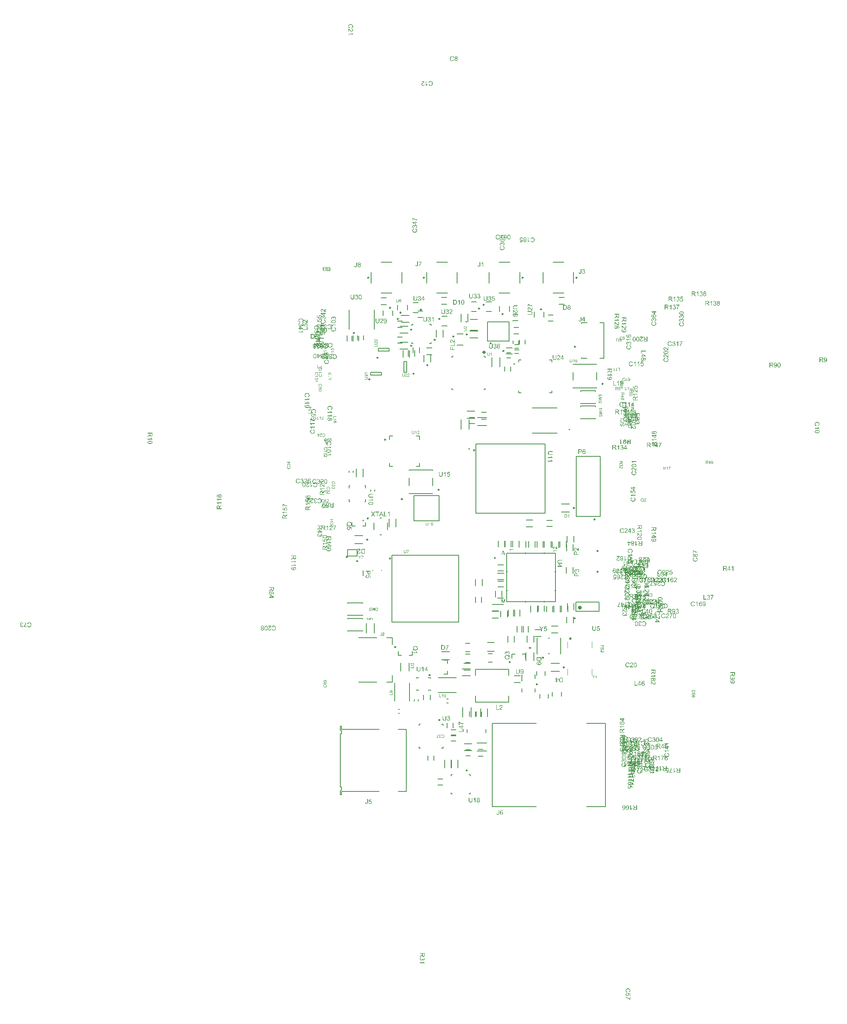
<source format=gto>
G04*
G04 #@! TF.GenerationSoftware,Altium Limited,Altium Designer,24.9.1 (31)*
G04*
G04 Layer_Color=65535*
%FSLAX44Y44*%
%MOMM*%
G71*
G04*
G04 #@! TF.SameCoordinates,418AA1D6-F79E-4CCF-963D-19B387831215*
G04*
G04*
G04 #@! TF.FilePolarity,Positive*
G04*
G01*
G75*
%ADD10C,0.2500*%
%ADD11C,0.2000*%
%ADD12C,0.1524*%
%ADD13C,0.5080*%
%ADD14C,0.1000*%
%ADD15C,0.4000*%
%ADD16C,0.1270*%
G36*
X484868Y163966D02*
X485103Y163919D01*
X485385Y163825D01*
X485667Y163684D01*
X485949Y163496D01*
X486231Y163261D01*
X486278Y163214D01*
X486372Y163120D01*
X486466Y162978D01*
X486608Y162743D01*
X486890Y162226D01*
X486937Y161897D01*
X486984Y161521D01*
Y161474D01*
Y161333D01*
X486937Y161145D01*
X486890Y160910D01*
X486796Y160628D01*
X486655Y160346D01*
X486466Y160016D01*
X486231Y159734D01*
X486184Y159687D01*
X486090Y159640D01*
X485949Y159499D01*
X485714Y159405D01*
X485197Y159123D01*
X484868Y159076D01*
X484492Y159029D01*
X484304D01*
X484116Y159076D01*
X483881Y159123D01*
X483599Y159217D01*
X483316Y159311D01*
X482987Y159499D01*
X482705Y159734D01*
X482658Y159781D01*
X482611Y159875D01*
X482470Y160016D01*
X482376Y160252D01*
X482235Y160487D01*
X482094Y160816D01*
X482047Y161145D01*
X482000Y161521D01*
Y161568D01*
Y161709D01*
X482047Y161897D01*
X482094Y162132D01*
X482188Y162414D01*
X482282Y162696D01*
X482470Y162978D01*
X482705Y163261D01*
X482752Y163308D01*
X482846Y163402D01*
X482987Y163496D01*
X483222Y163637D01*
X483457Y163778D01*
X483787Y163919D01*
X484116Y163966D01*
X484492Y164013D01*
X484680D01*
X484868Y163966D01*
D02*
G37*
G36*
X270680Y565140D02*
Y565127D01*
Y565089D01*
Y565039D01*
X270667Y564975D01*
Y564886D01*
X270654Y564696D01*
X270629Y564454D01*
X270604Y564175D01*
X270565Y563857D01*
X270515Y563502D01*
X270527D01*
X270553Y563515D01*
X270591Y563540D01*
X270642Y563565D01*
X270705Y563591D01*
X270781Y563629D01*
X270972Y563705D01*
X271200Y563807D01*
X271480Y563921D01*
X271772Y564023D01*
X272089Y564137D01*
X272407Y563197D01*
X272394D01*
X272369Y563184D01*
X272318Y563172D01*
X272267Y563146D01*
X272191Y563121D01*
X272089Y563096D01*
X271886Y563045D01*
X271632Y562981D01*
X271353Y562918D01*
X271048Y562854D01*
X270743Y562816D01*
X270769Y562803D01*
X270819Y562753D01*
X270908Y562651D01*
X271035Y562524D01*
X271200Y562359D01*
X271404Y562130D01*
X271632Y561876D01*
X271747Y561724D01*
X271886Y561559D01*
X271086Y561000D01*
X271073Y561025D01*
X271023Y561102D01*
X270934Y561216D01*
X270832Y561368D01*
X270692Y561572D01*
X270540Y561825D01*
X270362Y562105D01*
X270172Y562422D01*
Y562410D01*
X270146Y562384D01*
X270121Y562333D01*
X270083Y562270D01*
X270045Y562194D01*
X269994Y562105D01*
X269880Y561889D01*
X269740Y561660D01*
X269600Y561432D01*
X269448Y561203D01*
X269308Y561000D01*
X268521Y561559D01*
X268533Y561572D01*
X268559Y561597D01*
X268597Y561648D01*
X268648Y561711D01*
X268711Y561787D01*
X268787Y561876D01*
X268953Y562080D01*
X269130Y562283D01*
X269308Y562486D01*
X269486Y562676D01*
X269562Y562753D01*
X269626Y562816D01*
X269613D01*
X269587Y562829D01*
X269537D01*
X269473Y562841D01*
X269397Y562867D01*
X269308Y562880D01*
X269105Y562930D01*
X268851Y562981D01*
X268571Y563045D01*
X268292Y563121D01*
X268000Y563197D01*
X268305Y564137D01*
X268318D01*
X268356Y564124D01*
X268406Y564099D01*
X268483Y564073D01*
X268559Y564048D01*
X268660Y564010D01*
X268889Y563921D01*
X269143Y563819D01*
X269397Y563705D01*
X269638Y563604D01*
X269740Y563540D01*
X269841Y563489D01*
Y563502D01*
Y563540D01*
X269829Y563604D01*
X269816Y563680D01*
Y563781D01*
X269803Y563896D01*
X269778Y564150D01*
X269753Y564429D01*
X269740Y564696D01*
X269715Y564950D01*
Y565064D01*
Y565153D01*
X270680D01*
Y565140D01*
D02*
G37*
G36*
X325055Y334583D02*
Y334570D01*
Y334532D01*
Y334481D01*
X325042Y334418D01*
Y334329D01*
X325029Y334138D01*
X325004Y333897D01*
X324978Y333618D01*
X324940Y333300D01*
X324889Y332944D01*
X324902D01*
X324927Y332957D01*
X324966Y332983D01*
X325016Y333008D01*
X325080Y333033D01*
X325156Y333072D01*
X325347Y333148D01*
X325575Y333249D01*
X325855Y333364D01*
X326147Y333465D01*
X326464Y333579D01*
X326782Y332640D01*
X326769D01*
X326744Y332627D01*
X326693Y332614D01*
X326642Y332589D01*
X326566Y332564D01*
X326464Y332538D01*
X326261Y332487D01*
X326007Y332424D01*
X325728Y332360D01*
X325423Y332297D01*
X325118Y332259D01*
X325143Y332246D01*
X325194Y332195D01*
X325283Y332094D01*
X325410Y331967D01*
X325575Y331801D01*
X325778Y331573D01*
X326007Y331319D01*
X326121Y331166D01*
X326261Y331001D01*
X325461Y330443D01*
X325448Y330468D01*
X325397Y330544D01*
X325308Y330658D01*
X325207Y330811D01*
X325067Y331014D01*
X324915Y331268D01*
X324737Y331548D01*
X324547Y331865D01*
Y331852D01*
X324521Y331827D01*
X324496Y331776D01*
X324458Y331713D01*
X324420Y331636D01*
X324369Y331548D01*
X324254Y331332D01*
X324115Y331103D01*
X323975Y330874D01*
X323823Y330646D01*
X323683Y330443D01*
X322896Y331001D01*
X322908Y331014D01*
X322934Y331040D01*
X322972Y331090D01*
X323022Y331154D01*
X323086Y331230D01*
X323162Y331319D01*
X323327Y331522D01*
X323505Y331725D01*
X323683Y331928D01*
X323861Y332119D01*
X323937Y332195D01*
X324000Y332259D01*
X323988D01*
X323962Y332271D01*
X323912D01*
X323848Y332284D01*
X323772Y332309D01*
X323683Y332322D01*
X323480Y332373D01*
X323226Y332424D01*
X322946Y332487D01*
X322667Y332564D01*
X322375Y332640D01*
X322680Y333579D01*
X322692D01*
X322730Y333567D01*
X322781Y333541D01*
X322857Y333516D01*
X322934Y333491D01*
X323035Y333452D01*
X323264Y333364D01*
X323518Y333262D01*
X323772Y333148D01*
X324013Y333046D01*
X324115Y332983D01*
X324216Y332932D01*
Y332944D01*
Y332983D01*
X324204Y333046D01*
X324191Y333122D01*
Y333224D01*
X324178Y333338D01*
X324153Y333592D01*
X324127Y333872D01*
X324115Y334138D01*
X324089Y334392D01*
Y334507D01*
Y334595D01*
X325055D01*
Y334583D01*
D02*
G37*
G36*
X618265Y657547D02*
X619258D01*
Y655332D01*
X619590D01*
Y654233D01*
X619242D01*
X619239Y654173D01*
X619211Y653966D01*
X619183Y653741D01*
X619136Y653534D01*
X619107Y653431D01*
X619079Y653346D01*
Y653337D01*
X619070Y653327D01*
X619041Y653271D01*
X619004Y653186D01*
X618938Y653083D01*
X618854Y652970D01*
X618741Y652848D01*
X618609Y652735D01*
X618459Y652623D01*
X618449D01*
X618440Y652613D01*
X618384Y652576D01*
X618290Y652538D01*
X618265Y652527D01*
Y651893D01*
X617067D01*
Y652410D01*
X616889Y652463D01*
X616692Y652538D01*
X616495Y652651D01*
X616401Y652726D01*
X616307Y652801D01*
X616297Y652811D01*
X616288Y652820D01*
X616260Y652848D01*
X616231Y652886D01*
X616194Y652933D01*
X616156Y652989D01*
X616109Y653064D01*
X616053Y653139D01*
X616006Y653233D01*
X615959Y653337D01*
X615903Y653449D01*
X615856Y653572D01*
X615818Y653713D01*
X615771Y653854D01*
X615743Y654013D01*
X615715Y654183D01*
X615705Y654164D01*
X615686Y654126D01*
X615649Y654070D01*
X615611Y653995D01*
X615508Y653826D01*
X615442Y653741D01*
X615386Y653666D01*
X615367Y653647D01*
X615320Y653600D01*
X615245Y653525D01*
X615151Y653431D01*
X615019Y653327D01*
X614878Y653205D01*
X614709Y653083D01*
X614521Y652951D01*
X612754Y651833D01*
Y652905D01*
X614108Y653760D01*
X614117D01*
X614136Y653779D01*
X614164Y653797D01*
X614202Y653826D01*
X614305Y653891D01*
X614436Y653976D01*
X614577Y654079D01*
X614728Y654183D01*
X614796Y654233D01*
X612824D01*
Y655332D01*
X613779Y656683D01*
X612754D01*
Y657547D01*
X614391D01*
X617292Y661648D01*
X618265D01*
Y657547D01*
D02*
G37*
G36*
X610159Y651893D02*
X608961D01*
Y659519D01*
X608947Y659505D01*
X608876Y659449D01*
X608792Y659364D01*
X608651Y659265D01*
X608496Y659138D01*
X608298Y658998D01*
X608073Y658842D01*
X607819Y658687D01*
X607805D01*
X607791Y658673D01*
X607706Y658617D01*
X607565Y658547D01*
X607396Y658462D01*
X607199Y658363D01*
X606987Y658264D01*
X606776Y658166D01*
X606565Y658081D01*
Y659237D01*
X606579D01*
X606607Y659265D01*
X606663Y659279D01*
X606734Y659322D01*
X606818Y659364D01*
X606917Y659420D01*
X607157Y659561D01*
X607439Y659716D01*
X607720Y659914D01*
X608017Y660139D01*
X608313Y660379D01*
X608327Y660393D01*
X608341Y660407D01*
X608383Y660450D01*
X608439Y660492D01*
X608566Y660633D01*
X608736Y660802D01*
X608905Y660999D01*
X609088Y661225D01*
X609243Y661450D01*
X609384Y661690D01*
X610159D01*
Y651893D01*
D02*
G37*
G36*
X593172Y661803D02*
X593299Y661789D01*
X593454Y661775D01*
X593609Y661761D01*
X593793Y661718D01*
X594173Y661634D01*
X594596Y661507D01*
X594808Y661422D01*
X594980Y661336D01*
X601580D01*
X601659Y661450D01*
X601800Y661690D01*
X602575D01*
Y661336D01*
X603820D01*
Y660039D01*
X602575D01*
Y652233D01*
X602739Y652291D01*
X602951Y652333D01*
X603190Y652376D01*
X603430Y652404D01*
X603684Y652418D01*
X603698D01*
X603726D01*
X603768D01*
X603839D01*
X603923Y652404D01*
X604008D01*
X604233Y652362D01*
X604501Y652319D01*
X604783Y652249D01*
X605093Y652150D01*
X605389Y652009D01*
X605403D01*
X605417Y651995D01*
X605460Y651967D01*
X605516Y651939D01*
X605657Y651854D01*
X605840Y651727D01*
X606038Y651572D01*
X606235Y651389D01*
X606432Y651163D01*
X606602Y650924D01*
Y650910D01*
X606616Y650895D01*
X606644Y650853D01*
X606658Y650797D01*
X606729Y650656D01*
X606799Y650472D01*
X606884Y650233D01*
X606940Y649965D01*
X606996Y649669D01*
X607010Y649345D01*
Y649274D01*
X606996Y649204D01*
Y649091D01*
X606982Y648964D01*
X606954Y648823D01*
X606912Y648654D01*
X606869Y648485D01*
X606813Y648288D01*
X606743Y648090D01*
X606658Y647893D01*
X606545Y647681D01*
X606418Y647484D01*
X606277Y647287D01*
X606108Y647089D01*
X605911Y646906D01*
X605897Y646892D01*
X605854Y646864D01*
X605798Y646821D01*
X605699Y646765D01*
X605573Y646680D01*
X605432Y646610D01*
X605248Y646525D01*
X605051Y646441D01*
X604811Y646342D01*
X604543Y646257D01*
X604247Y646187D01*
X603923Y646116D01*
X603693Y646072D01*
Y644700D01*
X603780Y644718D01*
X604231Y644789D01*
X604697Y644817D01*
X604838D01*
X604936Y644803D01*
X605063Y644789D01*
X605218Y644775D01*
X605373Y644761D01*
X605557Y644718D01*
X605937Y644634D01*
X606360Y644507D01*
X606572Y644422D01*
X606769Y644324D01*
X606924Y644224D01*
X608138Y645947D01*
X609116D01*
Y639622D01*
X610062D01*
X610984Y644521D01*
X612652D01*
X612660Y644587D01*
X612698Y644766D01*
X612745Y644963D01*
X612820Y645170D01*
X612923Y645377D01*
X612989Y645480D01*
X613064Y645574D01*
X613074Y645583D01*
X613083Y645593D01*
X613111Y645621D01*
X613140Y645649D01*
X613187Y645687D01*
X613243Y645734D01*
X613374Y645828D01*
X613544Y645922D01*
X613750Y646016D01*
X613985Y646091D01*
X614258Y646147D01*
X614324Y645377D01*
X614314D01*
X614296Y645367D01*
X614277D01*
X614239Y645358D01*
X614136Y645330D01*
X614023Y645292D01*
X613891Y645245D01*
X613760Y645179D01*
X613638Y645104D01*
X613534Y645010D01*
X613525Y645001D01*
X613497Y644963D01*
X613459Y644897D01*
X613422Y644822D01*
X613374Y644719D01*
X613337Y644597D01*
X613322Y644521D01*
X614977D01*
X614982Y644559D01*
X614991Y644634D01*
X615010Y644728D01*
X615038Y644822D01*
X615104Y645038D01*
X615151Y645151D01*
X615207Y645264D01*
X615273Y645386D01*
X615358Y645499D01*
X615442Y645612D01*
X615546Y645715D01*
X615555Y645724D01*
X615574Y645743D01*
X615602Y645762D01*
X615649Y645800D01*
X615715Y645847D01*
X615780Y645894D01*
X615865Y645940D01*
X615959Y645987D01*
X616062Y646044D01*
X616175Y646091D01*
X616307Y646138D01*
X616438Y646185D01*
X616589Y646223D01*
X616748Y646241D01*
X616908Y646260D01*
X617087Y646270D01*
X617096D01*
X617134D01*
X617181D01*
X617247Y646260D01*
X617331Y646251D01*
X617435Y646241D01*
X617538Y646223D01*
X617660Y646194D01*
X617904Y646128D01*
X618036Y646081D01*
X618177Y646025D01*
X618308Y645959D01*
X618431Y645875D01*
X618562Y645790D01*
X618675Y645687D01*
X618684Y645677D01*
X618703Y645659D01*
X618731Y645630D01*
X618769Y645583D01*
X618816Y645527D01*
X618872Y645452D01*
X618919Y645377D01*
X618985Y645283D01*
X619041Y645189D01*
X619089Y645076D01*
X619192Y644822D01*
X619230Y644691D01*
X619258Y644540D01*
X619273Y644414D01*
X619386Y644464D01*
X619555Y644521D01*
X619738Y644577D01*
X620133Y644662D01*
X620358Y644676D01*
X620584Y644690D01*
X620711D01*
X620796Y644676D01*
X620908Y644662D01*
X621035Y644648D01*
X621176Y644634D01*
X621317Y644591D01*
X621655Y644507D01*
X621994Y644380D01*
X622163Y644295D01*
X622332Y644197D01*
X622487Y644070D01*
X622642Y643943D01*
X622656Y643929D01*
X622670Y643915D01*
X622713Y643872D01*
X622769Y643816D01*
X622825Y643732D01*
X622896Y643647D01*
X623037Y643435D01*
X623178Y643168D01*
X623305Y642858D01*
X623403Y642505D01*
X623418Y642322D01*
X623432Y642124D01*
Y642110D01*
Y642096D01*
Y642012D01*
X623418Y641885D01*
X623389Y641730D01*
X623347Y641532D01*
X623276Y641335D01*
X623192Y641138D01*
X623065Y640940D01*
X623051Y640912D01*
X622995Y640856D01*
X622910Y640771D01*
X622797Y640658D01*
X622642Y640531D01*
X622459Y640405D01*
X622247Y640278D01*
X621994Y640165D01*
X622008D01*
X622036Y640151D01*
X622078Y640137D01*
X622135Y640108D01*
X622304Y640038D01*
X622501Y639939D01*
X622713Y639798D01*
X622938Y639643D01*
X623150Y639446D01*
X623347Y639220D01*
Y639206D01*
X623361Y639192D01*
X623418Y639108D01*
X623502Y638967D01*
X623587Y638783D01*
X623671Y638558D01*
X623719Y638407D01*
X630941D01*
Y631810D01*
X629785D01*
Y637110D01*
X626768D01*
Y632529D01*
X625612D01*
Y637110D01*
X623759D01*
X623756Y637092D01*
X623713Y636937D01*
X623663Y636771D01*
X623765Y636654D01*
X623976Y636400D01*
X624159Y636104D01*
X624328Y635766D01*
Y635752D01*
X624343Y635724D01*
X624371Y635667D01*
X624399Y635597D01*
X624427Y635498D01*
X624469Y635371D01*
X624498Y635230D01*
X624540Y635075D01*
X624582Y634892D01*
X624624Y634680D01*
X624653Y634455D01*
X624681Y634215D01*
X624709Y633947D01*
X624737Y633665D01*
X624751Y633355D01*
Y633031D01*
Y633017D01*
Y632947D01*
Y632848D01*
Y632721D01*
X624737Y632566D01*
Y632383D01*
X624723Y632171D01*
X624695Y631960D01*
X624671Y631688D01*
X624843Y631725D01*
X625069Y631739D01*
X625294Y631754D01*
X625421D01*
X625506Y631739D01*
X625618Y631725D01*
X625745Y631711D01*
X625886Y631697D01*
X626027Y631655D01*
X626366Y631570D01*
X626704Y631443D01*
X626873Y631359D01*
X627042Y631260D01*
X627197Y631133D01*
X627352Y631006D01*
X627366Y630992D01*
X627380Y630978D01*
X627423Y630936D01*
X627479Y630880D01*
X627536Y630795D01*
X627606Y630710D01*
X627747Y630499D01*
X627888Y630231D01*
X627905Y630189D01*
X630941D01*
Y626354D01*
X630927Y626256D01*
Y626143D01*
X630899Y625889D01*
X630871Y625607D01*
X630814Y625311D01*
X630744Y625015D01*
X630645Y624747D01*
Y624733D01*
X630631Y624719D01*
X630589Y624635D01*
X630518Y624508D01*
X630419Y624367D01*
X630293Y624198D01*
X630137Y624014D01*
X629940Y623845D01*
X629729Y623690D01*
X629701Y623676D01*
X629616Y623634D01*
X629503Y623563D01*
X629334Y623493D01*
X629137Y623422D01*
X628925Y623352D01*
X628685Y623309D01*
X628446Y623295D01*
X628418D01*
X628347D01*
X628220Y623309D01*
X628155Y623321D01*
X628057Y623140D01*
X627944Y622971D01*
X627803Y622802D01*
X627648Y622633D01*
X627634Y622619D01*
X627606Y622590D01*
X627564Y622548D01*
X627493Y622506D01*
X627395Y622435D01*
X627296Y622365D01*
X627169Y622294D01*
X627028Y622210D01*
X626873Y622125D01*
X626690Y622055D01*
X626492Y621984D01*
X626295Y621914D01*
X626069Y621871D01*
X625830Y621829D01*
X625590Y621801D01*
X625322Y621787D01*
X625181D01*
X625083Y621801D01*
X624956Y621815D01*
X624815Y621829D01*
X624660Y621857D01*
X624491Y621900D01*
X624110Y621998D01*
X623913Y622069D01*
X623729Y622139D01*
X623532Y622238D01*
X623335Y622351D01*
X623151Y622478D01*
X622982Y622633D01*
X622968Y622647D01*
X622940Y622675D01*
X622898Y622717D01*
X622883Y622735D01*
Y622131D01*
X619049D01*
Y621956D01*
X617851D01*
Y622131D01*
X617128D01*
Y619762D01*
X612730D01*
Y619956D01*
X612215Y619613D01*
X612211Y619594D01*
X612145Y619340D01*
X612098Y619208D01*
X612051Y619086D01*
X611985Y618954D01*
X611910Y618823D01*
X611825Y618701D01*
X611722Y618588D01*
X611712Y618578D01*
X611694Y618560D01*
X611665Y618531D01*
X611618Y618494D01*
X611562Y618456D01*
X611496Y618400D01*
X611421Y618353D01*
X611327Y618297D01*
X611233Y618240D01*
X611120Y618193D01*
X610886Y618099D01*
X610745Y618062D01*
X610604Y618033D01*
X610453Y618015D01*
X610303Y618005D01*
X610293D01*
X610275D01*
X610237D01*
X610199Y618015D01*
X610143D01*
X610077Y618024D01*
X609927Y618043D01*
X609877Y618054D01*
X608560Y617176D01*
X608586Y617127D01*
X611402D01*
Y617319D01*
X612173D01*
Y617127D01*
X613196D01*
X613241Y617225D01*
X613340Y617408D01*
X613453Y617591D01*
X613594Y617775D01*
X613749Y617944D01*
X613918Y618099D01*
X613932Y618113D01*
X613974Y618141D01*
X614045Y618183D01*
X614157Y618254D01*
X614284Y618324D01*
X614454Y618395D01*
X614651Y618493D01*
X614876Y618578D01*
X615130Y618663D01*
X615426Y618747D01*
X615751Y618832D01*
X616117Y618902D01*
X616512Y618973D01*
X616935Y619015D01*
X617400Y619043D01*
X617893Y619057D01*
X617907D01*
X617964D01*
X618062D01*
X618175D01*
X618330Y619043D01*
X618499D01*
X618683Y619029D01*
X618894Y619015D01*
X619331Y618973D01*
X619796Y618902D01*
X620261Y618818D01*
X620473Y618761D01*
X620684Y618705D01*
X620699D01*
X620727Y618691D01*
X620783Y618663D01*
X620854Y618634D01*
X620952Y618606D01*
X621018Y618568D01*
X621031Y618643D01*
X621045Y618756D01*
X621059Y618883D01*
X621087Y619024D01*
X621115Y619179D01*
X621200Y619517D01*
X621341Y619870D01*
X621426Y620053D01*
X621524Y620222D01*
X621651Y620391D01*
X621778Y620560D01*
X621792Y620575D01*
X621820Y620603D01*
X621862Y620645D01*
X621919Y620687D01*
X621989Y620758D01*
X622088Y620828D01*
X622187Y620913D01*
X622314Y620998D01*
X622455Y621082D01*
X622596Y621167D01*
X622934Y621322D01*
X623329Y621449D01*
X623540Y621491D01*
X623766Y621519D01*
X623921Y620321D01*
X623907D01*
X623878Y620307D01*
X623822Y620293D01*
X623751Y620279D01*
X623667Y620264D01*
X623568Y620236D01*
X623357Y620166D01*
X623103Y620067D01*
X622863Y619940D01*
X622638Y619799D01*
X622440Y619630D01*
X622426Y619602D01*
X622370Y619546D01*
X622299Y619433D01*
X622229Y619292D01*
X622145Y619123D01*
X622074Y618911D01*
X622018Y618671D01*
X622004Y618418D01*
Y618333D01*
X622018Y618277D01*
X622032Y618122D01*
X622074Y617924D01*
X622082Y617900D01*
X622306Y617648D01*
Y617634D01*
X622334Y617620D01*
X622362Y617577D01*
X622390Y617521D01*
X622447Y617450D01*
X622489Y617366D01*
X622602Y617154D01*
X622700Y616901D01*
X622704Y616889D01*
X622821Y616811D01*
X622990Y616698D01*
X623202Y616585D01*
X623441Y616501D01*
X623723Y616430D01*
X624034Y616402D01*
X624048D01*
X624076D01*
X624118D01*
X624174Y616416D01*
X624329Y616430D01*
X624513Y616472D01*
X624738Y616529D01*
X624964Y616627D01*
X625189Y616768D01*
X625401Y616952D01*
X625429Y616980D01*
X625485Y617050D01*
X625570Y617163D01*
X625669Y617318D01*
X625767Y617515D01*
X625852Y617755D01*
X625908Y618023D01*
X625937Y618319D01*
Y618446D01*
X625923Y618545D01*
X625908Y618671D01*
X625880Y618812D01*
X625852Y618982D01*
X625810Y619165D01*
X626867Y619024D01*
Y618953D01*
X626853Y618897D01*
Y618714D01*
X626881Y618559D01*
X626909Y618375D01*
X626952Y618164D01*
X627022Y617924D01*
X627121Y617699D01*
X627248Y617459D01*
Y617445D01*
X627262Y617431D01*
X627318Y617360D01*
X627417Y617262D01*
X627544Y617149D01*
X627727Y617036D01*
X627938Y616938D01*
X628178Y616867D01*
X628319Y616839D01*
X628474D01*
X628488D01*
X628502D01*
X628587D01*
X628700Y616867D01*
X628855Y616895D01*
X629024Y616952D01*
X629207Y617022D01*
X629390Y617135D01*
X629560Y617290D01*
X629574Y617304D01*
X629630Y617375D01*
X629701Y617473D01*
X629785Y617600D01*
X629855Y617769D01*
X629926Y617967D01*
X629982Y618192D01*
X629996Y618446D01*
Y618559D01*
X629968Y618686D01*
X629940Y618855D01*
X629884Y619038D01*
X629813Y619221D01*
X629701Y619419D01*
X629560Y619602D01*
X629545Y619616D01*
X629475Y619672D01*
X629376Y619757D01*
X629235Y619856D01*
X629052Y619954D01*
X628826Y620053D01*
X628559Y620138D01*
X628248Y620194D01*
X628460Y621392D01*
X628474D01*
X628516Y621378D01*
X628573Y621364D01*
X628657Y621350D01*
X628756Y621322D01*
X628869Y621279D01*
X629137Y621195D01*
X629447Y621054D01*
X629757Y620885D01*
X630053Y620673D01*
X630321Y620405D01*
X630335Y620391D01*
X630349Y620363D01*
X630377Y620321D01*
X630419Y620264D01*
X630476Y620194D01*
X630532Y620095D01*
X630589Y619997D01*
X630659Y619870D01*
X630772Y619588D01*
X630885Y619264D01*
X630955Y618883D01*
X630983Y618686D01*
Y618333D01*
X630969Y618178D01*
X630941Y617995D01*
X630899Y617769D01*
X630828Y617515D01*
X630744Y617262D01*
X630631Y617008D01*
Y616994D01*
X630617Y616980D01*
X630574Y616895D01*
X630490Y616768D01*
X630391Y616627D01*
X630250Y616458D01*
X630095Y616289D01*
X629912Y616120D01*
X629701Y615979D01*
X629672Y615965D01*
X629602Y615923D01*
X629475Y615866D01*
X629320Y615796D01*
X629137Y615725D01*
X628925Y615669D01*
X628685Y615626D01*
X628446Y615612D01*
X628418D01*
X628333D01*
X628220Y615626D01*
X628065Y615655D01*
X627882Y615697D01*
X627685Y615768D01*
X627487Y615852D01*
X627290Y615965D01*
X627262Y615979D01*
X627205Y616021D01*
X627107Y616106D01*
X626994Y616219D01*
X626867Y616360D01*
X626726Y616529D01*
X626599Y616726D01*
X626472Y616966D01*
Y616952D01*
X626458Y616923D01*
X626444Y616881D01*
X626430Y616825D01*
X626374Y616670D01*
X626289Y616472D01*
X626176Y616247D01*
X626035Y616021D01*
X625852Y615810D01*
X625640Y615612D01*
X625612Y615598D01*
X625528Y615542D01*
X625387Y615457D01*
X625204Y615373D01*
X624978Y615288D01*
X624710Y615204D01*
X624400Y615147D01*
X624062Y615133D01*
X624048D01*
X624005D01*
X623935D01*
X623850Y615147D01*
X623737Y615161D01*
X623611Y615190D01*
X623470Y615218D01*
X623315Y615246D01*
X622976Y615359D01*
X622843Y615420D01*
X622841Y615406D01*
X622799Y615195D01*
X622743Y614969D01*
X622672Y614730D01*
X622559Y614504D01*
Y614490D01*
X622545Y614476D01*
X622503Y614405D01*
X622432Y614293D01*
X622334Y614152D01*
X622193Y613997D01*
X622038Y613827D01*
X621855Y613672D01*
X621643Y613517D01*
X621615Y613503D01*
X621544Y613447D01*
X621418Y613390D01*
X621234Y613292D01*
X621023Y613207D01*
X620783Y613094D01*
X620501Y612996D01*
X620191Y612911D01*
X620177D01*
X620149Y612897D01*
X620106Y612883D01*
X620036Y612869D01*
X619951Y612855D01*
X619853Y612841D01*
X619726Y612812D01*
X619585Y612798D01*
X619430Y612770D01*
X619261Y612756D01*
X619063Y612742D01*
X618866Y612714D01*
X618640Y612700D01*
X618415D01*
X618161Y612686D01*
X617893D01*
X617879D01*
X617823D01*
X617724D01*
X617611D01*
X617456Y612700D01*
X617287D01*
X617104Y612714D01*
X616906Y612728D01*
X616455Y612770D01*
X615990Y612841D01*
X615539Y612925D01*
X615327Y612982D01*
X615116Y613052D01*
X615102D01*
X615074Y613066D01*
X615017Y613094D01*
X614947Y613123D01*
X614848Y613151D01*
X614750Y613207D01*
X614510Y613320D01*
X614481Y613336D01*
X614554Y613196D01*
X614683Y612879D01*
Y612867D01*
X614695Y612844D01*
X614707Y612797D01*
X614730Y612738D01*
X614753Y612656D01*
X614789Y612562D01*
X614812Y612457D01*
X614836Y612351D01*
X614894Y612093D01*
X614953Y611800D01*
X614988Y611483D01*
X615000Y611154D01*
Y611037D01*
X614988Y610955D01*
Y610899D01*
X615215Y610712D01*
X615229D01*
X615243Y610684D01*
X615327Y610613D01*
X615454Y610486D01*
X615638Y610303D01*
X615849Y610092D01*
X616103Y609824D01*
X616385Y609500D01*
X616681Y609147D01*
X616695Y609133D01*
X616737Y609077D01*
X616808Y608992D01*
X616892Y608894D01*
X617005Y608767D01*
X617132Y608611D01*
X617273Y608456D01*
X617428Y608273D01*
X617766Y607921D01*
X618105Y607568D01*
X618274Y607399D01*
X618443Y607244D01*
X618598Y607103D01*
X618753Y606990D01*
X618767D01*
X618781Y606962D01*
X618824Y606934D01*
X618880Y606906D01*
X619035Y606807D01*
X619218Y606694D01*
X619444Y606596D01*
X619683Y606497D01*
X619951Y606441D01*
X620205Y606412D01*
X620219D01*
X620233D01*
X620318Y606427D01*
X620459Y606441D01*
X620614Y606483D01*
X620811Y606539D01*
X621009Y606638D01*
X621206Y606765D01*
X621403Y606934D01*
X621432Y606962D01*
X621488Y607033D01*
X621558Y607131D01*
X621657Y607286D01*
X621742Y607484D01*
X621826Y607709D01*
X621883Y607977D01*
X621897Y608273D01*
Y608358D01*
X621883Y608414D01*
X621869Y608583D01*
X621826Y608781D01*
X621770Y608992D01*
X621671Y609232D01*
X621544Y609457D01*
X621375Y609669D01*
X621347Y609697D01*
X621277Y609753D01*
X621164Y609838D01*
X620994Y609923D01*
X620797Y610021D01*
X620543Y610106D01*
X620261Y610162D01*
X619937Y610190D01*
X620064Y611417D01*
X620078D01*
X620121Y611403D01*
X620191D01*
X620290Y611389D01*
X620402Y611360D01*
X620529Y611332D01*
X620684Y611290D01*
X620840Y611248D01*
X621178Y611135D01*
X621516Y610966D01*
X621685Y610867D01*
X621855Y610740D01*
X622010Y610613D01*
X622150Y610472D01*
X622165Y610458D01*
X622179Y610430D01*
X622221Y610388D01*
X622263Y610317D01*
X622320Y610233D01*
X622376Y610134D01*
X622447Y610021D01*
X622517Y609880D01*
X622588Y609725D01*
X622658Y609556D01*
X622714Y609373D01*
X622771Y609175D01*
X622813Y608964D01*
X622855Y608738D01*
X622869Y608499D01*
X622883Y608245D01*
Y608104D01*
X622869Y608005D01*
X622855Y607893D01*
X622841Y607752D01*
X622813Y607597D01*
X622785Y607441D01*
X622686Y607075D01*
X622545Y606708D01*
X622461Y606525D01*
X622362Y606342D01*
X622235Y606173D01*
X622094Y606018D01*
X622080Y606004D01*
X622066Y605975D01*
X622010Y605947D01*
X621953Y605891D01*
X621883Y605820D01*
X621784Y605750D01*
X621685Y605679D01*
X621558Y605595D01*
X621291Y605454D01*
X620952Y605313D01*
X620783Y605256D01*
X620586Y605228D01*
X620388Y605200D01*
X620177Y605186D01*
X620149D01*
X620078D01*
X619966Y605200D01*
X619810Y605214D01*
X619641Y605242D01*
X619444Y605299D01*
X619232Y605355D01*
X619021Y605440D01*
X618993Y605454D01*
X618922Y605482D01*
X618810Y605538D01*
X618654Y605623D01*
X618485Y605736D01*
X618274Y605877D01*
X618062Y606046D01*
X617823Y606243D01*
X617794Y606271D01*
X617710Y606342D01*
X617640Y606412D01*
X617569Y606483D01*
X617484Y606567D01*
X617372Y606680D01*
X617259Y606793D01*
X617132Y606934D01*
X616991Y607075D01*
X616836Y607244D01*
X616681Y607427D01*
X616498Y607625D01*
X616314Y607850D01*
X616117Y608076D01*
X616103Y608090D01*
X616075Y608118D01*
X616032Y608175D01*
X615976Y608245D01*
X615891Y608330D01*
X615807Y608428D01*
X615624Y608654D01*
X615412Y608894D01*
X615201Y609119D01*
X615017Y609316D01*
X614947Y609401D01*
X614876Y609472D01*
X614862Y609486D01*
X614820Y609528D01*
X614764Y609584D01*
X614746Y609599D01*
X614660Y609347D01*
X614589Y609159D01*
X614495Y608971D01*
X614484Y608960D01*
X614472Y608924D01*
X614437Y608877D01*
X614402Y608807D01*
X614343Y608725D01*
X614284Y608643D01*
X614242Y608586D01*
Y605172D01*
X613086D01*
Y607536D01*
X613017Y607493D01*
X613005D01*
X612970Y607469D01*
X612923Y607446D01*
X612841Y607411D01*
X612759Y607375D01*
X612641Y607340D01*
X612524Y607293D01*
X612383Y607246D01*
X612231Y607200D01*
X612054Y607152D01*
X611879Y607117D01*
X611691Y607082D01*
X611280Y607023D01*
X610846Y607000D01*
X610834D01*
X610787D01*
X610728D01*
X610646Y607012D01*
X610541D01*
X610412Y607023D01*
X610283Y607047D01*
X610130Y607059D01*
X609966Y607094D01*
X609790Y607117D01*
X609414Y607211D01*
X609027Y607329D01*
X608640Y607493D01*
X608628Y607505D01*
X608593Y607516D01*
X608546Y607540D01*
X608475Y607587D01*
X608382Y607634D01*
X608288Y607692D01*
X608065Y607857D01*
X607807Y608056D01*
X607560Y608302D01*
X607314Y608584D01*
X607208Y608749D01*
X607102Y608913D01*
X607091Y608924D01*
X607079Y608960D01*
X607056Y609007D01*
X607020Y609077D01*
X606985Y609171D01*
X606938Y609277D01*
X606891Y609394D01*
X606844Y609535D01*
X606797Y609687D01*
X606762Y609851D01*
X606715Y610028D01*
X606680Y610215D01*
X606621Y610626D01*
X606598Y610837D01*
Y611213D01*
X606610Y611283D01*
Y611377D01*
X606633Y611600D01*
X606668Y611847D01*
X606716Y612058D01*
X606511Y612024D01*
X606218Y612000D01*
X606124Y613009D01*
X606136D01*
X606147D01*
X606183Y613021D01*
X606229D01*
X606335Y613044D01*
X606488Y613080D01*
X606640Y613126D01*
X606816Y613173D01*
X606969Y613250D01*
X605670D01*
Y614114D01*
X607750D01*
X607767Y614147D01*
Y614159D01*
X607778Y614171D01*
X607790Y614206D01*
X607802Y614241D01*
X607837Y614359D01*
X607884Y614511D01*
X607931Y614699D01*
X607966Y614910D01*
X607990Y615145D01*
X608001Y615403D01*
Y615509D01*
X607990Y615626D01*
X607978Y615767D01*
X607954Y615931D01*
X607934Y616094D01*
X606739D01*
Y617197D01*
X606983Y617361D01*
X606898Y617386D01*
X606769Y617410D01*
X606628Y617421D01*
X606617D01*
X606558D01*
X606488Y617410D01*
X606394Y617398D01*
X606300Y617363D01*
X606183Y617328D01*
X606065Y617269D01*
X605960Y617187D01*
X605948Y617175D01*
X605913Y617140D01*
X605866Y617093D01*
X605795Y617011D01*
X605725Y616917D01*
X605643Y616788D01*
X605561Y616635D01*
X605490Y616459D01*
X605478Y616447D01*
X605467Y616389D01*
X605432Y616295D01*
X605420Y616236D01*
X605396Y616154D01*
X605361Y616072D01*
X605338Y615966D01*
X605302Y615849D01*
X605267Y615708D01*
X605232Y615567D01*
X605185Y615403D01*
X605138Y615215D01*
X605091Y615016D01*
Y615004D01*
X605079Y614969D01*
X605068Y614910D01*
X605044Y614840D01*
X605021Y614746D01*
X604997Y614640D01*
X604927Y614406D01*
X604845Y614147D01*
X604763Y613878D01*
X604680Y613643D01*
X604633Y613537D01*
X604587Y613443D01*
Y613432D01*
X604575Y613420D01*
X604528Y613349D01*
X604469Y613244D01*
X604375Y613126D01*
X604270Y612986D01*
X604141Y612845D01*
X603988Y612704D01*
X603824Y612587D01*
X603800Y612575D01*
X603742Y612540D01*
X603648Y612493D01*
X603530Y612446D01*
X603378Y612399D01*
X603202Y612352D01*
X603014Y612317D01*
X602815Y612305D01*
X602803D01*
X602791D01*
X602756D01*
X602709D01*
X602592Y612329D01*
X602439Y612352D01*
X602263Y612387D01*
X602064Y612446D01*
X601864Y612528D01*
X601665Y612645D01*
X601653D01*
X601641Y612657D01*
X601571Y612716D01*
X601477Y612798D01*
X601359Y612904D01*
X601230Y613044D01*
X601090Y613220D01*
X600961Y613432D01*
X600843Y613666D01*
Y613678D01*
X600831Y613702D01*
X600820Y613737D01*
X600796Y613784D01*
X600773Y613842D01*
X600749Y613924D01*
X600702Y614100D01*
X600655Y614324D01*
X600608Y614582D01*
X600573Y614852D01*
X600561Y615157D01*
Y615309D01*
X600573Y615391D01*
Y615474D01*
X600597Y615696D01*
X600632Y615943D01*
X600691Y616201D01*
X600761Y616483D01*
X600855Y616741D01*
Y616753D01*
X600867Y616776D01*
X600890Y616811D01*
X600914Y616858D01*
X600972Y616976D01*
X601078Y617128D01*
X601195Y617304D01*
X601348Y617480D01*
X601524Y617644D01*
X601723Y617797D01*
X601735D01*
X601747Y617809D01*
X601782Y617832D01*
X601817Y617856D01*
X601935Y617914D01*
X602087Y617985D01*
X602275Y618067D01*
X602498Y618126D01*
X602733Y618184D01*
X602991Y618208D01*
X603073Y617175D01*
X603061D01*
X603038D01*
X603002Y617163D01*
X602944Y617152D01*
X602815Y617116D01*
X602639Y617069D01*
X602451Y616999D01*
X602263Y616893D01*
X602087Y616764D01*
X601923Y616600D01*
X601911Y616577D01*
X601864Y616518D01*
X601794Y616400D01*
X601723Y616248D01*
X601653Y616049D01*
X601582Y615814D01*
X601535Y615520D01*
X601524Y615192D01*
Y615028D01*
X601535Y614957D01*
X601547Y614863D01*
X601571Y614652D01*
X601618Y614417D01*
X601676Y614183D01*
X601770Y613960D01*
X601829Y613866D01*
X601888Y613772D01*
X601899Y613749D01*
X601946Y613702D01*
X602028Y613631D01*
X602122Y613561D01*
X602251Y613479D01*
X602392Y613408D01*
X602556Y613361D01*
X602744Y613338D01*
X602768D01*
X602815D01*
X602897Y613349D01*
X602991Y613373D01*
X603108Y613408D01*
X603225Y613467D01*
X603343Y613537D01*
X603460Y613643D01*
X603472Y613655D01*
X603507Y613713D01*
X603542Y613760D01*
X603566Y613807D01*
X603601Y613878D01*
X603648Y613960D01*
X603683Y614065D01*
X603730Y614183D01*
X603777Y614312D01*
X603835Y614464D01*
X603882Y614629D01*
X603941Y614816D01*
X603988Y615028D01*
X604047Y615262D01*
Y615274D01*
X604058Y615321D01*
X604070Y615391D01*
X604094Y615474D01*
X604117Y615579D01*
X604152Y615708D01*
X604188Y615837D01*
X604223Y615978D01*
X604305Y616283D01*
X604387Y616577D01*
X604434Y616717D01*
X604481Y616847D01*
X604516Y616964D01*
X604563Y617058D01*
Y617069D01*
X604575Y617093D01*
X604598Y617128D01*
X604622Y617175D01*
X604692Y617304D01*
X604786Y617457D01*
X604915Y617633D01*
X605056Y617809D01*
X605220Y617973D01*
X605396Y618114D01*
X605420Y618126D01*
X605478Y618172D01*
X605584Y618219D01*
X605725Y618290D01*
X605889Y618349D01*
X606089Y618407D01*
X606312Y618442D01*
X606546Y618454D01*
X606558D01*
X606570D01*
X606589D01*
X606525Y618484D01*
X606421Y618541D01*
X606318Y618607D01*
X606224Y618691D01*
X606130Y618776D01*
X606121Y618785D01*
X606111Y618804D01*
X606083Y618832D01*
X606055Y618870D01*
X606017Y618917D01*
X605980Y618983D01*
X605933Y619058D01*
X605886Y619133D01*
X605839Y619227D01*
X605792Y619330D01*
X605754Y619443D01*
X605717Y619565D01*
X605660Y619828D01*
X605654Y619933D01*
X603509D01*
X603483Y619894D01*
X603388Y619734D01*
X602872D01*
Y619933D01*
X600702D01*
Y621243D01*
X600582Y621264D01*
X600131Y621362D01*
X599680Y621503D01*
X599243Y621701D01*
X599229Y621715D01*
X599187Y621729D01*
X599130Y621757D01*
X599060Y621813D01*
X598961Y621870D01*
X598848Y621940D01*
X598756Y622006D01*
X598760Y621936D01*
Y621807D01*
X598748Y621713D01*
Y621607D01*
X598736Y621478D01*
X598713Y621338D01*
X598689Y621173D01*
X598631Y620833D01*
X598537Y620481D01*
X598408Y620129D01*
X598326Y619964D01*
X598232Y619800D01*
X598220Y619789D01*
X598208Y619765D01*
X598173Y619718D01*
X598126Y619671D01*
X598079Y619601D01*
X598009Y619519D01*
X597927Y619425D01*
X597833Y619331D01*
X597727Y619237D01*
X597622Y619131D01*
X597352Y618920D01*
X597035Y618721D01*
X596683Y618545D01*
X596671D01*
X596636Y618521D01*
X596577Y618509D01*
X596507Y618474D01*
X596413Y618451D01*
X596296Y618415D01*
X596166Y618369D01*
X596026Y618333D01*
X595873Y618298D01*
X595697Y618251D01*
X595333Y618193D01*
X594923Y618146D01*
X594500Y618122D01*
X594488D01*
X594441D01*
X594371D01*
X594289Y618134D01*
X594172D01*
X594054Y618146D01*
X593902Y618157D01*
X593749Y618181D01*
X593409Y618240D01*
X593033Y618322D01*
X592658Y618439D01*
X592294Y618603D01*
X592282Y618615D01*
X592247Y618627D01*
X592200Y618650D01*
X592141Y618697D01*
X592059Y618744D01*
X591965Y618803D01*
X591754Y618955D01*
X591520Y619155D01*
X591285Y619389D01*
X591050Y619659D01*
X590851Y619976D01*
X590839Y619988D01*
X590827Y620023D01*
X590804Y620070D01*
X590769Y620129D01*
X590733Y620223D01*
X590698Y620317D01*
X590651Y620434D01*
X590604Y620563D01*
X590557Y620704D01*
X590510Y620856D01*
X590440Y621185D01*
X590381Y621561D01*
X590358Y621948D01*
Y622065D01*
X590369Y622147D01*
X590381Y622253D01*
X590393Y622382D01*
X590405Y622511D01*
X590440Y622663D01*
X590510Y622980D01*
X590616Y623332D01*
X590686Y623508D01*
X590769Y623673D01*
X590874Y623837D01*
X590980Y624001D01*
X590992Y624013D01*
X591003Y624036D01*
X591038Y624083D01*
X591097Y624142D01*
X591156Y624201D01*
X591238Y624283D01*
X591332Y624365D01*
X591426Y624459D01*
X591543Y624553D01*
X591684Y624647D01*
X591825Y624752D01*
X591977Y624846D01*
X592153Y624928D01*
X592329Y625022D01*
X592517Y625093D01*
X592728Y625163D01*
X592975Y624107D01*
X592963D01*
X592939Y624095D01*
X592892Y624072D01*
X592834Y624048D01*
X592763Y624025D01*
X592669Y623990D01*
X592482Y623896D01*
X592271Y623778D01*
X592059Y623638D01*
X591860Y623461D01*
X591684Y623274D01*
X591660Y623250D01*
X591613Y623180D01*
X591555Y623063D01*
X591473Y622910D01*
X591402Y622710D01*
X591332Y622487D01*
X591285Y622218D01*
X591273Y621924D01*
Y621830D01*
X591285Y621772D01*
Y621689D01*
X591297Y621596D01*
X591332Y621373D01*
X591379Y621126D01*
X591461Y620868D01*
X591578Y620598D01*
X591731Y620352D01*
Y620340D01*
X591754Y620328D01*
X591813Y620246D01*
X591907Y620140D01*
X592048Y620011D01*
X592224Y619859D01*
X592423Y619718D01*
X592669Y619589D01*
X592939Y619472D01*
X592951D01*
X592975Y619460D01*
X593010Y619448D01*
X593069Y619436D01*
X593139Y619413D01*
X593221Y619389D01*
X593421Y619354D01*
X593655Y619307D01*
X593913Y619260D01*
X594195Y619237D01*
X594500Y619225D01*
X594512D01*
X594547D01*
X594606D01*
X594676D01*
X594758Y619237D01*
X594864D01*
X594981Y619249D01*
X595110Y619260D01*
X595392Y619296D01*
X595697Y619354D01*
X596002Y619425D01*
X596307Y619519D01*
X596319D01*
X596343Y619530D01*
X596378Y619554D01*
X596436Y619577D01*
X596577Y619648D01*
X596741Y619753D01*
X596929Y619882D01*
X597129Y620047D01*
X597305Y620234D01*
X597469Y620457D01*
Y620469D01*
X597481Y620493D01*
X597504Y620528D01*
X597528Y620575D01*
X597551Y620633D01*
X597586Y620704D01*
X597657Y620868D01*
X597727Y621079D01*
X597786Y621314D01*
X597833Y621572D01*
X597845Y621842D01*
Y621924D01*
X597833Y621995D01*
Y622077D01*
X597821Y622159D01*
X597774Y622370D01*
X597715Y622617D01*
X597622Y622863D01*
X597492Y623121D01*
X597422Y623250D01*
X597328Y623368D01*
X597317Y623379D01*
X597305Y623391D01*
X597270Y623426D01*
X597234Y623473D01*
X597176Y623520D01*
X597105Y623579D01*
X597035Y623649D01*
X596941Y623708D01*
X596835Y623778D01*
X596718Y623861D01*
X596601Y623931D01*
X596460Y624001D01*
X596307Y624060D01*
X596143Y624119D01*
X595967Y624177D01*
X595779Y624224D01*
X596049Y625304D01*
X596061D01*
X596108Y625292D01*
X596178Y625269D01*
X596272Y625233D01*
X596378Y625198D01*
X596507Y625151D01*
X596648Y625093D01*
X596800Y625022D01*
X596996Y624924D01*
X596945Y625253D01*
X596917Y625718D01*
Y625859D01*
X596931Y625958D01*
X596945Y626085D01*
X596959Y626240D01*
X596973Y626395D01*
X597016Y626578D01*
X597017Y626583D01*
X590499D01*
Y627663D01*
X597346D01*
X597410Y627790D01*
X597537Y627988D01*
X597657Y628174D01*
Y631664D01*
X598619D01*
Y629042D01*
X598679Y629087D01*
X598862Y629200D01*
X599074Y629299D01*
X599285Y629412D01*
X599511Y629496D01*
X599765Y629581D01*
X600061Y628312D01*
X600047D01*
X600018Y628298D01*
X599962Y628270D01*
X599891Y628242D01*
X599807Y628213D01*
X599694Y628171D01*
X599468Y628058D01*
X599215Y627917D01*
X598961Y627748D01*
X598721Y627537D01*
X598619Y627428D01*
Y626583D01*
X598155D01*
X598087Y626367D01*
X598031Y626042D01*
X598017Y625690D01*
Y625577D01*
X598031Y625507D01*
Y625408D01*
X598045Y625295D01*
X598087Y625027D01*
X598143Y624731D01*
X598242Y624421D01*
X598383Y624097D01*
X598566Y623801D01*
Y623787D01*
X598595Y623773D01*
X598665Y623674D01*
X598778Y623547D01*
X598947Y623392D01*
X599158Y623209D01*
X599398Y623040D01*
X599694Y622885D01*
X600018Y622744D01*
X600032D01*
X600061Y622730D01*
X600103Y622715D01*
X600173Y622701D01*
X600258Y622673D01*
X600357Y622645D01*
X600596Y622603D01*
X600702Y622581D01*
Y623054D01*
X600714Y623265D01*
X600726Y623500D01*
X600749Y623735D01*
X600784Y623969D01*
X600820Y624169D01*
Y624181D01*
X600831Y624204D01*
Y624239D01*
X600855Y624286D01*
X600890Y624415D01*
X600949Y624580D01*
X601031Y624767D01*
X601137Y624967D01*
X601254Y625166D01*
X601406Y625354D01*
X601418Y625366D01*
X601430Y625378D01*
X601465Y625413D01*
X601500Y625460D01*
X601618Y625577D01*
X601782Y625718D01*
X601981Y625871D01*
X602216Y626035D01*
X602486Y626187D01*
X602791Y626316D01*
X602803D01*
X602826Y626328D01*
X602873Y626352D01*
X602944Y626363D01*
X603026Y626399D01*
X603120Y626422D01*
X603225Y626446D01*
X603354Y626481D01*
X603484Y626516D01*
X603636Y626539D01*
X603965Y626598D01*
X604328Y626633D01*
X604727Y626645D01*
X604739D01*
X604763D01*
X604821D01*
X604880D01*
X604962Y626633D01*
X605056D01*
X605279Y626622D01*
X605537Y626586D01*
X605741Y626560D01*
X605643Y626818D01*
X605488Y627128D01*
X605403Y627283D01*
X605291Y627424D01*
X605276Y627438D01*
X605262Y627452D01*
X605220Y627494D01*
X605178Y627551D01*
X605107Y627607D01*
X605023Y627678D01*
X604938Y627762D01*
X604825Y627833D01*
X604698Y627917D01*
X604557Y628016D01*
X604417Y628101D01*
X604247Y628185D01*
X604064Y628256D01*
X603867Y628326D01*
X603655Y628397D01*
X603430Y628453D01*
X603621Y629216D01*
X602718Y629561D01*
Y627956D01*
X601421D01*
Y630056D01*
X600702Y630330D01*
Y631503D01*
X601421Y631797D01*
Y634162D01*
X599215D01*
X599229Y634148D01*
X599285Y634078D01*
X599370Y633993D01*
X599468Y633852D01*
X599595Y633697D01*
X599736Y633500D01*
X599891Y633274D01*
X600047Y633020D01*
Y633006D01*
X600061Y632992D01*
X600117Y632908D01*
X600187Y632767D01*
X600272Y632598D01*
X600371Y632400D01*
X600469Y632189D01*
X600568Y631977D01*
X600653Y631766D01*
X599497D01*
Y631780D01*
X599468Y631808D01*
X599454Y631865D01*
X599412Y631935D01*
X599370Y632020D01*
X599313Y632118D01*
X599173Y632358D01*
X599017Y632640D01*
X598820Y632922D01*
X598595Y633218D01*
X598355Y633514D01*
X598341Y633528D01*
X598327Y633542D01*
X598284Y633584D01*
X598242Y633641D01*
X598101Y633768D01*
X597932Y633937D01*
X597735Y634106D01*
X597509Y634289D01*
X597284Y634444D01*
X597044Y634585D01*
Y635360D01*
X601421D01*
Y635983D01*
X601313Y636091D01*
X601102Y636361D01*
X600950Y636295D01*
X600721Y636206D01*
X600467Y636129D01*
X600201Y636066D01*
X599921Y636028D01*
X599629Y636015D01*
X599502D01*
X599413Y636028D01*
X599299Y636041D01*
X599159Y636053D01*
X599020Y636079D01*
X598854Y636104D01*
X598512Y636193D01*
X598334Y636256D01*
X598156Y636333D01*
X597966Y636409D01*
X597788Y636511D01*
X597623Y636625D01*
X597458Y636752D01*
X597445Y636764D01*
X597419Y636790D01*
X597381Y636828D01*
X597331Y636892D01*
X597254Y636968D01*
X597191Y637057D01*
X597102Y637158D01*
X597026Y637285D01*
X596937Y637412D01*
X596861Y637565D01*
X596772Y637730D01*
X596708Y637907D01*
X596632Y638098D01*
X596581Y638288D01*
X596530Y638504D01*
X596505Y638733D01*
X597762Y638822D01*
Y638809D01*
X597775Y638784D01*
Y638733D01*
X597788Y638670D01*
X597813Y638593D01*
X597839Y638504D01*
X597889Y638314D01*
X597978Y638085D01*
X598092Y637857D01*
X598232Y637641D01*
X598397Y637450D01*
X598423Y637438D01*
X598486Y637387D01*
X598601Y637311D01*
X598740Y637234D01*
X598918Y637146D01*
X599134Y637082D01*
X599362Y637031D01*
X599629Y637006D01*
X599718D01*
X599782Y637019D01*
X599845Y637031D01*
X599934Y637044D01*
X600137Y637082D01*
X600378Y637158D01*
X600586Y637267D01*
X600580Y637275D01*
X600566Y637346D01*
X600524Y637430D01*
X600496Y637543D01*
X600453Y637684D01*
X600397Y637839D01*
X600355Y638008D01*
X600312Y638191D01*
X600256Y638403D01*
X600186Y638840D01*
X600129Y639333D01*
X600128Y639350D01*
X599497D01*
Y639364D01*
X599468Y639392D01*
X599454Y639449D01*
X599412Y639519D01*
X599370Y639604D01*
X599313Y639702D01*
X599173Y639942D01*
X599017Y640224D01*
X598820Y640506D01*
X598595Y640802D01*
X598355Y641098D01*
X598341Y641112D01*
X598327Y641126D01*
X598314Y641139D01*
X598308Y641133D01*
X598194Y641044D01*
X598067Y640917D01*
X597953Y640790D01*
X597851Y640638D01*
X596721Y640803D01*
X597044Y642527D01*
Y642945D01*
X597122D01*
X597194Y643328D01*
X596743Y643475D01*
X596729D01*
X596687Y643489D01*
X596617Y643503D01*
X596532Y643531D01*
X596419Y643560D01*
X596278Y643588D01*
X596123Y643630D01*
X595954Y643658D01*
X595757Y643701D01*
X595545Y643743D01*
X595094Y643813D01*
X594601Y643884D01*
X594065Y643926D01*
Y645153D01*
X594079D01*
X594121D01*
X594178D01*
X594262Y645138D01*
X594375D01*
X594516Y645124D01*
X594671Y645110D01*
X594840Y645096D01*
X595038Y645068D01*
X595235Y645040D01*
X595475Y644997D01*
X595714Y644955D01*
X595968Y644913D01*
X596250Y644856D01*
X596828Y644716D01*
X596842D01*
X596898Y644702D01*
X596983Y644673D01*
X597110Y644631D01*
X597251Y644589D01*
X597420Y644532D01*
X597661Y645820D01*
X602512D01*
Y644677D01*
X598613D01*
X598508Y644143D01*
X598844Y644011D01*
X599408Y643757D01*
X599972Y643475D01*
X599986Y643461D01*
X600042Y643433D01*
X600113Y643390D01*
X600225Y643334D01*
X600352Y643264D01*
X600507Y643165D01*
X600676Y643066D01*
X600860Y642953D01*
X600873Y642945D01*
X600961D01*
X601102Y643139D01*
X601342Y643421D01*
X601623Y643703D01*
X601948Y643985D01*
X602328Y644225D01*
X602342Y644239D01*
X602385Y644253D01*
X602441Y644281D01*
X602512Y644324D01*
X602537Y644333D01*
Y645969D01*
X602288Y645962D01*
X602274D01*
X602260D01*
X602217D01*
X602161D01*
X602020Y645976D01*
X601823D01*
X601597Y645990D01*
X601329Y646018D01*
X601033Y646046D01*
X600709Y646088D01*
X600385Y646145D01*
X600032Y646215D01*
X599694Y646300D01*
X599356Y646398D01*
X599031Y646525D01*
X598721Y646666D01*
X598425Y646821D01*
X598172Y647005D01*
X598158Y647019D01*
X598129Y647047D01*
X598073Y647103D01*
X597988Y647174D01*
X597904Y647258D01*
X597819Y647371D01*
X597706Y647512D01*
X597608Y647653D01*
X597509Y647822D01*
X597396Y648006D01*
X597312Y648217D01*
X597213Y648428D01*
X597142Y648668D01*
X597086Y648922D01*
X597058Y649190D01*
X597044Y649472D01*
Y649584D01*
X597058Y649669D01*
Y649678D01*
X594065D01*
Y650876D01*
X597378D01*
X597481Y651065D01*
X597579Y651220D01*
X597692Y651361D01*
X597706Y651375D01*
X597720Y651389D01*
X597763Y651431D01*
X597805Y651473D01*
X597876Y651544D01*
X597960Y651600D01*
X598158Y651755D01*
X598411Y651910D01*
X598721Y652051D01*
X599074Y652178D01*
X599468Y652263D01*
X599567Y651065D01*
X599553D01*
X599539Y651050D01*
X599454Y651036D01*
X599328Y650994D01*
X599173Y650938D01*
X599003Y650881D01*
X598993Y650876D01*
X600881D01*
X600892Y650895D01*
X600991Y651065D01*
X601104Y651248D01*
X601245Y651417D01*
X601252Y651424D01*
X601170Y651538D01*
X601015Y651764D01*
X600860Y652018D01*
Y652032D01*
X600846Y652046D01*
X600789Y652131D01*
X600719Y652271D01*
X600634Y652441D01*
X600536Y652638D01*
X600437Y652850D01*
X600338Y653061D01*
X600254Y653272D01*
X601377D01*
Y659519D01*
X601363Y659505D01*
X601292Y659449D01*
X601208Y659364D01*
X601067Y659265D01*
X600912Y659138D01*
X600714Y658998D01*
X600489Y658842D01*
X600235Y658687D01*
X600221D01*
X600207Y658673D01*
X600122Y658617D01*
X599981Y658547D01*
X599812Y658462D01*
X599615Y658363D01*
X599403Y658264D01*
X599192Y658166D01*
X598980Y658081D01*
Y659237D01*
X598994D01*
X599023Y659265D01*
X599079Y659279D01*
X599150Y659322D01*
X599234Y659364D01*
X599333Y659420D01*
X599572Y659561D01*
X599854Y659716D01*
X600136Y659914D01*
X600301Y660039D01*
X596312D01*
X596415Y659872D01*
X596513Y659660D01*
X596626Y659449D01*
X596711Y659223D01*
X596795Y658969D01*
X595527Y658673D01*
Y658687D01*
X595513Y658716D01*
X595484Y658772D01*
X595456Y658842D01*
X595428Y658927D01*
X595386Y659040D01*
X595273Y659265D01*
X595221Y659359D01*
Y655232D01*
X594065D01*
Y660486D01*
X593849Y660562D01*
X593581Y660647D01*
X593257Y660703D01*
X592905Y660717D01*
X592792D01*
X592721Y660703D01*
X592623D01*
X592510Y660689D01*
X592242Y660647D01*
X591946Y660591D01*
X591636Y660492D01*
X591312Y660351D01*
X591016Y660168D01*
X591002D01*
X590987Y660139D01*
X590889Y660069D01*
X590762Y659956D01*
X590607Y659787D01*
X590424Y659576D01*
X590254Y659336D01*
X590099Y659040D01*
X589958Y658716D01*
Y658701D01*
X589944Y658673D01*
X589930Y658631D01*
X589916Y658561D01*
X589888Y658476D01*
X589860Y658377D01*
X589817Y658138D01*
X589761Y657856D01*
X589705Y657546D01*
X589676Y657207D01*
X589662Y656841D01*
Y656827D01*
Y656784D01*
Y656714D01*
Y656629D01*
X589676Y656531D01*
Y656404D01*
X589691Y656263D01*
X589705Y656108D01*
X589747Y655769D01*
X589817Y655403D01*
X589902Y655036D01*
X590015Y654670D01*
Y654656D01*
X590029Y654628D01*
X590057Y654585D01*
X590085Y654515D01*
X590170Y654346D01*
X590297Y654148D01*
X590452Y653923D01*
X590649Y653683D01*
X590875Y653472D01*
X591143Y653274D01*
X591157D01*
X591185Y653260D01*
X591227Y653232D01*
X591283Y653204D01*
X591354Y653176D01*
X591438Y653133D01*
X591636Y653049D01*
X591890Y652964D01*
X592172Y652894D01*
X592482Y652837D01*
X592806Y652823D01*
X592905D01*
X592989Y652837D01*
X593088D01*
X593186Y652851D01*
X593440Y652908D01*
X593736Y652978D01*
X594032Y653091D01*
X594342Y653246D01*
X594497Y653331D01*
X594638Y653443D01*
X594653Y653457D01*
X594667Y653472D01*
X594709Y653514D01*
X594765Y653556D01*
X594822Y653627D01*
X594892Y653711D01*
X594977Y653796D01*
X595047Y653908D01*
X595132Y654035D01*
X595231Y654176D01*
X595315Y654317D01*
X595400Y654486D01*
X595470Y654670D01*
X595541Y654867D01*
X595611Y655079D01*
X595668Y655304D01*
X596964Y654980D01*
Y654966D01*
X596950Y654909D01*
X596922Y654825D01*
X596880Y654712D01*
X596838Y654585D01*
X596781Y654430D01*
X596711Y654261D01*
X596626Y654078D01*
X596429Y653683D01*
X596175Y653288D01*
X596020Y653091D01*
X595865Y652894D01*
X595696Y652724D01*
X595498Y652555D01*
X595484Y652541D01*
X595456Y652513D01*
X595386Y652485D01*
X595315Y652428D01*
X595202Y652358D01*
X595090Y652287D01*
X594935Y652217D01*
X594780Y652146D01*
X594596Y652062D01*
X594399Y651991D01*
X594187Y651921D01*
X593962Y651850D01*
X593722Y651794D01*
X593469Y651766D01*
X593201Y651738D01*
X592919Y651723D01*
X592764D01*
X592651Y651738D01*
X592524D01*
X592369Y651752D01*
X592200Y651780D01*
X592002Y651808D01*
X591594Y651879D01*
X591171Y651991D01*
X590748Y652146D01*
X590550Y652245D01*
X590353Y652358D01*
X590339Y652372D01*
X590311Y652386D01*
X590254Y652428D01*
X590198Y652485D01*
X590113Y652541D01*
X590015Y652626D01*
X589902Y652724D01*
X589789Y652837D01*
X589676Y652964D01*
X589549Y653091D01*
X589296Y653415D01*
X589056Y653796D01*
X588845Y654219D01*
Y654233D01*
X588816Y654275D01*
X588802Y654346D01*
X588760Y654430D01*
X588732Y654543D01*
X588690Y654684D01*
X588633Y654839D01*
X588591Y655008D01*
X588549Y655191D01*
X588492Y655403D01*
X588422Y655840D01*
X588365Y656333D01*
X588337Y656841D01*
Y656855D01*
Y656911D01*
Y656996D01*
X588351Y657094D01*
Y657235D01*
X588365Y657376D01*
X588379Y657560D01*
X588408Y657743D01*
X588478Y658152D01*
X588577Y658603D01*
X588718Y659054D01*
X588915Y659491D01*
X588929Y659505D01*
X588943Y659547D01*
X588971Y659604D01*
X589028Y659674D01*
X589084Y659773D01*
X589155Y659886D01*
X589338Y660139D01*
X589578Y660421D01*
X589860Y660703D01*
X590184Y660985D01*
X590564Y661225D01*
X590579Y661239D01*
X590621Y661253D01*
X590677Y661281D01*
X590748Y661324D01*
X590860Y661366D01*
X590973Y661408D01*
X591114Y661464D01*
X591269Y661521D01*
X591438Y661577D01*
X591622Y661634D01*
X592016Y661718D01*
X592468Y661789D01*
X592933Y661817D01*
X593074D01*
X593172Y661803D01*
D02*
G37*
G36*
X614521Y650489D02*
X614512D01*
X614493D01*
X614465Y650480D01*
X614418Y650470D01*
X614314Y650442D01*
X614173Y650405D01*
X614032Y650348D01*
X613873Y650273D01*
X613732Y650179D01*
X613600Y650066D01*
X613591Y650048D01*
X613553Y650010D01*
X613506Y649935D01*
X613450Y649831D01*
X613393Y649718D01*
X613346Y649578D01*
X613309Y649418D01*
X613299Y649239D01*
Y649183D01*
X613309Y649145D01*
X613318Y649033D01*
X613356Y648901D01*
X613403Y648741D01*
X613478Y648581D01*
X613591Y648412D01*
X613657Y648337D01*
X613732Y648262D01*
X613741Y648252D01*
X613750Y648243D01*
X613779Y648224D01*
X613807Y648196D01*
X613910Y648130D01*
X614042Y648055D01*
X614202Y647989D01*
X614399Y647924D01*
X614634Y647877D01*
X614756Y647858D01*
X614888D01*
X614897D01*
X614916D01*
X614953D01*
X615000Y647867D01*
X615057D01*
X615122Y647877D01*
X615273Y647905D01*
X615452Y647952D01*
X615630Y648018D01*
X615799Y648111D01*
X615959Y648243D01*
X615968D01*
X615978Y648262D01*
X616025Y648309D01*
X616091Y648393D01*
X616166Y648506D01*
X616231Y648657D01*
X616297Y648826D01*
X616344Y649023D01*
X616363Y649136D01*
Y649314D01*
X616354Y649390D01*
X616344Y649484D01*
X616316Y649596D01*
X616288Y649709D01*
X616241Y649831D01*
X616185Y649954D01*
X616175Y649963D01*
X616156Y650001D01*
X616109Y650057D01*
X616062Y650132D01*
X615997Y650207D01*
X615912Y650282D01*
X615827Y650367D01*
X615724Y650433D01*
X615827Y651185D01*
X619173Y650555D01*
Y647322D01*
X618412D01*
Y649925D01*
X616654Y650273D01*
X616664Y650264D01*
X616673Y650245D01*
X616692Y650217D01*
X616720Y650170D01*
X616748Y650113D01*
X616786Y650048D01*
X616861Y649897D01*
X616936Y649709D01*
X617002Y649502D01*
X617049Y649277D01*
X617068Y649164D01*
Y648957D01*
X617058Y648901D01*
X617049Y648826D01*
X617040Y648741D01*
X617021Y648647D01*
X616993Y648544D01*
X616927Y648318D01*
X616880Y648196D01*
X616814Y648074D01*
X616748Y647952D01*
X616673Y647830D01*
X616579Y647717D01*
X616476Y647604D01*
X616466Y647595D01*
X616448Y647576D01*
X616419Y647548D01*
X616372Y647510D01*
X616307Y647463D01*
X616241Y647416D01*
X616156Y647360D01*
X616062Y647303D01*
X615959Y647256D01*
X615846Y647200D01*
X615715Y647153D01*
X615583Y647106D01*
X615442Y647068D01*
X615282Y647040D01*
X615122Y647021D01*
X614953Y647012D01*
X614944D01*
X614916D01*
X614869D01*
X614803Y647021D01*
X614728Y647031D01*
X614643Y647040D01*
X614540Y647059D01*
X614436Y647078D01*
X614192Y647134D01*
X613938Y647228D01*
X613807Y647284D01*
X613685Y647360D01*
X613553Y647435D01*
X613431Y647529D01*
X613422Y647538D01*
X613393Y647557D01*
X613356Y647595D01*
X613309Y647642D01*
X613252Y647707D01*
X613177Y647783D01*
X613111Y647877D01*
X613036Y647980D01*
X612961Y648093D01*
X612895Y648224D01*
X612829Y648365D01*
X612764Y648516D01*
X612717Y648675D01*
X612679Y648854D01*
X612651Y649042D01*
X612641Y649239D01*
Y649324D01*
X612651Y649390D01*
X612660Y649465D01*
X612670Y649549D01*
X612679Y649653D01*
X612707Y649756D01*
X612764Y649991D01*
X612848Y650226D01*
X612905Y650348D01*
X612970Y650470D01*
X613046Y650583D01*
X613130Y650696D01*
X613140Y650705D01*
X613149Y650724D01*
X613187Y650743D01*
X613224Y650780D01*
X613271Y650827D01*
X613327Y650874D01*
X613403Y650931D01*
X613487Y650978D01*
X613572Y651034D01*
X613675Y651091D01*
X613901Y651194D01*
X614164Y651279D01*
X614305Y651307D01*
X614455Y651326D01*
X614521Y650489D01*
D02*
G37*
G36*
X593432Y636180D02*
X592238D01*
Y643813D01*
X592212Y643800D01*
X592162Y643749D01*
X592060Y643661D01*
X591933Y643559D01*
X591768Y643432D01*
X591565Y643292D01*
X591349Y643140D01*
X591095Y642988D01*
X591082D01*
X591069Y642975D01*
X591031Y642949D01*
X590980Y642924D01*
X590841Y642848D01*
X590676Y642759D01*
X590485Y642657D01*
X590269Y642556D01*
X590053Y642454D01*
X589837Y642365D01*
Y643534D01*
X589850D01*
X589888Y643559D01*
X589939Y643584D01*
X590003Y643623D01*
X590092Y643661D01*
X590193Y643724D01*
X590434Y643851D01*
X590701Y644016D01*
X591006Y644219D01*
X591298Y644435D01*
X591590Y644677D01*
X591603Y644689D01*
X591628Y644702D01*
X591666Y644740D01*
X591717Y644791D01*
X591844Y644918D01*
X592009Y645096D01*
X592174Y645286D01*
X592352Y645515D01*
X592517Y645743D01*
X592657Y645985D01*
X593432D01*
Y636180D01*
D02*
G37*
G36*
X584224Y645934D02*
X584338D01*
X584478Y645921D01*
X584631Y645909D01*
X584948Y645883D01*
X585278Y645832D01*
X585596Y645769D01*
X585748Y645731D01*
X585875Y645680D01*
X585888D01*
X585900Y645667D01*
X585939Y645655D01*
X585989Y645629D01*
X586116Y645566D01*
X586269Y645464D01*
X586447Y645337D01*
X586624Y645172D01*
X586802Y644969D01*
X586967Y644740D01*
Y644727D01*
X586980Y644715D01*
X587005Y644677D01*
X587031Y644626D01*
X587094Y644486D01*
X587170Y644308D01*
X587247Y644092D01*
X587310Y643838D01*
X587361Y643559D01*
X587374Y643267D01*
Y643254D01*
Y643216D01*
Y643165D01*
X587361Y643089D01*
X587348Y643000D01*
X587336Y642899D01*
X587285Y642657D01*
X587209Y642378D01*
X587094Y642086D01*
X587018Y641946D01*
X586929Y641794D01*
X586815Y641654D01*
X586701Y641514D01*
X586688Y641502D01*
X586675Y641489D01*
X586624Y641451D01*
X586574Y641400D01*
X586497Y641349D01*
X586409Y641286D01*
X586307Y641209D01*
X586193Y641133D01*
X586053Y641057D01*
X585900Y640981D01*
X585723Y640905D01*
X585532Y640828D01*
X585329Y640765D01*
X585113Y640702D01*
X584872Y640651D01*
X584618Y640613D01*
X584643Y640600D01*
X584707Y640574D01*
X584796Y640524D01*
X584910Y640460D01*
X585164Y640295D01*
X585278Y640206D01*
X585392Y640117D01*
X585405D01*
X585418Y640092D01*
X585494Y640028D01*
X585596Y639914D01*
X585748Y639762D01*
X585913Y639584D01*
X586091Y639355D01*
X586282Y639101D01*
X586472Y638822D01*
X588161Y636180D01*
X586535D01*
X585253Y638200D01*
Y638212D01*
X585227Y638238D01*
X585202Y638288D01*
X585164Y638339D01*
X585113Y638415D01*
X585050Y638504D01*
X584923Y638695D01*
X584770Y638911D01*
X584618Y639127D01*
X584465Y639343D01*
X584313Y639533D01*
X584300Y639558D01*
X584249Y639609D01*
X584186Y639698D01*
X584097Y639787D01*
X583996Y639901D01*
X583881Y640016D01*
X583767Y640105D01*
X583653Y640193D01*
X583640Y640206D01*
X583602Y640219D01*
X583551Y640257D01*
X583475Y640295D01*
X583386Y640346D01*
X583284Y640384D01*
X583068Y640460D01*
X583056D01*
X583030Y640473D01*
X582980D01*
X582903Y640486D01*
X582802Y640498D01*
X582675D01*
X582535Y640511D01*
X580859D01*
Y636180D01*
X579563D01*
Y645947D01*
X584110D01*
X584224Y645934D01*
D02*
G37*
G36*
X596577Y616937D02*
X596741Y616913D01*
X596929Y616866D01*
X597129Y616808D01*
X597340Y616714D01*
X597563Y616585D01*
X597575D01*
X597586Y616573D01*
X597657Y616515D01*
X597762Y616432D01*
X597880Y616315D01*
X598021Y616162D01*
X598173Y615975D01*
X598314Y615764D01*
X598443Y615517D01*
Y615505D01*
X598455Y615482D01*
X598466Y615447D01*
X598490Y615400D01*
X598513Y615329D01*
X598549Y615247D01*
X598596Y615059D01*
X598654Y614836D01*
X598713Y614566D01*
X598748Y614273D01*
X598760Y613956D01*
Y613769D01*
X598748Y613675D01*
Y613569D01*
X598736Y613452D01*
X598725Y613311D01*
X598678Y613018D01*
X598631Y612712D01*
X598549Y612407D01*
X598443Y612114D01*
Y612102D01*
X598431Y612079D01*
X598408Y612043D01*
X598384Y611997D01*
X598314Y611856D01*
X598208Y611692D01*
X598068Y611504D01*
X597903Y611304D01*
X597704Y611116D01*
X597481Y610941D01*
X597469D01*
X597446Y610917D01*
X597410Y610905D01*
X597363Y610870D01*
X597305Y610847D01*
X597234Y610811D01*
X597058Y610729D01*
X596835Y610647D01*
X596589Y610577D01*
X596307Y610530D01*
X596014Y610506D01*
X595920Y611516D01*
X595932D01*
X595943D01*
X595979Y611527D01*
X596026D01*
X596131Y611551D01*
X596284Y611586D01*
X596436Y611633D01*
X596612Y611680D01*
X596777Y611762D01*
X596929Y611844D01*
X596941Y611856D01*
X596988Y611891D01*
X597070Y611950D01*
X597152Y612043D01*
X597258Y612161D01*
X597363Y612290D01*
X597469Y612466D01*
X597563Y612654D01*
Y612665D01*
X597575Y612677D01*
X597586Y612712D01*
X597598Y612748D01*
X597633Y612865D01*
X597680Y613018D01*
X597727Y613205D01*
X597762Y613416D01*
X597786Y613651D01*
X597798Y613909D01*
Y614015D01*
X597786Y614132D01*
X597774Y614273D01*
X597751Y614437D01*
X597727Y614625D01*
X597680Y614813D01*
X597622Y614989D01*
X597610Y615012D01*
X597586Y615071D01*
X597539Y615153D01*
X597492Y615259D01*
X597410Y615364D01*
X597328Y615482D01*
X597234Y615599D01*
X597117Y615693D01*
X597105Y615705D01*
X597058Y615728D01*
X597000Y615764D01*
X596906Y615810D01*
X596812Y615857D01*
X596695Y615892D01*
X596566Y615916D01*
X596425Y615928D01*
X596413D01*
X596354D01*
X596284Y615916D01*
X596190Y615904D01*
X596096Y615869D01*
X595979Y615834D01*
X595861Y615775D01*
X595756Y615693D01*
X595744Y615681D01*
X595709Y615646D01*
X595662Y615599D01*
X595592Y615517D01*
X595521Y615423D01*
X595439Y615294D01*
X595357Y615141D01*
X595286Y614966D01*
X595275Y614954D01*
X595263Y614895D01*
X595228Y614801D01*
X595216Y614743D01*
X595192Y614660D01*
X595157Y614578D01*
X595134Y614473D01*
X595099Y614355D01*
X595063Y614215D01*
X595028Y614074D01*
X594981Y613909D01*
X594934Y613722D01*
X594887Y613522D01*
Y613510D01*
X594876Y613475D01*
X594864Y613416D01*
X594841Y613346D01*
X594817Y613252D01*
X594794Y613147D01*
X594723Y612912D01*
X594641Y612654D01*
X594559Y612384D01*
X594477Y612149D01*
X594430Y612043D01*
X594383Y611950D01*
Y611938D01*
X594371Y611926D01*
X594324Y611856D01*
X594266Y611750D01*
X594172Y611633D01*
X594066Y611492D01*
X593937Y611351D01*
X593784Y611210D01*
X593620Y611093D01*
X593597Y611081D01*
X593538Y611046D01*
X593444Y610999D01*
X593327Y610952D01*
X593174Y610905D01*
X592998Y610858D01*
X592810Y610823D01*
X592611Y610811D01*
X592599D01*
X592587D01*
X592552D01*
X592505D01*
X592388Y610835D01*
X592235Y610858D01*
X592059Y610894D01*
X591860Y610952D01*
X591660Y611034D01*
X591461Y611152D01*
X591449D01*
X591437Y611163D01*
X591367Y611222D01*
X591273Y611304D01*
X591156Y611410D01*
X591027Y611551D01*
X590886Y611727D01*
X590757Y611938D01*
X590639Y612173D01*
Y612184D01*
X590628Y612208D01*
X590616Y612243D01*
X590592Y612290D01*
X590569Y612349D01*
X590546Y612431D01*
X590499Y612607D01*
X590452Y612830D01*
X590405Y613088D01*
X590369Y613358D01*
X590358Y613663D01*
Y613815D01*
X590369Y613898D01*
Y613980D01*
X590393Y614203D01*
X590428Y614449D01*
X590487Y614707D01*
X590557Y614989D01*
X590651Y615247D01*
Y615259D01*
X590663Y615282D01*
X590686Y615317D01*
X590710Y615364D01*
X590769Y615482D01*
X590874Y615634D01*
X590992Y615810D01*
X591144Y615986D01*
X591320Y616151D01*
X591520Y616303D01*
X591531D01*
X591543Y616315D01*
X591578Y616339D01*
X591613Y616362D01*
X591731Y616421D01*
X591883Y616491D01*
X592071Y616573D01*
X592294Y616632D01*
X592529Y616690D01*
X592787Y616714D01*
X592869Y615681D01*
X592857D01*
X592834D01*
X592799Y615670D01*
X592740Y615658D01*
X592611Y615623D01*
X592435Y615576D01*
X592247Y615505D01*
X592059Y615400D01*
X591883Y615271D01*
X591719Y615106D01*
X591707Y615083D01*
X591660Y615024D01*
X591590Y614907D01*
X591520Y614754D01*
X591449Y614555D01*
X591379Y614320D01*
X591332Y614027D01*
X591320Y613698D01*
Y613534D01*
X591332Y613463D01*
X591343Y613370D01*
X591367Y613158D01*
X591414Y612924D01*
X591473Y612689D01*
X591567Y612466D01*
X591625Y612372D01*
X591684Y612278D01*
X591696Y612255D01*
X591743Y612208D01*
X591825Y612137D01*
X591918Y612067D01*
X592048Y611985D01*
X592188Y611914D01*
X592353Y611867D01*
X592540Y611844D01*
X592564D01*
X592611D01*
X592693Y611856D01*
X592787Y611879D01*
X592904Y611914D01*
X593022Y611973D01*
X593139Y612043D01*
X593256Y612149D01*
X593268Y612161D01*
X593303Y612220D01*
X593338Y612267D01*
X593362Y612313D01*
X593397Y612384D01*
X593444Y612466D01*
X593479Y612572D01*
X593526Y612689D01*
X593573Y612818D01*
X593632Y612971D01*
X593679Y613135D01*
X593737Y613323D01*
X593784Y613534D01*
X593843Y613769D01*
Y613780D01*
X593855Y613827D01*
X593867Y613898D01*
X593890Y613980D01*
X593913Y614085D01*
X593949Y614215D01*
X593984Y614344D01*
X594019Y614484D01*
X594101Y614790D01*
X594183Y615083D01*
X594230Y615224D01*
X594277Y615353D01*
X594312Y615470D01*
X594359Y615564D01*
Y615576D01*
X594371Y615599D01*
X594394Y615634D01*
X594418Y615681D01*
X594488Y615810D01*
X594582Y615963D01*
X594711Y616139D01*
X594852Y616315D01*
X595017Y616479D01*
X595192Y616620D01*
X595216Y616632D01*
X595275Y616679D01*
X595380Y616726D01*
X595521Y616796D01*
X595685Y616855D01*
X595885Y616913D01*
X596108Y616949D01*
X596343Y616960D01*
X596354D01*
X596366D01*
X596401D01*
X596448D01*
X596577Y616937D01*
D02*
G37*
G36*
X456000Y350410D02*
X455988D01*
X455941D01*
X455871D01*
X455777Y350421D01*
X455671Y350433D01*
X455554Y350457D01*
X455437Y350480D01*
X455308Y350527D01*
X455296D01*
X455284Y350539D01*
X455214Y350562D01*
X455108Y350609D01*
X454967Y350680D01*
X454803Y350774D01*
X454615Y350891D01*
X454427Y351020D01*
X454228Y351184D01*
X454216D01*
X454205Y351208D01*
X454134Y351266D01*
X454029Y351372D01*
X453876Y351525D01*
X453700Y351701D01*
X453489Y351923D01*
X453254Y352193D01*
X453008Y352487D01*
X452996Y352499D01*
X452961Y352546D01*
X452902Y352616D01*
X452832Y352698D01*
X452738Y352804D01*
X452632Y352933D01*
X452515Y353062D01*
X452386Y353214D01*
X452104Y353508D01*
X451822Y353801D01*
X451682Y353942D01*
X451541Y354071D01*
X451412Y354188D01*
X451283Y354282D01*
X451271D01*
X451259Y354306D01*
X451224Y354329D01*
X451177Y354353D01*
X451048Y354435D01*
X450895Y354529D01*
X450708Y354611D01*
X450508Y354693D01*
X450285Y354740D01*
X450074Y354763D01*
X450062D01*
X450051D01*
X449980Y354752D01*
X449863Y354740D01*
X449734Y354705D01*
X449569Y354658D01*
X449405Y354576D01*
X449241Y354470D01*
X449076Y354329D01*
X449053Y354306D01*
X449006Y354247D01*
X448947Y354165D01*
X448865Y354036D01*
X448795Y353871D01*
X448724Y353684D01*
X448677Y353461D01*
X448666Y353214D01*
Y353144D01*
X448677Y353097D01*
X448689Y352956D01*
X448724Y352792D01*
X448771Y352616D01*
X448853Y352416D01*
X448959Y352229D01*
X449100Y352053D01*
X449123Y352029D01*
X449182Y351982D01*
X449276Y351912D01*
X449417Y351841D01*
X449581Y351759D01*
X449792Y351689D01*
X450027Y351642D01*
X450297Y351618D01*
X450191Y350597D01*
X450179D01*
X450144Y350609D01*
X450086D01*
X450004Y350621D01*
X449910Y350644D01*
X449804Y350668D01*
X449675Y350703D01*
X449546Y350738D01*
X449264Y350832D01*
X448983Y350973D01*
X448842Y351055D01*
X448701Y351161D01*
X448572Y351266D01*
X448455Y351384D01*
X448443Y351395D01*
X448431Y351419D01*
X448396Y351454D01*
X448361Y351513D01*
X448314Y351583D01*
X448267Y351665D01*
X448208Y351759D01*
X448149Y351877D01*
X448091Y352006D01*
X448032Y352146D01*
X447985Y352299D01*
X447938Y352463D01*
X447903Y352639D01*
X447868Y352827D01*
X447856Y353027D01*
X447844Y353238D01*
Y353355D01*
X447856Y353437D01*
X447868Y353531D01*
X447879Y353648D01*
X447903Y353778D01*
X447926Y353907D01*
X448009Y354212D01*
X448126Y354517D01*
X448196Y354669D01*
X448279Y354822D01*
X448384Y354963D01*
X448502Y355092D01*
X448513Y355104D01*
X448525Y355127D01*
X448572Y355151D01*
X448619Y355197D01*
X448677Y355256D01*
X448760Y355315D01*
X448842Y355374D01*
X448947Y355444D01*
X449170Y355561D01*
X449452Y355679D01*
X449593Y355726D01*
X449757Y355749D01*
X449921Y355773D01*
X450097Y355784D01*
X450121D01*
X450179D01*
X450273Y355773D01*
X450402Y355761D01*
X450543Y355737D01*
X450708Y355690D01*
X450884Y355644D01*
X451060Y355573D01*
X451083Y355561D01*
X451142Y355538D01*
X451236Y355491D01*
X451365Y355420D01*
X451506Y355327D01*
X451682Y355209D01*
X451858Y355069D01*
X452057Y354904D01*
X452081Y354881D01*
X452151Y354822D01*
X452210Y354763D01*
X452268Y354705D01*
X452339Y354634D01*
X452433Y354540D01*
X452527Y354446D01*
X452632Y354329D01*
X452749Y354212D01*
X452878Y354071D01*
X453008Y353918D01*
X453160Y353754D01*
X453313Y353566D01*
X453477Y353379D01*
X453489Y353367D01*
X453512Y353343D01*
X453547Y353297D01*
X453594Y353238D01*
X453665Y353167D01*
X453735Y353085D01*
X453888Y352897D01*
X454064Y352698D01*
X454240Y352510D01*
X454392Y352346D01*
X454451Y352276D01*
X454510Y352217D01*
X454521Y352205D01*
X454557Y352170D01*
X454604Y352123D01*
X454674Y352064D01*
X454756Y352006D01*
X454838Y351935D01*
X455038Y351794D01*
Y355796D01*
X456000D01*
Y350410D01*
D02*
G37*
G36*
Y346995D02*
X449651D01*
X449663Y346983D01*
X449710Y346925D01*
X449781Y346854D01*
X449863Y346737D01*
X449968Y346608D01*
X450086Y346443D01*
X450215Y346256D01*
X450344Y346044D01*
Y346033D01*
X450356Y346021D01*
X450402Y345951D01*
X450461Y345833D01*
X450532Y345692D01*
X450614Y345528D01*
X450696Y345352D01*
X450778Y345176D01*
X450848Y345000D01*
X449886D01*
Y345012D01*
X449863Y345035D01*
X449851Y345082D01*
X449816Y345141D01*
X449781Y345211D01*
X449734Y345293D01*
X449616Y345493D01*
X449487Y345728D01*
X449323Y345962D01*
X449135Y346209D01*
X448936Y346455D01*
X448924Y346467D01*
X448912Y346479D01*
X448877Y346514D01*
X448842Y346561D01*
X448724Y346666D01*
X448584Y346807D01*
X448419Y346948D01*
X448232Y347100D01*
X448044Y347230D01*
X447844Y347347D01*
Y347992D01*
X456000D01*
Y346995D01*
D02*
G37*
G36*
X345850Y339000D02*
X344630D01*
X343680Y341464D01*
X340276D01*
X339396Y339000D01*
X338258D01*
X341356Y347121D01*
X342530D01*
X345850Y339000D01*
D02*
G37*
G36*
X346533Y237414D02*
X345501D01*
Y244209D01*
X343130Y237414D01*
X342168D01*
X339821Y244326D01*
Y237414D01*
X338788D01*
Y245535D01*
X340396D01*
X342321Y239773D01*
Y239761D01*
X342332Y239738D01*
X342344Y239703D01*
X342367Y239644D01*
X342414Y239503D01*
X342473Y239327D01*
X342532Y239128D01*
X342602Y238928D01*
X342661Y238740D01*
X342708Y238576D01*
X342719Y238600D01*
X342731Y238658D01*
X342766Y238764D01*
X342813Y238905D01*
X342872Y239092D01*
X342954Y239315D01*
X343036Y239574D01*
X343142Y239879D01*
X345090Y245535D01*
X346533D01*
Y237414D01*
D02*
G37*
G36*
X363607Y349385D02*
X357259D01*
X357270Y349374D01*
X357317Y349315D01*
X357388Y349245D01*
X357470Y349127D01*
X357575Y348998D01*
X357693Y348834D01*
X357822Y348646D01*
X357951Y348435D01*
Y348423D01*
X357963Y348411D01*
X358010Y348341D01*
X358068Y348224D01*
X358139Y348083D01*
X358221Y347919D01*
X358303Y347743D01*
X358385Y347566D01*
X358456Y347391D01*
X357493D01*
Y347402D01*
X357470Y347426D01*
X357458Y347473D01*
X357423Y347531D01*
X357388Y347602D01*
X357341Y347684D01*
X357224Y347883D01*
X357094Y348118D01*
X356930Y348353D01*
X356742Y348599D01*
X356543Y348846D01*
X356531Y348857D01*
X356519Y348869D01*
X356484Y348904D01*
X356449Y348951D01*
X356332Y349057D01*
X356191Y349198D01*
X356026Y349338D01*
X355839Y349491D01*
X355651Y349620D01*
X355452Y349738D01*
Y350383D01*
X363607D01*
Y349385D01*
D02*
G37*
G36*
X332909Y784972D02*
X333011Y784959D01*
X333125Y784947D01*
X333252Y784934D01*
X333392Y784909D01*
X333684Y784832D01*
X334001Y784718D01*
X334166Y784642D01*
X334319Y784553D01*
X334471Y784451D01*
X334611Y784337D01*
X334624Y784324D01*
X334649Y784312D01*
X334674Y784274D01*
X334725Y784223D01*
X334789Y784146D01*
X334852Y784070D01*
X334928Y783981D01*
X335005Y783867D01*
X335081Y783753D01*
X335157Y783613D01*
X335220Y783473D01*
X335297Y783308D01*
X335424Y782965D01*
X335462Y782762D01*
X335500Y782559D01*
X334306Y782470D01*
Y782483D01*
X334293Y782495D01*
Y782534D01*
X334281Y782584D01*
X334243Y782711D01*
X334192Y782864D01*
X334128Y783029D01*
X334039Y783194D01*
X333951Y783346D01*
X333849Y783486D01*
X333824Y783512D01*
X333760Y783562D01*
X333658Y783651D01*
X333519Y783740D01*
X333341Y783829D01*
X333138Y783918D01*
X332896Y783969D01*
X332642Y783994D01*
X332541D01*
X332439Y783981D01*
X332299Y783956D01*
X332147Y783918D01*
X331969Y783854D01*
X331804Y783778D01*
X331626Y783664D01*
X331601Y783651D01*
X331538Y783588D01*
X331436Y783499D01*
X331309Y783359D01*
X331169Y783194D01*
X331017Y782991D01*
X330877Y782749D01*
X330737Y782470D01*
Y782457D01*
X330725Y782432D01*
X330712Y782394D01*
X330687Y782330D01*
X330661Y782242D01*
X330636Y782140D01*
X330610Y782026D01*
X330572Y781899D01*
X330547Y781746D01*
X330522Y781568D01*
X330496Y781391D01*
X330471Y781187D01*
X330445Y780972D01*
X330420Y780730D01*
X330407Y780476D01*
Y780222D01*
X330433Y780235D01*
X330483Y780324D01*
X330572Y780438D01*
X330699Y780578D01*
X330852Y780743D01*
X331030Y780895D01*
X331233Y781060D01*
X331461Y781187D01*
X331474D01*
X331487Y781200D01*
X331525Y781213D01*
X331576Y781238D01*
X331690Y781289D01*
X331855Y781352D01*
X332058Y781416D01*
X332274Y781467D01*
X332515Y781505D01*
X332769Y781518D01*
X332884D01*
X332973Y781505D01*
X333074Y781492D01*
X333201Y781467D01*
X333328Y781441D01*
X333481Y781403D01*
X333633Y781365D01*
X333798Y781302D01*
X333963Y781226D01*
X334141Y781149D01*
X334319Y781035D01*
X334484Y780921D01*
X334649Y780781D01*
X334814Y780629D01*
X334827Y780616D01*
X334852Y780591D01*
X334890Y780540D01*
X334954Y780463D01*
X335017Y780375D01*
X335081Y780273D01*
X335157Y780146D01*
X335246Y780006D01*
X335322Y779854D01*
X335398Y779676D01*
X335462Y779498D01*
X335538Y779295D01*
X335589Y779066D01*
X335627Y778838D01*
X335652Y778597D01*
X335665Y778343D01*
Y778330D01*
Y778305D01*
Y778254D01*
Y778190D01*
X335652Y778101D01*
X335640Y778012D01*
X335614Y777784D01*
X335563Y777530D01*
X335500Y777238D01*
X335398Y776946D01*
X335259Y776641D01*
Y776628D01*
X335246Y776603D01*
X335220Y776565D01*
X335182Y776514D01*
X335093Y776374D01*
X334979Y776196D01*
X334814Y776006D01*
X334636Y775803D01*
X334420Y775612D01*
X334166Y775434D01*
X334154D01*
X334141Y775422D01*
X334103Y775396D01*
X334052Y775371D01*
X333976Y775333D01*
X333900Y775307D01*
X333709Y775231D01*
X333481Y775142D01*
X333214Y775079D01*
X332922Y775028D01*
X332604Y775015D01*
X332541D01*
X332465Y775028D01*
X332350D01*
X332223Y775053D01*
X332084Y775079D01*
X331918Y775104D01*
X331741Y775155D01*
X331550Y775206D01*
X331347Y775282D01*
X331144Y775371D01*
X330941Y775472D01*
X330737Y775599D01*
X330534Y775752D01*
X330344Y775917D01*
X330153Y776107D01*
X330140Y776120D01*
X330115Y776158D01*
X330064Y776222D01*
X330001Y776323D01*
X329937Y776438D01*
X329861Y776590D01*
X329772Y776768D01*
X329683Y776971D01*
X329594Y777212D01*
X329506Y777479D01*
X329429Y777784D01*
X329366Y778101D01*
X329302Y778470D01*
X329252Y778863D01*
X329226Y779282D01*
X329213Y779740D01*
Y779752D01*
Y779778D01*
Y779816D01*
Y779867D01*
Y779930D01*
X329226Y780006D01*
Y780197D01*
X329252Y780438D01*
X329264Y780705D01*
X329302Y780997D01*
X329340Y781314D01*
X329404Y781645D01*
X329467Y781988D01*
X329556Y782330D01*
X329658Y782673D01*
X329772Y783003D01*
X329912Y783308D01*
X330077Y783600D01*
X330255Y783854D01*
X330267Y783867D01*
X330293Y783905D01*
X330344Y783956D01*
X330420Y784032D01*
X330509Y784121D01*
X330623Y784210D01*
X330763Y784312D01*
X330902Y784426D01*
X331068Y784528D01*
X331258Y784629D01*
X331461Y784718D01*
X331677Y784807D01*
X331918Y784883D01*
X332173Y784934D01*
X332439Y784972D01*
X332719Y784985D01*
X332833D01*
X332909Y784972D01*
D02*
G37*
G36*
X324946D02*
X325035D01*
X325226Y784947D01*
X325454Y784896D01*
X325695Y784845D01*
X325950Y784756D01*
X326203Y784642D01*
X326216D01*
X326229Y784629D01*
X326267Y784604D01*
X326318Y784578D01*
X326432Y784502D01*
X326585Y784400D01*
X326750Y784261D01*
X326927Y784096D01*
X327093Y783918D01*
X327232Y783702D01*
Y783689D01*
X327245Y783677D01*
X327296Y783600D01*
X327346Y783473D01*
X327423Y783321D01*
X327486Y783130D01*
X327550Y782915D01*
X327588Y782686D01*
X327601Y782445D01*
Y782432D01*
Y782419D01*
Y782343D01*
X327588Y782216D01*
X327562Y782064D01*
X327512Y781886D01*
X327461Y781695D01*
X327372Y781492D01*
X327258Y781289D01*
X327245Y781264D01*
X327194Y781200D01*
X327118Y781111D01*
X327004Y780997D01*
X326864Y780857D01*
X326686Y780717D01*
X326483Y780591D01*
X326254Y780463D01*
X326267D01*
X326292Y780451D01*
X326343Y780438D01*
X326394Y780425D01*
X326470Y780400D01*
X326559Y780362D01*
X326750Y780286D01*
X326965Y780171D01*
X327181Y780019D01*
X327410Y779841D01*
X327601Y779625D01*
Y779613D01*
X327626Y779600D01*
X327651Y779562D01*
X327677Y779511D01*
X327715Y779447D01*
X327753Y779384D01*
X327842Y779193D01*
X327931Y778965D01*
X328007Y778698D01*
X328058Y778406D01*
X328083Y778063D01*
Y778051D01*
Y778012D01*
Y777936D01*
X328070Y777847D01*
X328058Y777733D01*
X328032Y777606D01*
X328007Y777466D01*
X327969Y777314D01*
X327918Y777149D01*
X327854Y776971D01*
X327778Y776793D01*
X327689Y776603D01*
X327575Y776425D01*
X327448Y776234D01*
X327308Y776057D01*
X327143Y775891D01*
X327131Y775879D01*
X327105Y775853D01*
X327054Y775815D01*
X326978Y775752D01*
X326889Y775688D01*
X326775Y775612D01*
X326648Y775536D01*
X326508Y775460D01*
X326343Y775371D01*
X326165Y775295D01*
X325975Y775218D01*
X325759Y775155D01*
X325543Y775091D01*
X325302Y775053D01*
X325061Y775028D01*
X324794Y775015D01*
X324667D01*
X324578Y775028D01*
X324476Y775041D01*
X324349Y775053D01*
X324197Y775079D01*
X324044Y775117D01*
X323714Y775206D01*
X323536Y775269D01*
X323359Y775333D01*
X323168Y775422D01*
X322990Y775523D01*
X322825Y775638D01*
X322660Y775777D01*
X322648Y775790D01*
X322622Y775815D01*
X322584Y775853D01*
X322520Y775917D01*
X322457Y775993D01*
X322381Y776082D01*
X322305Y776196D01*
X322216Y776311D01*
X322140Y776450D01*
X322051Y776603D01*
X321974Y776768D01*
X321898Y776946D01*
X321822Y777136D01*
X321771Y777327D01*
X321720Y777542D01*
X321695Y777771D01*
X322889Y777936D01*
Y777924D01*
X322901Y777885D01*
X322914Y777835D01*
X322927Y777771D01*
X322952Y777682D01*
X322978Y777593D01*
X323054Y777365D01*
X323143Y777123D01*
X323270Y776882D01*
X323410Y776641D01*
X323486Y776539D01*
X323575Y776450D01*
X323600Y776438D01*
X323663Y776387D01*
X323765Y776311D01*
X323918Y776234D01*
X324095Y776145D01*
X324299Y776082D01*
X324540Y776031D01*
X324794Y776006D01*
X324883D01*
X324934Y776019D01*
X325010D01*
X325099Y776031D01*
X325289Y776082D01*
X325518Y776145D01*
X325759Y776247D01*
X326000Y776400D01*
X326115Y776488D01*
X326229Y776590D01*
X326242Y776603D01*
X326254Y776615D01*
X326280Y776654D01*
X326318Y776692D01*
X326419Y776819D01*
X326521Y776996D01*
X326623Y777200D01*
X326724Y777454D01*
X326788Y777733D01*
X326813Y777885D01*
Y778038D01*
Y778051D01*
Y778076D01*
Y778114D01*
X326800Y778177D01*
Y778241D01*
X326788Y778330D01*
X326750Y778520D01*
X326686Y778736D01*
X326585Y778965D01*
X326445Y779181D01*
X326369Y779295D01*
X326267Y779397D01*
X326242Y779422D01*
X326165Y779486D01*
X326051Y779562D01*
X325899Y779663D01*
X325695Y779765D01*
X325467Y779841D01*
X325200Y779905D01*
X324895Y779930D01*
X324756D01*
X324667Y779917D01*
X324540Y779905D01*
X324387Y779879D01*
X324222Y779841D01*
X324044Y779803D01*
X324184Y780857D01*
X324210D01*
X324248Y780844D01*
X324311Y780832D01*
X324451D01*
X324502Y780844D01*
X324654Y780857D01*
X324832Y780883D01*
X325048Y780933D01*
X325276Y780997D01*
X325518Y781098D01*
X325746Y781226D01*
X325759D01*
X325772Y781251D01*
X325848Y781302D01*
X325950Y781403D01*
X326064Y781530D01*
X326178Y781708D01*
X326267Y781924D01*
X326343Y782178D01*
X326356Y782318D01*
X326369Y782470D01*
Y782483D01*
Y782495D01*
X326356Y782584D01*
X326343Y782699D01*
X326318Y782851D01*
X326254Y783016D01*
X326178Y783194D01*
X326064Y783384D01*
X325911Y783550D01*
X325886Y783575D01*
X325835Y783626D01*
X325734Y783689D01*
X325607Y783778D01*
X325442Y783854D01*
X325238Y783931D01*
X325022Y783981D01*
X324768Y783994D01*
X324705D01*
X324654Y783981D01*
X324514Y783969D01*
X324349Y783943D01*
X324171Y783880D01*
X323968Y783804D01*
X323778Y783702D01*
X323587Y783550D01*
X323562Y783524D01*
X323511Y783473D01*
X323435Y783372D01*
X323346Y783219D01*
X323244Y783042D01*
X323143Y782813D01*
X323067Y782546D01*
X323003Y782242D01*
X321809Y782457D01*
Y782470D01*
X321822Y782508D01*
X321835Y782572D01*
X321860Y782661D01*
X321885Y782749D01*
X321924Y782877D01*
X321962Y783003D01*
X322012Y783143D01*
X322152Y783435D01*
X322317Y783740D01*
X322533Y784045D01*
X322660Y784185D01*
X322800Y784312D01*
X322813Y784324D01*
X322838Y784337D01*
X322876Y784375D01*
X322940Y784413D01*
X323016Y784464D01*
X323105Y784528D01*
X323219Y784591D01*
X323333Y784654D01*
X323473Y784705D01*
X323613Y784769D01*
X323943Y784883D01*
X324324Y784959D01*
X324527Y784972D01*
X324743Y784985D01*
X324883D01*
X324946Y784972D01*
D02*
G37*
G36*
X320019Y779295D02*
Y779282D01*
Y779232D01*
Y779155D01*
Y779054D01*
X320006Y778927D01*
Y778787D01*
X319993Y778622D01*
X319981Y778457D01*
X319930Y778076D01*
X319879Y777682D01*
X319790Y777301D01*
X319739Y777123D01*
X319676Y776958D01*
Y776946D01*
X319663Y776920D01*
X319638Y776869D01*
X319612Y776819D01*
X319574Y776742D01*
X319523Y776654D01*
X319396Y776463D01*
X319231Y776234D01*
X319028Y776006D01*
X318774Y775764D01*
X318622Y775650D01*
X318469Y775549D01*
X318456D01*
X318431Y775523D01*
X318380Y775498D01*
X318317Y775460D01*
X318228Y775422D01*
X318126Y775384D01*
X317999Y775333D01*
X317860Y775282D01*
X317707Y775231D01*
X317529Y775180D01*
X317352Y775142D01*
X317148Y775104D01*
X316933Y775066D01*
X316704Y775041D01*
X316450Y775028D01*
X316196Y775015D01*
X316069D01*
X315967Y775028D01*
X315853D01*
X315713Y775041D01*
X315561Y775053D01*
X315396Y775079D01*
X315040Y775129D01*
X314672Y775218D01*
X314291Y775333D01*
X313948Y775485D01*
X313935D01*
X313910Y775510D01*
X313859Y775536D01*
X313808Y775574D01*
X313656Y775676D01*
X313465Y775828D01*
X313262Y776019D01*
X313059Y776260D01*
X312868Y776526D01*
X312703Y776844D01*
Y776857D01*
X312691Y776882D01*
X312665Y776933D01*
X312653Y777009D01*
X312614Y777098D01*
X312589Y777212D01*
X312551Y777339D01*
X312526Y777492D01*
X312488Y777657D01*
X312449Y777835D01*
X312424Y778038D01*
X312399Y778254D01*
X312373Y778495D01*
X312348Y778749D01*
X312335Y779016D01*
Y779295D01*
Y784947D01*
X313631D01*
Y779308D01*
Y779295D01*
Y779257D01*
Y779181D01*
Y779105D01*
X313643Y778990D01*
Y778876D01*
X313656Y778736D01*
Y778597D01*
X313681Y778292D01*
X313732Y777974D01*
X313783Y777682D01*
X313821Y777555D01*
X313859Y777428D01*
Y777415D01*
X313872Y777403D01*
X313910Y777327D01*
X313961Y777225D01*
X314050Y777085D01*
X314164Y776946D01*
X314304Y776780D01*
X314469Y776641D01*
X314672Y776501D01*
X314685D01*
X314697Y776488D01*
X314774Y776450D01*
X314900Y776400D01*
X315066Y776349D01*
X315269Y776285D01*
X315510Y776234D01*
X315777Y776196D01*
X316082Y776184D01*
X316221D01*
X316310Y776196D01*
X316425Y776209D01*
X316564Y776222D01*
X316717Y776234D01*
X316869Y776260D01*
X317199Y776336D01*
X317542Y776450D01*
X317694Y776526D01*
X317847Y776615D01*
X317987Y776704D01*
X318114Y776819D01*
X318126Y776831D01*
X318139Y776857D01*
X318164Y776895D01*
X318215Y776946D01*
X318253Y777022D01*
X318304Y777123D01*
X318368Y777238D01*
X318418Y777377D01*
X318482Y777530D01*
X318533Y777708D01*
X318584Y777911D01*
X318634Y778139D01*
X318672Y778393D01*
X318698Y778673D01*
X318710Y778978D01*
X318723Y779308D01*
Y784947D01*
X320019D01*
Y779295D01*
D02*
G37*
G36*
X313908Y885972D02*
X313997D01*
X314188Y885947D01*
X314416Y885896D01*
X314657Y885845D01*
X314911Y885756D01*
X315165Y885642D01*
X315178D01*
X315191Y885629D01*
X315229Y885604D01*
X315280Y885578D01*
X315394Y885502D01*
X315546Y885400D01*
X315711Y885261D01*
X315889Y885096D01*
X316054Y884918D01*
X316194Y884702D01*
Y884689D01*
X316207Y884677D01*
X316258Y884600D01*
X316308Y884473D01*
X316385Y884321D01*
X316448Y884130D01*
X316512Y883915D01*
X316550Y883686D01*
X316562Y883445D01*
Y883432D01*
Y883419D01*
Y883343D01*
X316550Y883216D01*
X316524Y883064D01*
X316474Y882886D01*
X316423Y882695D01*
X316334Y882492D01*
X316220Y882289D01*
X316207Y882264D01*
X316156Y882200D01*
X316080Y882111D01*
X315965Y881997D01*
X315826Y881857D01*
X315648Y881718D01*
X315445Y881590D01*
X315216Y881463D01*
X315229D01*
X315254Y881451D01*
X315305Y881438D01*
X315356Y881425D01*
X315432Y881400D01*
X315521Y881362D01*
X315711Y881286D01*
X315927Y881171D01*
X316143Y881019D01*
X316372Y880841D01*
X316562Y880625D01*
Y880613D01*
X316588Y880600D01*
X316613Y880562D01*
X316639Y880511D01*
X316677Y880447D01*
X316715Y880384D01*
X316804Y880193D01*
X316893Y879965D01*
X316969Y879698D01*
X317020Y879406D01*
X317045Y879063D01*
Y879051D01*
Y879012D01*
Y878936D01*
X317032Y878847D01*
X317020Y878733D01*
X316994Y878606D01*
X316969Y878466D01*
X316931Y878314D01*
X316880Y878149D01*
X316816Y877971D01*
X316740Y877793D01*
X316651Y877603D01*
X316537Y877425D01*
X316410Y877234D01*
X316270Y877057D01*
X316105Y876891D01*
X316092Y876879D01*
X316067Y876853D01*
X316016Y876815D01*
X315940Y876752D01*
X315851Y876688D01*
X315737Y876612D01*
X315610Y876536D01*
X315470Y876460D01*
X315305Y876371D01*
X315127Y876295D01*
X314937Y876218D01*
X314721Y876155D01*
X314505Y876091D01*
X314264Y876053D01*
X314022Y876028D01*
X313756Y876015D01*
X313629D01*
X313540Y876028D01*
X313438Y876041D01*
X313311Y876053D01*
X313159Y876079D01*
X313006Y876117D01*
X312676Y876206D01*
X312498Y876269D01*
X312321Y876333D01*
X312130Y876422D01*
X311952Y876523D01*
X311787Y876637D01*
X311622Y876777D01*
X311609Y876790D01*
X311584Y876815D01*
X311546Y876853D01*
X311482Y876917D01*
X311419Y876993D01*
X311343Y877082D01*
X311266Y877196D01*
X311178Y877311D01*
X311101Y877450D01*
X311012Y877603D01*
X310936Y877768D01*
X310860Y877946D01*
X310784Y878136D01*
X310733Y878327D01*
X310682Y878542D01*
X310657Y878771D01*
X311851Y878936D01*
Y878923D01*
X311863Y878885D01*
X311876Y878835D01*
X311889Y878771D01*
X311914Y878682D01*
X311940Y878593D01*
X312016Y878365D01*
X312105Y878123D01*
X312232Y877882D01*
X312371Y877641D01*
X312448Y877539D01*
X312537Y877450D01*
X312562Y877438D01*
X312625Y877387D01*
X312727Y877311D01*
X312879Y877234D01*
X313057Y877145D01*
X313260Y877082D01*
X313502Y877031D01*
X313756Y877006D01*
X313845D01*
X313895Y877019D01*
X313972D01*
X314060Y877031D01*
X314251Y877082D01*
X314480Y877145D01*
X314721Y877247D01*
X314962Y877400D01*
X315077Y877488D01*
X315191Y877590D01*
X315203Y877603D01*
X315216Y877615D01*
X315242Y877654D01*
X315280Y877692D01*
X315381Y877819D01*
X315483Y877996D01*
X315585Y878200D01*
X315686Y878454D01*
X315750Y878733D01*
X315775Y878885D01*
Y879038D01*
Y879051D01*
Y879076D01*
Y879114D01*
X315762Y879177D01*
Y879241D01*
X315750Y879330D01*
X315711Y879520D01*
X315648Y879736D01*
X315546Y879965D01*
X315407Y880181D01*
X315331Y880295D01*
X315229Y880397D01*
X315203Y880422D01*
X315127Y880486D01*
X315013Y880562D01*
X314861Y880663D01*
X314657Y880765D01*
X314429Y880841D01*
X314162Y880905D01*
X313857Y880930D01*
X313718D01*
X313629Y880917D01*
X313502Y880905D01*
X313349Y880879D01*
X313184Y880841D01*
X313006Y880803D01*
X313146Y881857D01*
X313172D01*
X313210Y881844D01*
X313273Y881832D01*
X313413D01*
X313464Y881844D01*
X313616Y881857D01*
X313794Y881883D01*
X314010Y881933D01*
X314238Y881997D01*
X314480Y882098D01*
X314708Y882225D01*
X314721D01*
X314734Y882251D01*
X314810Y882302D01*
X314911Y882403D01*
X315026Y882530D01*
X315140Y882708D01*
X315229Y882924D01*
X315305Y883178D01*
X315318Y883318D01*
X315331Y883470D01*
Y883483D01*
Y883495D01*
X315318Y883584D01*
X315305Y883699D01*
X315280Y883851D01*
X315216Y884016D01*
X315140Y884194D01*
X315026Y884385D01*
X314873Y884550D01*
X314848Y884575D01*
X314797Y884626D01*
X314695Y884689D01*
X314569Y884778D01*
X314403Y884854D01*
X314200Y884931D01*
X313984Y884981D01*
X313730Y884994D01*
X313667D01*
X313616Y884981D01*
X313476Y884969D01*
X313311Y884943D01*
X313133Y884880D01*
X312930Y884804D01*
X312740Y884702D01*
X312549Y884550D01*
X312524Y884524D01*
X312473Y884473D01*
X312397Y884372D01*
X312308Y884219D01*
X312206Y884042D01*
X312105Y883813D01*
X312029Y883546D01*
X311965Y883242D01*
X310771Y883457D01*
Y883470D01*
X310784Y883508D01*
X310797Y883572D01*
X310822Y883661D01*
X310847Y883749D01*
X310886Y883876D01*
X310924Y884004D01*
X310974Y884143D01*
X311114Y884435D01*
X311279Y884740D01*
X311495Y885045D01*
X311622Y885185D01*
X311762Y885312D01*
X311775Y885324D01*
X311800Y885337D01*
X311838Y885375D01*
X311901Y885413D01*
X311978Y885464D01*
X312067Y885527D01*
X312181Y885591D01*
X312295Y885655D01*
X312435Y885705D01*
X312575Y885769D01*
X312905Y885883D01*
X313286Y885959D01*
X313489Y885972D01*
X313705Y885985D01*
X313845D01*
X313908Y885972D01*
D02*
G37*
G36*
X308981Y880295D02*
Y880282D01*
Y880232D01*
Y880155D01*
Y880054D01*
X308968Y879927D01*
Y879787D01*
X308955Y879622D01*
X308942Y879457D01*
X308892Y879076D01*
X308841Y878682D01*
X308752Y878301D01*
X308701Y878123D01*
X308638Y877958D01*
Y877946D01*
X308625Y877920D01*
X308599Y877869D01*
X308574Y877819D01*
X308536Y877742D01*
X308485Y877654D01*
X308358Y877463D01*
X308193Y877234D01*
X307990Y877006D01*
X307736Y876765D01*
X307584Y876650D01*
X307431Y876549D01*
X307418D01*
X307393Y876523D01*
X307342Y876498D01*
X307279Y876460D01*
X307190Y876422D01*
X307088Y876384D01*
X306961Y876333D01*
X306821Y876282D01*
X306669Y876231D01*
X306491Y876180D01*
X306313Y876142D01*
X306110Y876104D01*
X305894Y876066D01*
X305666Y876041D01*
X305412Y876028D01*
X305158Y876015D01*
X305031D01*
X304929Y876028D01*
X304815D01*
X304675Y876041D01*
X304523Y876053D01*
X304358Y876079D01*
X304002Y876130D01*
X303634Y876218D01*
X303253Y876333D01*
X302910Y876485D01*
X302897D01*
X302872Y876510D01*
X302821Y876536D01*
X302770Y876574D01*
X302618Y876676D01*
X302427Y876828D01*
X302224Y877019D01*
X302021Y877260D01*
X301830Y877526D01*
X301665Y877844D01*
Y877857D01*
X301653Y877882D01*
X301627Y877933D01*
X301614Y878009D01*
X301576Y878098D01*
X301551Y878212D01*
X301513Y878339D01*
X301488Y878492D01*
X301449Y878657D01*
X301411Y878835D01*
X301386Y879038D01*
X301360Y879254D01*
X301335Y879495D01*
X301310Y879749D01*
X301297Y880016D01*
Y880295D01*
Y885947D01*
X302592D01*
Y880308D01*
Y880295D01*
Y880257D01*
Y880181D01*
Y880105D01*
X302605Y879990D01*
Y879876D01*
X302618Y879736D01*
Y879597D01*
X302643Y879292D01*
X302694Y878974D01*
X302745Y878682D01*
X302783Y878555D01*
X302821Y878428D01*
Y878416D01*
X302834Y878403D01*
X302872Y878327D01*
X302923Y878225D01*
X303011Y878085D01*
X303126Y877946D01*
X303265Y877781D01*
X303431Y877641D01*
X303634Y877501D01*
X303647D01*
X303659Y877488D01*
X303735Y877450D01*
X303862Y877400D01*
X304028Y877349D01*
X304231Y877285D01*
X304472Y877234D01*
X304739Y877196D01*
X305044Y877184D01*
X305183D01*
X305272Y877196D01*
X305386Y877209D01*
X305526Y877222D01*
X305679Y877234D01*
X305831Y877260D01*
X306161Y877336D01*
X306504Y877450D01*
X306656Y877526D01*
X306809Y877615D01*
X306949Y877704D01*
X307076Y877819D01*
X307088Y877831D01*
X307101Y877857D01*
X307126Y877895D01*
X307177Y877946D01*
X307215Y878022D01*
X307266Y878123D01*
X307330Y878238D01*
X307380Y878377D01*
X307444Y878530D01*
X307495Y878708D01*
X307545Y878911D01*
X307596Y879139D01*
X307634Y879393D01*
X307660Y879673D01*
X307672Y879978D01*
X307685Y880308D01*
Y885947D01*
X308981D01*
Y880295D01*
D02*
G37*
G36*
X324246Y884677D02*
X320347D01*
X319826Y882035D01*
X319839Y882048D01*
X319864Y882060D01*
X319915Y882098D01*
X319979Y882137D01*
X320055Y882175D01*
X320157Y882238D01*
X320258Y882289D01*
X320385Y882353D01*
X320664Y882467D01*
X320969Y882556D01*
X321312Y882632D01*
X321490Y882645D01*
X321668Y882657D01*
X321795D01*
X321884Y882645D01*
X321985Y882632D01*
X322112Y882607D01*
X322252Y882581D01*
X322417Y882543D01*
X322582Y882505D01*
X322747Y882441D01*
X322925Y882365D01*
X323116Y882289D01*
X323293Y882175D01*
X323471Y882060D01*
X323649Y881921D01*
X323814Y881768D01*
X323827Y881756D01*
X323852Y881730D01*
X323890Y881679D01*
X323954Y881603D01*
X324017Y881514D01*
X324094Y881413D01*
X324182Y881286D01*
X324259Y881146D01*
X324347Y880994D01*
X324424Y880816D01*
X324500Y880638D01*
X324563Y880435D01*
X324627Y880206D01*
X324665Y879978D01*
X324690Y879736D01*
X324703Y879482D01*
Y879470D01*
Y879419D01*
Y879355D01*
X324690Y879266D01*
X324678Y879152D01*
X324665Y879012D01*
X324640Y878860D01*
X324602Y878708D01*
X324513Y878339D01*
X324449Y878149D01*
X324373Y877958D01*
X324284Y877768D01*
X324182Y877577D01*
X324068Y877387D01*
X323928Y877196D01*
X323916Y877184D01*
X323890Y877145D01*
X323827Y877082D01*
X323751Y877019D01*
X323662Y876917D01*
X323547Y876828D01*
X323408Y876714D01*
X323255Y876612D01*
X323078Y876498D01*
X322887Y876384D01*
X322684Y876295D01*
X322455Y876206D01*
X322201Y876130D01*
X321935Y876066D01*
X321655Y876028D01*
X321363Y876015D01*
X321236D01*
X321147Y876028D01*
X321033Y876041D01*
X320893Y876053D01*
X320753Y876079D01*
X320588Y876104D01*
X320245Y876193D01*
X320068Y876256D01*
X319890Y876333D01*
X319699Y876409D01*
X319522Y876510D01*
X319356Y876625D01*
X319191Y876752D01*
X319179Y876765D01*
X319153Y876790D01*
X319115Y876828D01*
X319064Y876891D01*
X318988Y876968D01*
X318925Y877057D01*
X318836Y877158D01*
X318759Y877285D01*
X318671Y877412D01*
X318594Y877565D01*
X318505Y877730D01*
X318442Y877907D01*
X318366Y878098D01*
X318315Y878288D01*
X318264Y878504D01*
X318239Y878733D01*
X319496Y878822D01*
Y878809D01*
X319509Y878784D01*
Y878733D01*
X319522Y878670D01*
X319547Y878593D01*
X319572Y878504D01*
X319623Y878314D01*
X319712Y878085D01*
X319826Y877857D01*
X319966Y877641D01*
X320131Y877450D01*
X320157Y877438D01*
X320220Y877387D01*
X320334Y877311D01*
X320474Y877234D01*
X320652Y877145D01*
X320868Y877082D01*
X321096Y877031D01*
X321363Y877006D01*
X321452D01*
X321515Y877019D01*
X321579Y877031D01*
X321668Y877044D01*
X321871Y877082D01*
X322112Y877158D01*
X322354Y877285D01*
X322481Y877349D01*
X322608Y877438D01*
X322722Y877539D01*
X322836Y877654D01*
X322849Y877666D01*
X322862Y877679D01*
X322887Y877717D01*
X322925Y877768D01*
X322976Y877831D01*
X323027Y877920D01*
X323078Y878009D01*
X323141Y878111D01*
X323243Y878365D01*
X323344Y878657D01*
X323408Y879000D01*
X323433Y879177D01*
Y879381D01*
Y879393D01*
Y879432D01*
Y879482D01*
X323420Y879546D01*
Y879635D01*
X323408Y879736D01*
X323357Y879965D01*
X323293Y880232D01*
X323192Y880498D01*
X323052Y880765D01*
X322963Y880892D01*
X322862Y881006D01*
Y881019D01*
X322836Y881032D01*
X322798Y881057D01*
X322760Y881095D01*
X322633Y881197D01*
X322455Y881311D01*
X322239Y881413D01*
X321985Y881514D01*
X321680Y881578D01*
X321528Y881603D01*
X321249D01*
X321147Y881590D01*
X320995Y881565D01*
X320842Y881540D01*
X320664Y881489D01*
X320474Y881413D01*
X320296Y881324D01*
X320271Y881311D01*
X320220Y881273D01*
X320144Y881222D01*
X320042Y881133D01*
X319928Y881044D01*
X319801Y880917D01*
X319687Y880790D01*
X319585Y880638D01*
X318455Y880803D01*
X319394Y885820D01*
X324246D01*
Y884677D01*
D02*
G37*
G36*
X164965Y885972D02*
X165054D01*
X165245Y885947D01*
X165473Y885896D01*
X165714Y885845D01*
X165968Y885756D01*
X166222Y885642D01*
X166235D01*
X166248Y885629D01*
X166286Y885604D01*
X166337Y885578D01*
X166451Y885502D01*
X166604Y885400D01*
X166769Y885261D01*
X166946Y885096D01*
X167111Y884918D01*
X167251Y884702D01*
Y884689D01*
X167264Y884677D01*
X167315Y884600D01*
X167365Y884473D01*
X167442Y884321D01*
X167505Y884130D01*
X167569Y883915D01*
X167607Y883686D01*
X167619Y883445D01*
Y883432D01*
Y883419D01*
Y883343D01*
X167607Y883216D01*
X167581Y883064D01*
X167531Y882886D01*
X167480Y882695D01*
X167391Y882492D01*
X167277Y882289D01*
X167264Y882264D01*
X167213Y882200D01*
X167137Y882111D01*
X167023Y881997D01*
X166883Y881857D01*
X166705Y881718D01*
X166502Y881590D01*
X166273Y881463D01*
X166286D01*
X166311Y881451D01*
X166362Y881438D01*
X166413Y881425D01*
X166489Y881400D01*
X166578Y881362D01*
X166769Y881286D01*
X166985Y881171D01*
X167200Y881019D01*
X167429Y880841D01*
X167619Y880625D01*
Y880613D01*
X167645Y880600D01*
X167670Y880562D01*
X167696Y880511D01*
X167734Y880447D01*
X167772Y880384D01*
X167861Y880193D01*
X167950Y879965D01*
X168026Y879698D01*
X168077Y879406D01*
X168102Y879063D01*
Y879051D01*
Y879012D01*
Y878936D01*
X168089Y878847D01*
X168077Y878733D01*
X168051Y878606D01*
X168026Y878466D01*
X167988Y878314D01*
X167937Y878149D01*
X167873Y877971D01*
X167797Y877793D01*
X167708Y877603D01*
X167594Y877425D01*
X167467Y877234D01*
X167327Y877057D01*
X167162Y876891D01*
X167150Y876879D01*
X167124Y876853D01*
X167073Y876815D01*
X166997Y876752D01*
X166908Y876688D01*
X166794Y876612D01*
X166667Y876536D01*
X166527Y876460D01*
X166362Y876371D01*
X166184Y876295D01*
X165994Y876218D01*
X165778Y876155D01*
X165562Y876091D01*
X165321Y876053D01*
X165079Y876028D01*
X164813Y876015D01*
X164686D01*
X164597Y876028D01*
X164495Y876041D01*
X164368Y876053D01*
X164216Y876079D01*
X164063Y876117D01*
X163733Y876206D01*
X163556Y876269D01*
X163378Y876333D01*
X163187Y876422D01*
X163009Y876523D01*
X162844Y876637D01*
X162679Y876777D01*
X162666Y876790D01*
X162641Y876815D01*
X162603Y876853D01*
X162540Y876917D01*
X162476Y876993D01*
X162400Y877082D01*
X162324Y877196D01*
X162235Y877311D01*
X162159Y877450D01*
X162070Y877603D01*
X161993Y877768D01*
X161917Y877946D01*
X161841Y878136D01*
X161790Y878327D01*
X161739Y878542D01*
X161714Y878771D01*
X162908Y878936D01*
Y878923D01*
X162920Y878885D01*
X162933Y878835D01*
X162946Y878771D01*
X162971Y878682D01*
X162997Y878593D01*
X163073Y878365D01*
X163162Y878123D01*
X163289Y877882D01*
X163428Y877641D01*
X163505Y877539D01*
X163594Y877450D01*
X163619Y877438D01*
X163682Y877387D01*
X163784Y877311D01*
X163937Y877234D01*
X164114Y877145D01*
X164317Y877082D01*
X164559Y877031D01*
X164813Y877006D01*
X164902D01*
X164953Y877019D01*
X165029D01*
X165118Y877031D01*
X165308Y877082D01*
X165537Y877145D01*
X165778Y877247D01*
X166019Y877400D01*
X166134Y877488D01*
X166248Y877590D01*
X166261Y877603D01*
X166273Y877615D01*
X166299Y877654D01*
X166337Y877692D01*
X166438Y877819D01*
X166540Y877996D01*
X166642Y878200D01*
X166743Y878454D01*
X166807Y878733D01*
X166832Y878885D01*
Y879038D01*
Y879051D01*
Y879076D01*
Y879114D01*
X166819Y879177D01*
Y879241D01*
X166807Y879330D01*
X166769Y879520D01*
X166705Y879736D01*
X166604Y879965D01*
X166464Y880181D01*
X166388Y880295D01*
X166286Y880397D01*
X166261Y880422D01*
X166184Y880486D01*
X166070Y880562D01*
X165918Y880663D01*
X165714Y880765D01*
X165486Y880841D01*
X165219Y880905D01*
X164914Y880930D01*
X164775D01*
X164686Y880917D01*
X164559Y880905D01*
X164406Y880879D01*
X164241Y880841D01*
X164063Y880803D01*
X164203Y881857D01*
X164229D01*
X164267Y881844D01*
X164330Y881832D01*
X164470D01*
X164521Y881844D01*
X164673Y881857D01*
X164851Y881883D01*
X165067Y881933D01*
X165295Y881997D01*
X165537Y882098D01*
X165765Y882225D01*
X165778D01*
X165791Y882251D01*
X165867Y882302D01*
X165968Y882403D01*
X166083Y882530D01*
X166197Y882708D01*
X166286Y882924D01*
X166362Y883178D01*
X166375Y883318D01*
X166388Y883470D01*
Y883483D01*
Y883495D01*
X166375Y883584D01*
X166362Y883699D01*
X166337Y883851D01*
X166273Y884016D01*
X166197Y884194D01*
X166083Y884385D01*
X165930Y884550D01*
X165905Y884575D01*
X165854Y884626D01*
X165753Y884689D01*
X165626Y884778D01*
X165460Y884854D01*
X165257Y884931D01*
X165041Y884981D01*
X164787Y884994D01*
X164724D01*
X164673Y884981D01*
X164533Y884969D01*
X164368Y884943D01*
X164191Y884880D01*
X163987Y884804D01*
X163797Y884702D01*
X163606Y884550D01*
X163581Y884524D01*
X163530Y884473D01*
X163454Y884372D01*
X163365Y884219D01*
X163263Y884042D01*
X163162Y883813D01*
X163086Y883546D01*
X163022Y883242D01*
X161828Y883457D01*
Y883470D01*
X161841Y883508D01*
X161854Y883572D01*
X161879Y883661D01*
X161905Y883749D01*
X161943Y883876D01*
X161981Y884004D01*
X162031Y884143D01*
X162171Y884435D01*
X162336Y884740D01*
X162552Y885045D01*
X162679Y885185D01*
X162819Y885312D01*
X162832Y885324D01*
X162857Y885337D01*
X162895Y885375D01*
X162959Y885413D01*
X163035Y885464D01*
X163124Y885527D01*
X163238Y885591D01*
X163352Y885655D01*
X163492Y885705D01*
X163632Y885769D01*
X163962Y885883D01*
X164343Y885959D01*
X164546Y885972D01*
X164762Y885985D01*
X164902D01*
X164965Y885972D01*
D02*
G37*
G36*
X160038Y880295D02*
Y880282D01*
Y880232D01*
Y880155D01*
Y880054D01*
X160025Y879927D01*
Y879787D01*
X160012Y879622D01*
X160000Y879457D01*
X159949Y879076D01*
X159898Y878682D01*
X159809Y878301D01*
X159758Y878123D01*
X159695Y877958D01*
Y877946D01*
X159682Y877920D01*
X159657Y877869D01*
X159631Y877819D01*
X159593Y877742D01*
X159542Y877654D01*
X159415Y877463D01*
X159250Y877234D01*
X159047Y877006D01*
X158793Y876765D01*
X158641Y876650D01*
X158488Y876549D01*
X158476D01*
X158450Y876523D01*
X158399Y876498D01*
X158336Y876460D01*
X158247Y876422D01*
X158145Y876384D01*
X158018Y876333D01*
X157879Y876282D01*
X157726Y876231D01*
X157548Y876180D01*
X157371Y876142D01*
X157167Y876104D01*
X156952Y876066D01*
X156723Y876041D01*
X156469Y876028D01*
X156215Y876015D01*
X156088D01*
X155986Y876028D01*
X155872D01*
X155732Y876041D01*
X155580Y876053D01*
X155415Y876079D01*
X155059Y876130D01*
X154691Y876218D01*
X154310Y876333D01*
X153967Y876485D01*
X153954D01*
X153929Y876510D01*
X153878Y876536D01*
X153827Y876574D01*
X153675Y876676D01*
X153484Y876828D01*
X153281Y877019D01*
X153078Y877260D01*
X152887Y877526D01*
X152722Y877844D01*
Y877857D01*
X152710Y877882D01*
X152684Y877933D01*
X152672Y878009D01*
X152633Y878098D01*
X152608Y878212D01*
X152570Y878339D01*
X152545Y878492D01*
X152507Y878657D01*
X152468Y878835D01*
X152443Y879038D01*
X152418Y879254D01*
X152392Y879495D01*
X152367Y879749D01*
X152354Y880016D01*
Y880295D01*
Y885947D01*
X153650D01*
Y880308D01*
Y880295D01*
Y880257D01*
Y880181D01*
Y880105D01*
X153662Y879990D01*
Y879876D01*
X153675Y879736D01*
Y879597D01*
X153700Y879292D01*
X153751Y878974D01*
X153802Y878682D01*
X153840Y878555D01*
X153878Y878428D01*
Y878416D01*
X153891Y878403D01*
X153929Y878327D01*
X153980Y878225D01*
X154069Y878085D01*
X154183Y877946D01*
X154323Y877781D01*
X154488Y877641D01*
X154691Y877501D01*
X154704D01*
X154716Y877488D01*
X154792Y877450D01*
X154920Y877400D01*
X155085Y877349D01*
X155288Y877285D01*
X155529Y877234D01*
X155796Y877196D01*
X156101Y877184D01*
X156240D01*
X156329Y877196D01*
X156444Y877209D01*
X156583Y877222D01*
X156736Y877234D01*
X156888Y877260D01*
X157218Y877336D01*
X157561Y877450D01*
X157713Y877526D01*
X157866Y877615D01*
X158006Y877704D01*
X158133Y877819D01*
X158145Y877831D01*
X158158Y877857D01*
X158183Y877895D01*
X158234Y877946D01*
X158272Y878022D01*
X158323Y878123D01*
X158387Y878238D01*
X158437Y878377D01*
X158501Y878530D01*
X158552Y878708D01*
X158603Y878911D01*
X158653Y879139D01*
X158691Y879393D01*
X158717Y879673D01*
X158729Y879978D01*
X158742Y880308D01*
Y885947D01*
X160038D01*
Y880295D01*
D02*
G37*
G36*
X174325Y879622D02*
X175646D01*
Y878517D01*
X174325D01*
Y876180D01*
X173131D01*
Y878517D01*
X168890D01*
Y879622D01*
X173347Y885947D01*
X174325D01*
Y879622D01*
D02*
G37*
G36*
X290528Y890972D02*
X290617D01*
X290807Y890947D01*
X291036Y890896D01*
X291277Y890845D01*
X291531Y890756D01*
X291785Y890642D01*
X291798D01*
X291811Y890629D01*
X291849Y890604D01*
X291900Y890578D01*
X292014Y890502D01*
X292166Y890401D01*
X292331Y890261D01*
X292509Y890096D01*
X292674Y889918D01*
X292814Y889702D01*
Y889689D01*
X292827Y889677D01*
X292878Y889601D01*
X292928Y889473D01*
X293004Y889321D01*
X293068Y889131D01*
X293132Y888915D01*
X293170Y888686D01*
X293182Y888445D01*
Y888432D01*
Y888419D01*
Y888343D01*
X293170Y888216D01*
X293144Y888064D01*
X293093Y887886D01*
X293043Y887695D01*
X292954Y887492D01*
X292839Y887289D01*
X292827Y887264D01*
X292776Y887200D01*
X292700Y887111D01*
X292585Y886997D01*
X292446Y886857D01*
X292268Y886718D01*
X292065Y886591D01*
X291836Y886464D01*
X291849D01*
X291874Y886451D01*
X291925Y886438D01*
X291976Y886425D01*
X292052Y886400D01*
X292141Y886362D01*
X292331Y886286D01*
X292547Y886171D01*
X292763Y886019D01*
X292992Y885841D01*
X293182Y885625D01*
Y885613D01*
X293208Y885600D01*
X293233Y885562D01*
X293258Y885511D01*
X293297Y885448D01*
X293335Y885384D01*
X293424Y885194D01*
X293512Y884965D01*
X293589Y884698D01*
X293640Y884406D01*
X293665Y884063D01*
Y884051D01*
Y884013D01*
Y883936D01*
X293652Y883847D01*
X293640Y883733D01*
X293614Y883606D01*
X293589Y883466D01*
X293551Y883314D01*
X293500Y883149D01*
X293436Y882971D01*
X293360Y882793D01*
X293271Y882603D01*
X293157Y882425D01*
X293030Y882234D01*
X292890Y882057D01*
X292725Y881892D01*
X292712Y881879D01*
X292687Y881853D01*
X292636Y881815D01*
X292560Y881752D01*
X292471Y881688D01*
X292357Y881612D01*
X292230Y881536D01*
X292090Y881460D01*
X291925Y881371D01*
X291747Y881295D01*
X291557Y881218D01*
X291341Y881155D01*
X291125Y881092D01*
X290884Y881053D01*
X290642Y881028D01*
X290376Y881015D01*
X290249D01*
X290160Y881028D01*
X290058Y881041D01*
X289931Y881053D01*
X289779Y881079D01*
X289626Y881117D01*
X289296Y881206D01*
X289118Y881269D01*
X288941Y881333D01*
X288750Y881422D01*
X288572Y881523D01*
X288407Y881638D01*
X288242Y881777D01*
X288229Y881790D01*
X288204Y881815D01*
X288166Y881853D01*
X288102Y881917D01*
X288039Y881993D01*
X287963Y882082D01*
X287886Y882196D01*
X287798Y882311D01*
X287721Y882450D01*
X287632Y882603D01*
X287556Y882768D01*
X287480Y882946D01*
X287404Y883136D01*
X287353Y883327D01*
X287302Y883543D01*
X287277Y883771D01*
X288471Y883936D01*
Y883924D01*
X288483Y883885D01*
X288496Y883835D01*
X288509Y883771D01*
X288534Y883682D01*
X288559Y883593D01*
X288636Y883365D01*
X288725Y883123D01*
X288852Y882882D01*
X288991Y882641D01*
X289067Y882539D01*
X289156Y882450D01*
X289182Y882438D01*
X289245Y882387D01*
X289347Y882311D01*
X289499Y882234D01*
X289677Y882146D01*
X289880Y882082D01*
X290122Y882031D01*
X290376Y882006D01*
X290464D01*
X290515Y882019D01*
X290592D01*
X290680Y882031D01*
X290871Y882082D01*
X291099Y882146D01*
X291341Y882247D01*
X291582Y882400D01*
X291696Y882488D01*
X291811Y882590D01*
X291823Y882603D01*
X291836Y882616D01*
X291861Y882654D01*
X291900Y882692D01*
X292001Y882819D01*
X292103Y882997D01*
X292204Y883200D01*
X292306Y883454D01*
X292369Y883733D01*
X292395Y883885D01*
Y884038D01*
Y884051D01*
Y884076D01*
Y884114D01*
X292382Y884178D01*
Y884241D01*
X292369Y884330D01*
X292331Y884520D01*
X292268Y884736D01*
X292166Y884965D01*
X292027Y885181D01*
X291950Y885295D01*
X291849Y885397D01*
X291823Y885422D01*
X291747Y885486D01*
X291633Y885562D01*
X291481Y885664D01*
X291277Y885765D01*
X291049Y885841D01*
X290782Y885905D01*
X290477Y885930D01*
X290338D01*
X290249Y885918D01*
X290122Y885905D01*
X289969Y885879D01*
X289804Y885841D01*
X289626Y885803D01*
X289766Y886857D01*
X289791D01*
X289830Y886845D01*
X289893Y886832D01*
X290033D01*
X290084Y886845D01*
X290236Y886857D01*
X290414Y886883D01*
X290630Y886934D01*
X290858Y886997D01*
X291099Y887099D01*
X291328Y887226D01*
X291341D01*
X291353Y887251D01*
X291430Y887302D01*
X291531Y887403D01*
X291646Y887530D01*
X291760Y887708D01*
X291849Y887924D01*
X291925Y888178D01*
X291938Y888318D01*
X291950Y888470D01*
Y888483D01*
Y888496D01*
X291938Y888585D01*
X291925Y888699D01*
X291900Y888851D01*
X291836Y889016D01*
X291760Y889194D01*
X291646Y889385D01*
X291493Y889550D01*
X291468Y889575D01*
X291417Y889626D01*
X291315Y889689D01*
X291188Y889778D01*
X291023Y889855D01*
X290820Y889931D01*
X290604Y889982D01*
X290350Y889994D01*
X290287D01*
X290236Y889982D01*
X290096Y889969D01*
X289931Y889943D01*
X289753Y889880D01*
X289550Y889804D01*
X289360Y889702D01*
X289169Y889550D01*
X289144Y889524D01*
X289093Y889473D01*
X289017Y889372D01*
X288928Y889220D01*
X288826Y889042D01*
X288725Y888813D01*
X288648Y888546D01*
X288585Y888242D01*
X287391Y888457D01*
Y888470D01*
X287404Y888508D01*
X287416Y888572D01*
X287442Y888661D01*
X287467Y888750D01*
X287505Y888877D01*
X287544Y889004D01*
X287594Y889143D01*
X287734Y889435D01*
X287899Y889740D01*
X288115Y890045D01*
X288242Y890185D01*
X288382Y890312D01*
X288394Y890324D01*
X288420Y890337D01*
X288458Y890375D01*
X288521Y890413D01*
X288598Y890464D01*
X288687Y890528D01*
X288801Y890591D01*
X288915Y890655D01*
X289055Y890705D01*
X289195Y890769D01*
X289525Y890883D01*
X289906Y890959D01*
X290109Y890972D01*
X290325Y890985D01*
X290464D01*
X290528Y890972D01*
D02*
G37*
G36*
X282946D02*
X283035D01*
X283225Y890947D01*
X283454Y890896D01*
X283695Y890845D01*
X283949Y890756D01*
X284203Y890642D01*
X284216D01*
X284229Y890629D01*
X284267Y890604D01*
X284318Y890578D01*
X284432Y890502D01*
X284584Y890401D01*
X284750Y890261D01*
X284927Y890096D01*
X285092Y889918D01*
X285232Y889702D01*
Y889689D01*
X285245Y889677D01*
X285296Y889601D01*
X285346Y889473D01*
X285423Y889321D01*
X285486Y889131D01*
X285550Y888915D01*
X285588Y888686D01*
X285600Y888445D01*
Y888432D01*
Y888419D01*
Y888343D01*
X285588Y888216D01*
X285562Y888064D01*
X285511Y887886D01*
X285461Y887695D01*
X285372Y887492D01*
X285257Y887289D01*
X285245Y887264D01*
X285194Y887200D01*
X285118Y887111D01*
X285004Y886997D01*
X284864Y886857D01*
X284686Y886718D01*
X284483Y886591D01*
X284254Y886464D01*
X284267D01*
X284292Y886451D01*
X284343Y886438D01*
X284394Y886425D01*
X284470Y886400D01*
X284559Y886362D01*
X284750Y886286D01*
X284965Y886171D01*
X285181Y886019D01*
X285410Y885841D01*
X285600Y885625D01*
Y885613D01*
X285626Y885600D01*
X285651Y885562D01*
X285677Y885511D01*
X285715Y885448D01*
X285753Y885384D01*
X285842Y885194D01*
X285931Y884965D01*
X286007Y884698D01*
X286058Y884406D01*
X286083Y884063D01*
Y884051D01*
Y884013D01*
Y883936D01*
X286070Y883847D01*
X286058Y883733D01*
X286032Y883606D01*
X286007Y883466D01*
X285969Y883314D01*
X285918Y883149D01*
X285854Y882971D01*
X285778Y882793D01*
X285689Y882603D01*
X285575Y882425D01*
X285448Y882234D01*
X285308Y882057D01*
X285143Y881892D01*
X285131Y881879D01*
X285105Y881853D01*
X285054Y881815D01*
X284978Y881752D01*
X284889Y881688D01*
X284775Y881612D01*
X284648Y881536D01*
X284508Y881460D01*
X284343Y881371D01*
X284165Y881295D01*
X283975Y881218D01*
X283759Y881155D01*
X283543Y881092D01*
X283302Y881053D01*
X283060Y881028D01*
X282794Y881015D01*
X282667D01*
X282578Y881028D01*
X282476Y881041D01*
X282349Y881053D01*
X282197Y881079D01*
X282044Y881117D01*
X281714Y881206D01*
X281536Y881269D01*
X281359Y881333D01*
X281168Y881422D01*
X280990Y881523D01*
X280825Y881638D01*
X280660Y881777D01*
X280647Y881790D01*
X280622Y881815D01*
X280584Y881853D01*
X280520Y881917D01*
X280457Y881993D01*
X280381Y882082D01*
X280305Y882196D01*
X280216Y882311D01*
X280139Y882450D01*
X280051Y882603D01*
X279974Y882768D01*
X279898Y882946D01*
X279822Y883136D01*
X279771Y883327D01*
X279720Y883543D01*
X279695Y883771D01*
X280889Y883936D01*
Y883924D01*
X280901Y883885D01*
X280914Y883835D01*
X280927Y883771D01*
X280952Y883682D01*
X280978Y883593D01*
X281054Y883365D01*
X281143Y883123D01*
X281270Y882882D01*
X281409Y882641D01*
X281486Y882539D01*
X281574Y882450D01*
X281600Y882438D01*
X281663Y882387D01*
X281765Y882311D01*
X281917Y882234D01*
X282095Y882146D01*
X282298Y882082D01*
X282540Y882031D01*
X282794Y882006D01*
X282883D01*
X282933Y882019D01*
X283010D01*
X283099Y882031D01*
X283289Y882082D01*
X283518Y882146D01*
X283759Y882247D01*
X284000Y882400D01*
X284114Y882488D01*
X284229Y882590D01*
X284242Y882603D01*
X284254Y882616D01*
X284280Y882654D01*
X284318Y882692D01*
X284419Y882819D01*
X284521Y882997D01*
X284622Y883200D01*
X284724Y883454D01*
X284788Y883733D01*
X284813Y883885D01*
Y884038D01*
Y884051D01*
Y884076D01*
Y884114D01*
X284800Y884178D01*
Y884241D01*
X284788Y884330D01*
X284750Y884520D01*
X284686Y884736D01*
X284584Y884965D01*
X284445Y885181D01*
X284368Y885295D01*
X284267Y885397D01*
X284242Y885422D01*
X284165Y885486D01*
X284051Y885562D01*
X283899Y885664D01*
X283695Y885765D01*
X283467Y885841D01*
X283200Y885905D01*
X282895Y885930D01*
X282756D01*
X282667Y885918D01*
X282540Y885905D01*
X282387Y885879D01*
X282222Y885841D01*
X282044Y885803D01*
X282184Y886857D01*
X282209D01*
X282248Y886845D01*
X282311Y886832D01*
X282451D01*
X282502Y886845D01*
X282654Y886857D01*
X282832Y886883D01*
X283048Y886934D01*
X283276Y886997D01*
X283518Y887099D01*
X283746Y887226D01*
X283759D01*
X283772Y887251D01*
X283848Y887302D01*
X283949Y887403D01*
X284064Y887530D01*
X284178Y887708D01*
X284267Y887924D01*
X284343Y888178D01*
X284356Y888318D01*
X284368Y888470D01*
Y888483D01*
Y888496D01*
X284356Y888585D01*
X284343Y888699D01*
X284318Y888851D01*
X284254Y889016D01*
X284178Y889194D01*
X284064Y889385D01*
X283911Y889550D01*
X283886Y889575D01*
X283835Y889626D01*
X283734Y889689D01*
X283606Y889778D01*
X283441Y889855D01*
X283238Y889931D01*
X283022Y889982D01*
X282768Y889994D01*
X282705D01*
X282654Y889982D01*
X282514Y889969D01*
X282349Y889943D01*
X282171Y889880D01*
X281968Y889804D01*
X281778Y889702D01*
X281587Y889550D01*
X281562Y889524D01*
X281511Y889473D01*
X281435Y889372D01*
X281346Y889220D01*
X281244Y889042D01*
X281143Y888813D01*
X281066Y888546D01*
X281003Y888242D01*
X279809Y888457D01*
Y888470D01*
X279822Y888508D01*
X279835Y888572D01*
X279860Y888661D01*
X279885Y888750D01*
X279923Y888877D01*
X279962Y889004D01*
X280012Y889143D01*
X280152Y889435D01*
X280317Y889740D01*
X280533Y890045D01*
X280660Y890185D01*
X280800Y890312D01*
X280812Y890324D01*
X280838Y890337D01*
X280876Y890375D01*
X280940Y890413D01*
X281016Y890464D01*
X281105Y890528D01*
X281219Y890591D01*
X281333Y890655D01*
X281473Y890705D01*
X281613Y890769D01*
X281943Y890883D01*
X282324Y890959D01*
X282527Y890972D01*
X282743Y890985D01*
X282883D01*
X282946Y890972D01*
D02*
G37*
G36*
X278018Y885295D02*
Y885283D01*
Y885232D01*
Y885155D01*
Y885054D01*
X278006Y884927D01*
Y884787D01*
X277993Y884622D01*
X277980Y884457D01*
X277930Y884076D01*
X277879Y883682D01*
X277790Y883301D01*
X277739Y883123D01*
X277676Y882958D01*
Y882946D01*
X277663Y882920D01*
X277638Y882869D01*
X277612Y882819D01*
X277574Y882742D01*
X277523Y882654D01*
X277396Y882463D01*
X277231Y882234D01*
X277028Y882006D01*
X276774Y881765D01*
X276621Y881650D01*
X276469Y881549D01*
X276456D01*
X276431Y881523D01*
X276380Y881498D01*
X276317Y881460D01*
X276228Y881422D01*
X276126Y881384D01*
X275999Y881333D01*
X275860Y881282D01*
X275707Y881231D01*
X275529Y881180D01*
X275352Y881142D01*
X275148Y881104D01*
X274932Y881066D01*
X274704Y881041D01*
X274450Y881028D01*
X274196Y881015D01*
X274069D01*
X273967Y881028D01*
X273853D01*
X273713Y881041D01*
X273561Y881053D01*
X273396Y881079D01*
X273040Y881130D01*
X272672Y881218D01*
X272291Y881333D01*
X271948Y881485D01*
X271935D01*
X271910Y881511D01*
X271859Y881536D01*
X271808Y881574D01*
X271656Y881676D01*
X271465Y881828D01*
X271262Y882019D01*
X271059Y882260D01*
X270868Y882527D01*
X270703Y882844D01*
Y882857D01*
X270691Y882882D01*
X270665Y882933D01*
X270653Y883009D01*
X270614Y883098D01*
X270589Y883212D01*
X270551Y883339D01*
X270525Y883492D01*
X270487Y883657D01*
X270449Y883835D01*
X270424Y884038D01*
X270399Y884254D01*
X270373Y884495D01*
X270348Y884749D01*
X270335Y885016D01*
Y885295D01*
Y890947D01*
X271630D01*
Y885308D01*
Y885295D01*
Y885257D01*
Y885181D01*
Y885105D01*
X271643Y884990D01*
Y884876D01*
X271656Y884736D01*
Y884597D01*
X271681Y884292D01*
X271732Y883974D01*
X271783Y883682D01*
X271821Y883555D01*
X271859Y883428D01*
Y883416D01*
X271872Y883403D01*
X271910Y883327D01*
X271961Y883225D01*
X272050Y883085D01*
X272164Y882946D01*
X272304Y882781D01*
X272469Y882641D01*
X272672Y882501D01*
X272684D01*
X272697Y882488D01*
X272773Y882450D01*
X272900Y882400D01*
X273065Y882349D01*
X273269Y882285D01*
X273510Y882234D01*
X273777Y882196D01*
X274081Y882184D01*
X274221D01*
X274310Y882196D01*
X274424Y882209D01*
X274564Y882222D01*
X274716Y882234D01*
X274869Y882260D01*
X275199Y882336D01*
X275542Y882450D01*
X275694Y882527D01*
X275847Y882616D01*
X275986Y882704D01*
X276113Y882819D01*
X276126Y882831D01*
X276139Y882857D01*
X276164Y882895D01*
X276215Y882946D01*
X276253Y883022D01*
X276304Y883123D01*
X276367Y883238D01*
X276418Y883378D01*
X276482Y883530D01*
X276533Y883708D01*
X276583Y883911D01*
X276634Y884139D01*
X276672Y884393D01*
X276698Y884673D01*
X276710Y884978D01*
X276723Y885308D01*
Y890947D01*
X278018D01*
Y885295D01*
D02*
G37*
G36*
X224097Y857972D02*
X224186D01*
X224376Y857947D01*
X224605Y857896D01*
X224846Y857845D01*
X225100Y857756D01*
X225354Y857642D01*
X225367D01*
X225380Y857629D01*
X225418Y857604D01*
X225469Y857578D01*
X225583Y857502D01*
X225735Y857401D01*
X225900Y857261D01*
X226078Y857096D01*
X226243Y856918D01*
X226383Y856702D01*
Y856689D01*
X226396Y856677D01*
X226446Y856600D01*
X226497Y856473D01*
X226574Y856321D01*
X226637Y856131D01*
X226700Y855915D01*
X226739Y855686D01*
X226751Y855445D01*
Y855432D01*
Y855419D01*
Y855343D01*
X226739Y855216D01*
X226713Y855064D01*
X226662Y854886D01*
X226612Y854695D01*
X226523Y854492D01*
X226408Y854289D01*
X226396Y854264D01*
X226345Y854200D01*
X226269Y854111D01*
X226154Y853997D01*
X226015Y853857D01*
X225837Y853717D01*
X225634Y853590D01*
X225405Y853464D01*
X225418D01*
X225443Y853451D01*
X225494Y853438D01*
X225545Y853425D01*
X225621Y853400D01*
X225710Y853362D01*
X225900Y853286D01*
X226116Y853171D01*
X226332Y853019D01*
X226561Y852841D01*
X226751Y852625D01*
Y852613D01*
X226777Y852600D01*
X226802Y852562D01*
X226828Y852511D01*
X226866Y852448D01*
X226904Y852384D01*
X226993Y852194D01*
X227082Y851965D01*
X227158Y851698D01*
X227208Y851406D01*
X227234Y851063D01*
Y851050D01*
Y851012D01*
Y850936D01*
X227221Y850847D01*
X227208Y850733D01*
X227183Y850606D01*
X227158Y850466D01*
X227120Y850314D01*
X227069Y850149D01*
X227005Y849971D01*
X226929Y849793D01*
X226840Y849603D01*
X226726Y849425D01*
X226599Y849234D01*
X226459Y849057D01*
X226294Y848892D01*
X226281Y848879D01*
X226256Y848853D01*
X226205Y848815D01*
X226129Y848752D01*
X226040Y848688D01*
X225926Y848612D01*
X225799Y848536D01*
X225659Y848460D01*
X225494Y848371D01*
X225316Y848295D01*
X225126Y848218D01*
X224910Y848155D01*
X224694Y848091D01*
X224453Y848053D01*
X224211Y848028D01*
X223945Y848015D01*
X223818D01*
X223729Y848028D01*
X223627Y848041D01*
X223500Y848053D01*
X223348Y848079D01*
X223195Y848117D01*
X222865Y848206D01*
X222687Y848269D01*
X222509Y848333D01*
X222319Y848422D01*
X222141Y848523D01*
X221976Y848637D01*
X221811Y848777D01*
X221798Y848790D01*
X221773Y848815D01*
X221735Y848853D01*
X221671Y848917D01*
X221608Y848993D01*
X221532Y849082D01*
X221455Y849196D01*
X221367Y849311D01*
X221290Y849450D01*
X221201Y849603D01*
X221125Y849768D01*
X221049Y849946D01*
X220973Y850136D01*
X220922Y850327D01*
X220871Y850543D01*
X220846Y850771D01*
X222040Y850936D01*
Y850923D01*
X222052Y850885D01*
X222065Y850835D01*
X222078Y850771D01*
X222103Y850682D01*
X222129Y850593D01*
X222205Y850365D01*
X222294Y850123D01*
X222421Y849882D01*
X222560Y849641D01*
X222637Y849539D01*
X222725Y849450D01*
X222751Y849438D01*
X222814Y849387D01*
X222916Y849311D01*
X223068Y849234D01*
X223246Y849146D01*
X223449Y849082D01*
X223691Y849031D01*
X223945Y849006D01*
X224034D01*
X224084Y849018D01*
X224160D01*
X224249Y849031D01*
X224440Y849082D01*
X224669Y849146D01*
X224910Y849247D01*
X225151Y849399D01*
X225265Y849488D01*
X225380Y849590D01*
X225392Y849603D01*
X225405Y849615D01*
X225431Y849653D01*
X225469Y849692D01*
X225570Y849819D01*
X225672Y849996D01*
X225773Y850200D01*
X225875Y850454D01*
X225938Y850733D01*
X225964Y850885D01*
Y851038D01*
Y851050D01*
Y851076D01*
Y851114D01*
X225951Y851178D01*
Y851241D01*
X225938Y851330D01*
X225900Y851520D01*
X225837Y851736D01*
X225735Y851965D01*
X225596Y852181D01*
X225519Y852295D01*
X225418Y852397D01*
X225392Y852422D01*
X225316Y852486D01*
X225202Y852562D01*
X225049Y852663D01*
X224846Y852765D01*
X224618Y852841D01*
X224351Y852905D01*
X224046Y852930D01*
X223906D01*
X223818Y852917D01*
X223691Y852905D01*
X223538Y852879D01*
X223373Y852841D01*
X223195Y852803D01*
X223335Y853857D01*
X223360D01*
X223398Y853845D01*
X223462Y853832D01*
X223602D01*
X223652Y853845D01*
X223805Y853857D01*
X223983Y853883D01*
X224199Y853933D01*
X224427Y853997D01*
X224669Y854099D01*
X224897Y854225D01*
X224910D01*
X224923Y854251D01*
X224999Y854302D01*
X225100Y854403D01*
X225215Y854530D01*
X225329Y854708D01*
X225418Y854924D01*
X225494Y855178D01*
X225507Y855318D01*
X225519Y855470D01*
Y855483D01*
Y855496D01*
X225507Y855584D01*
X225494Y855699D01*
X225469Y855851D01*
X225405Y856016D01*
X225329Y856194D01*
X225215Y856385D01*
X225062Y856550D01*
X225037Y856575D01*
X224986Y856626D01*
X224884Y856689D01*
X224757Y856778D01*
X224592Y856854D01*
X224389Y856931D01*
X224173Y856981D01*
X223919Y856994D01*
X223856D01*
X223805Y856981D01*
X223665Y856969D01*
X223500Y856943D01*
X223322Y856880D01*
X223119Y856804D01*
X222929Y856702D01*
X222738Y856550D01*
X222713Y856524D01*
X222662Y856473D01*
X222586Y856372D01*
X222497Y856219D01*
X222395Y856042D01*
X222294Y855813D01*
X222217Y855546D01*
X222154Y855241D01*
X220960Y855457D01*
Y855470D01*
X220973Y855508D01*
X220986Y855572D01*
X221011Y855661D01*
X221036Y855750D01*
X221074Y855876D01*
X221112Y856003D01*
X221163Y856143D01*
X221303Y856435D01*
X221468Y856740D01*
X221684Y857045D01*
X221811Y857185D01*
X221951Y857312D01*
X221963Y857324D01*
X221989Y857337D01*
X222027Y857375D01*
X222090Y857413D01*
X222167Y857464D01*
X222255Y857527D01*
X222370Y857591D01*
X222484Y857654D01*
X222624Y857705D01*
X222764Y857769D01*
X223094Y857883D01*
X223475Y857959D01*
X223678Y857972D01*
X223894Y857985D01*
X224034D01*
X224097Y857972D01*
D02*
G37*
G36*
X219169Y852295D02*
Y852282D01*
Y852232D01*
Y852155D01*
Y852054D01*
X219157Y851927D01*
Y851787D01*
X219144Y851622D01*
X219131Y851457D01*
X219081Y851076D01*
X219030Y850682D01*
X218941Y850301D01*
X218890Y850123D01*
X218827Y849958D01*
Y849946D01*
X218814Y849920D01*
X218788Y849869D01*
X218763Y849819D01*
X218725Y849742D01*
X218674Y849653D01*
X218547Y849463D01*
X218382Y849234D01*
X218179Y849006D01*
X217925Y848764D01*
X217772Y848650D01*
X217620Y848549D01*
X217607D01*
X217582Y848523D01*
X217531Y848498D01*
X217468Y848460D01*
X217379Y848422D01*
X217277Y848383D01*
X217150Y848333D01*
X217010Y848282D01*
X216858Y848231D01*
X216680Y848180D01*
X216502Y848142D01*
X216299Y848104D01*
X216083Y848066D01*
X215855Y848041D01*
X215601Y848028D01*
X215347Y848015D01*
X215220D01*
X215118Y848028D01*
X215004D01*
X214864Y848041D01*
X214712Y848053D01*
X214547Y848079D01*
X214191Y848130D01*
X213823Y848218D01*
X213442Y848333D01*
X213099Y848485D01*
X213086D01*
X213061Y848511D01*
X213010Y848536D01*
X212959Y848574D01*
X212807Y848676D01*
X212616Y848828D01*
X212413Y849018D01*
X212210Y849260D01*
X212019Y849527D01*
X211854Y849844D01*
Y849857D01*
X211842Y849882D01*
X211816Y849933D01*
X211803Y850009D01*
X211765Y850098D01*
X211740Y850212D01*
X211702Y850339D01*
X211676Y850492D01*
X211638Y850657D01*
X211600Y850835D01*
X211575Y851038D01*
X211549Y851254D01*
X211524Y851495D01*
X211499Y851749D01*
X211486Y852016D01*
Y852295D01*
Y857947D01*
X212781D01*
Y852308D01*
Y852295D01*
Y852257D01*
Y852181D01*
Y852105D01*
X212794Y851990D01*
Y851876D01*
X212807Y851736D01*
Y851597D01*
X212832Y851292D01*
X212883Y850974D01*
X212934Y850682D01*
X212972Y850555D01*
X213010Y850428D01*
Y850415D01*
X213023Y850403D01*
X213061Y850327D01*
X213111Y850225D01*
X213200Y850085D01*
X213315Y849946D01*
X213454Y849781D01*
X213619Y849641D01*
X213823Y849501D01*
X213835D01*
X213848Y849488D01*
X213924Y849450D01*
X214051Y849399D01*
X214216Y849349D01*
X214420Y849285D01*
X214661Y849234D01*
X214928Y849196D01*
X215232Y849184D01*
X215372D01*
X215461Y849196D01*
X215575Y849209D01*
X215715Y849222D01*
X215867Y849234D01*
X216020Y849260D01*
X216350Y849336D01*
X216693Y849450D01*
X216845Y849527D01*
X216998Y849615D01*
X217137Y849704D01*
X217264Y849819D01*
X217277Y849831D01*
X217290Y849857D01*
X217315Y849895D01*
X217366Y849946D01*
X217404Y850022D01*
X217455Y850123D01*
X217518Y850238D01*
X217569Y850377D01*
X217633Y850530D01*
X217684Y850708D01*
X217734Y850911D01*
X217785Y851139D01*
X217823Y851393D01*
X217849Y851673D01*
X217861Y851978D01*
X217874Y852308D01*
Y857947D01*
X219169D01*
Y852295D01*
D02*
G37*
G36*
X231869Y857972D02*
X231996Y857959D01*
X232136Y857947D01*
X232288Y857921D01*
X232454Y857883D01*
X232809Y857794D01*
X232987Y857731D01*
X233178Y857654D01*
X233368Y857566D01*
X233546Y857451D01*
X233711Y857337D01*
X233876Y857197D01*
X233889Y857185D01*
X233914Y857159D01*
X233952Y857121D01*
X234003Y857058D01*
X234067Y856981D01*
X234143Y856892D01*
X234206Y856791D01*
X234295Y856664D01*
X234371Y856537D01*
X234435Y856385D01*
X234575Y856054D01*
X234625Y855876D01*
X234663Y855686D01*
X234689Y855483D01*
X234701Y855267D01*
Y855241D01*
Y855165D01*
X234689Y855051D01*
X234676Y854899D01*
X234638Y854734D01*
X234600Y854530D01*
X234536Y854327D01*
X234460Y854111D01*
X234447Y854086D01*
X234409Y854010D01*
X234359Y853895D01*
X234270Y853756D01*
X234155Y853578D01*
X234016Y853375D01*
X233851Y853146D01*
X233660Y852917D01*
Y852905D01*
X233635Y852892D01*
X233597Y852854D01*
X233559Y852803D01*
X233495Y852740D01*
X233419Y852663D01*
X233330Y852574D01*
X233216Y852473D01*
X233101Y852359D01*
X232962Y852232D01*
X232809Y852079D01*
X232644Y851927D01*
X232454Y851762D01*
X232263Y851597D01*
X232034Y851406D01*
X231806Y851203D01*
X231793Y851190D01*
X231755Y851165D01*
X231704Y851114D01*
X231628Y851063D01*
X231552Y850987D01*
X231450Y850898D01*
X231234Y850708D01*
X230993Y850504D01*
X230765Y850301D01*
X230663Y850212D01*
X230574Y850123D01*
X230485Y850034D01*
X230422Y849971D01*
X230409Y849958D01*
X230371Y849920D01*
X230320Y849857D01*
X230244Y849768D01*
X230168Y849679D01*
X230079Y849565D01*
X229914Y849336D01*
X234714D01*
Y848180D01*
X228250D01*
Y848206D01*
Y848257D01*
Y848333D01*
X228263Y848447D01*
X228275Y848574D01*
X228301Y848714D01*
X228339Y848853D01*
X228390Y849006D01*
Y849018D01*
X228402Y849031D01*
X228415Y849069D01*
X228440Y849120D01*
X228491Y849247D01*
X228580Y849412D01*
X228694Y849615D01*
X228821Y849831D01*
X228986Y850060D01*
X229177Y850301D01*
X229190Y850314D01*
X229202Y850327D01*
X229240Y850365D01*
X229279Y850415D01*
X229406Y850555D01*
X229583Y850733D01*
X229799Y850949D01*
X230066Y851203D01*
X230383Y851482D01*
X230752Y851787D01*
X230765Y851800D01*
X230815Y851851D01*
X230904Y851914D01*
X231006Y852003D01*
X231133Y852117D01*
X231285Y852244D01*
X231450Y852384D01*
X231615Y852536D01*
X231971Y852867D01*
X232327Y853210D01*
X232492Y853387D01*
X232644Y853552D01*
X232784Y853705D01*
X232898Y853857D01*
X232911Y853870D01*
X232924Y853895D01*
X232949Y853933D01*
X232987Y853984D01*
X233025Y854060D01*
X233076Y854137D01*
X233190Y854327D01*
X233292Y854543D01*
X233381Y854784D01*
X233444Y855051D01*
X233470Y855178D01*
Y855305D01*
Y855318D01*
Y855343D01*
Y855368D01*
X233457Y855419D01*
X233444Y855559D01*
X233406Y855724D01*
X233343Y855915D01*
X233254Y856105D01*
X233127Y856308D01*
X232949Y856499D01*
X232924Y856524D01*
X232860Y856575D01*
X232746Y856651D01*
X232593Y856753D01*
X232403Y856842D01*
X232174Y856918D01*
X231908Y856969D01*
X231615Y856994D01*
X231527D01*
X231476Y856981D01*
X231399D01*
X231311Y856969D01*
X231120Y856931D01*
X230904Y856867D01*
X230663Y856778D01*
X230434Y856651D01*
X230231Y856473D01*
X230206Y856448D01*
X230155Y856385D01*
X230066Y856257D01*
X229977Y856105D01*
X229876Y855889D01*
X229787Y855648D01*
X229736Y855368D01*
X229710Y855038D01*
X228479Y855165D01*
Y855178D01*
X228491Y855229D01*
Y855292D01*
X228504Y855394D01*
X228529Y855508D01*
X228555Y855635D01*
X228593Y855788D01*
X228644Y855940D01*
X228758Y856283D01*
X228834Y856461D01*
X228923Y856626D01*
X229025Y856804D01*
X229139Y856969D01*
X229266Y857121D01*
X229418Y857261D01*
X229431Y857273D01*
X229456Y857286D01*
X229507Y857324D01*
X229571Y857375D01*
X229660Y857426D01*
X229761Y857489D01*
X229876Y857553D01*
X230015Y857629D01*
X230168Y857693D01*
X230333Y857756D01*
X230511Y857820D01*
X230714Y857870D01*
X230917Y857921D01*
X231145Y857959D01*
X231387Y857972D01*
X231641Y857985D01*
X231780D01*
X231869Y857972D01*
D02*
G37*
G36*
X185886Y841972D02*
X185975D01*
X186165Y841947D01*
X186394Y841896D01*
X186635Y841845D01*
X186889Y841756D01*
X187143Y841642D01*
X187156D01*
X187169Y841629D01*
X187207Y841604D01*
X187257Y841578D01*
X187372Y841502D01*
X187524Y841401D01*
X187689Y841261D01*
X187867Y841096D01*
X188032Y840918D01*
X188172Y840702D01*
Y840689D01*
X188185Y840677D01*
X188235Y840601D01*
X188286Y840473D01*
X188362Y840321D01*
X188426Y840131D01*
X188489Y839915D01*
X188528Y839686D01*
X188540Y839445D01*
Y839432D01*
Y839419D01*
Y839343D01*
X188528Y839216D01*
X188502Y839064D01*
X188451Y838886D01*
X188400Y838696D01*
X188312Y838492D01*
X188197Y838289D01*
X188185Y838264D01*
X188134Y838200D01*
X188058Y838111D01*
X187943Y837997D01*
X187804Y837857D01*
X187626Y837718D01*
X187423Y837591D01*
X187194Y837464D01*
X187207D01*
X187232Y837451D01*
X187283Y837438D01*
X187334Y837426D01*
X187410Y837400D01*
X187499Y837362D01*
X187689Y837286D01*
X187905Y837171D01*
X188121Y837019D01*
X188350Y836841D01*
X188540Y836625D01*
Y836613D01*
X188566Y836600D01*
X188591Y836562D01*
X188616Y836511D01*
X188654Y836448D01*
X188693Y836384D01*
X188782Y836194D01*
X188870Y835965D01*
X188947Y835698D01*
X188997Y835406D01*
X189023Y835063D01*
Y835051D01*
Y835013D01*
Y834936D01*
X189010Y834847D01*
X188997Y834733D01*
X188972Y834606D01*
X188947Y834466D01*
X188909Y834314D01*
X188858Y834149D01*
X188794Y833971D01*
X188718Y833793D01*
X188629Y833603D01*
X188515Y833425D01*
X188388Y833234D01*
X188248Y833057D01*
X188083Y832892D01*
X188070Y832879D01*
X188045Y832853D01*
X187994Y832815D01*
X187918Y832752D01*
X187829Y832688D01*
X187715Y832612D01*
X187588Y832536D01*
X187448Y832460D01*
X187283Y832371D01*
X187105Y832295D01*
X186915Y832218D01*
X186699Y832155D01*
X186483Y832092D01*
X186241Y832053D01*
X186000Y832028D01*
X185734Y832015D01*
X185606D01*
X185518Y832028D01*
X185416Y832041D01*
X185289Y832053D01*
X185137Y832079D01*
X184984Y832117D01*
X184654Y832206D01*
X184476Y832269D01*
X184298Y832333D01*
X184108Y832422D01*
X183930Y832523D01*
X183765Y832638D01*
X183600Y832777D01*
X183587Y832790D01*
X183562Y832815D01*
X183524Y832853D01*
X183460Y832917D01*
X183397Y832993D01*
X183321Y833082D01*
X183244Y833196D01*
X183155Y833311D01*
X183079Y833450D01*
X182990Y833603D01*
X182914Y833768D01*
X182838Y833946D01*
X182762Y834136D01*
X182711Y834327D01*
X182660Y834543D01*
X182635Y834771D01*
X183829Y834936D01*
Y834924D01*
X183841Y834885D01*
X183854Y834835D01*
X183867Y834771D01*
X183892Y834682D01*
X183917Y834593D01*
X183994Y834365D01*
X184083Y834124D01*
X184209Y833882D01*
X184349Y833641D01*
X184425Y833539D01*
X184514Y833450D01*
X184540Y833438D01*
X184603Y833387D01*
X184705Y833311D01*
X184857Y833234D01*
X185035Y833146D01*
X185238Y833082D01*
X185480Y833031D01*
X185734Y833006D01*
X185822D01*
X185873Y833019D01*
X185949D01*
X186038Y833031D01*
X186229Y833082D01*
X186457Y833146D01*
X186699Y833247D01*
X186940Y833400D01*
X187054Y833488D01*
X187169Y833590D01*
X187181Y833603D01*
X187194Y833615D01*
X187219Y833654D01*
X187257Y833692D01*
X187359Y833819D01*
X187461Y833997D01*
X187562Y834200D01*
X187664Y834454D01*
X187727Y834733D01*
X187753Y834885D01*
Y835038D01*
Y835051D01*
Y835076D01*
Y835114D01*
X187740Y835178D01*
Y835241D01*
X187727Y835330D01*
X187689Y835520D01*
X187626Y835736D01*
X187524Y835965D01*
X187384Y836181D01*
X187308Y836295D01*
X187207Y836397D01*
X187181Y836422D01*
X187105Y836486D01*
X186991Y836562D01*
X186838Y836664D01*
X186635Y836765D01*
X186407Y836841D01*
X186140Y836905D01*
X185835Y836930D01*
X185695D01*
X185606Y836917D01*
X185480Y836905D01*
X185327Y836879D01*
X185162Y836841D01*
X184984Y836803D01*
X185124Y837857D01*
X185149D01*
X185187Y837845D01*
X185251Y837832D01*
X185391D01*
X185441Y837845D01*
X185594Y837857D01*
X185772Y837883D01*
X185987Y837934D01*
X186216Y837997D01*
X186457Y838099D01*
X186686Y838226D01*
X186699D01*
X186711Y838251D01*
X186788Y838302D01*
X186889Y838403D01*
X187003Y838530D01*
X187118Y838708D01*
X187207Y838924D01*
X187283Y839178D01*
X187296Y839318D01*
X187308Y839470D01*
Y839483D01*
Y839496D01*
X187296Y839585D01*
X187283Y839699D01*
X187257Y839851D01*
X187194Y840016D01*
X187118Y840194D01*
X187003Y840385D01*
X186851Y840550D01*
X186826Y840575D01*
X186775Y840626D01*
X186673Y840689D01*
X186546Y840778D01*
X186381Y840854D01*
X186178Y840931D01*
X185962Y840982D01*
X185708Y840994D01*
X185645D01*
X185594Y840982D01*
X185454Y840969D01*
X185289Y840943D01*
X185111Y840880D01*
X184908Y840804D01*
X184718Y840702D01*
X184527Y840550D01*
X184502Y840524D01*
X184451Y840473D01*
X184375Y840372D01*
X184286Y840219D01*
X184184Y840042D01*
X184083Y839813D01*
X184006Y839546D01*
X183943Y839242D01*
X182749Y839457D01*
Y839470D01*
X182762Y839508D01*
X182774Y839572D01*
X182800Y839661D01*
X182825Y839750D01*
X182863Y839877D01*
X182901Y840004D01*
X182952Y840143D01*
X183092Y840435D01*
X183257Y840740D01*
X183473Y841045D01*
X183600Y841185D01*
X183740Y841312D01*
X183752Y841324D01*
X183778Y841337D01*
X183816Y841375D01*
X183879Y841413D01*
X183955Y841464D01*
X184044Y841528D01*
X184159Y841591D01*
X184273Y841655D01*
X184413Y841705D01*
X184552Y841769D01*
X184883Y841883D01*
X185264Y841959D01*
X185467Y841972D01*
X185683Y841985D01*
X185822D01*
X185886Y841972D01*
D02*
G37*
G36*
X180958Y836295D02*
Y836283D01*
Y836232D01*
Y836155D01*
Y836054D01*
X180946Y835927D01*
Y835787D01*
X180933Y835622D01*
X180920Y835457D01*
X180869Y835076D01*
X180819Y834682D01*
X180730Y834301D01*
X180679Y834124D01*
X180615Y833958D01*
Y833946D01*
X180603Y833920D01*
X180577Y833869D01*
X180552Y833819D01*
X180514Y833743D01*
X180463Y833654D01*
X180336Y833463D01*
X180171Y833234D01*
X179968Y833006D01*
X179714Y832765D01*
X179561Y832650D01*
X179409Y832549D01*
X179396D01*
X179371Y832523D01*
X179320Y832498D01*
X179256Y832460D01*
X179168Y832422D01*
X179066Y832384D01*
X178939Y832333D01*
X178799Y832282D01*
X178647Y832231D01*
X178469Y832180D01*
X178291Y832142D01*
X178088Y832104D01*
X177872Y832066D01*
X177644Y832041D01*
X177390Y832028D01*
X177136Y832015D01*
X177009D01*
X176907Y832028D01*
X176793D01*
X176653Y832041D01*
X176501Y832053D01*
X176336Y832079D01*
X175980Y832130D01*
X175612Y832218D01*
X175231Y832333D01*
X174888Y832485D01*
X174875D01*
X174850Y832511D01*
X174799Y832536D01*
X174748Y832574D01*
X174596Y832676D01*
X174405Y832828D01*
X174202Y833019D01*
X173999Y833260D01*
X173808Y833527D01*
X173643Y833844D01*
Y833857D01*
X173630Y833882D01*
X173605Y833933D01*
X173592Y834009D01*
X173554Y834098D01*
X173529Y834212D01*
X173491Y834339D01*
X173465Y834492D01*
X173427Y834657D01*
X173389Y834835D01*
X173364Y835038D01*
X173338Y835254D01*
X173313Y835495D01*
X173288Y835749D01*
X173275Y836016D01*
Y836295D01*
Y841947D01*
X174570D01*
Y836308D01*
Y836295D01*
Y836257D01*
Y836181D01*
Y836105D01*
X174583Y835990D01*
Y835876D01*
X174596Y835736D01*
Y835597D01*
X174621Y835292D01*
X174672Y834974D01*
X174723Y834682D01*
X174761Y834555D01*
X174799Y834428D01*
Y834416D01*
X174811Y834403D01*
X174850Y834327D01*
X174900Y834225D01*
X174989Y834085D01*
X175104Y833946D01*
X175243Y833781D01*
X175408Y833641D01*
X175612Y833501D01*
X175624D01*
X175637Y833488D01*
X175713Y833450D01*
X175840Y833400D01*
X176005Y833349D01*
X176208Y833285D01*
X176450Y833234D01*
X176716Y833196D01*
X177021Y833184D01*
X177161D01*
X177250Y833196D01*
X177364Y833209D01*
X177504Y833222D01*
X177656Y833234D01*
X177809Y833260D01*
X178139Y833336D01*
X178482Y833450D01*
X178634Y833527D01*
X178787Y833615D01*
X178926Y833704D01*
X179053Y833819D01*
X179066Y833831D01*
X179079Y833857D01*
X179104Y833895D01*
X179155Y833946D01*
X179193Y834022D01*
X179244Y834124D01*
X179307Y834238D01*
X179358Y834378D01*
X179422Y834530D01*
X179472Y834708D01*
X179523Y834911D01*
X179574Y835139D01*
X179612Y835394D01*
X179638Y835673D01*
X179650Y835978D01*
X179663Y836308D01*
Y841947D01*
X180958D01*
Y836295D01*
D02*
G37*
G36*
X194725Y832180D02*
X193531D01*
Y839813D01*
X193506Y839800D01*
X193455Y839750D01*
X193354Y839661D01*
X193227Y839559D01*
X193061Y839432D01*
X192858Y839292D01*
X192642Y839140D01*
X192388Y838988D01*
X192376D01*
X192363Y838975D01*
X192325Y838950D01*
X192274Y838924D01*
X192134Y838848D01*
X191969Y838759D01*
X191779Y838657D01*
X191563Y838556D01*
X191347Y838454D01*
X191131Y838365D01*
Y839534D01*
X191144D01*
X191182Y839559D01*
X191233Y839585D01*
X191296Y839623D01*
X191385Y839661D01*
X191487Y839724D01*
X191728Y839851D01*
X191995Y840016D01*
X192299Y840219D01*
X192591Y840435D01*
X192884Y840677D01*
X192896Y840689D01*
X192922Y840702D01*
X192960Y840740D01*
X193011Y840791D01*
X193138Y840918D01*
X193303Y841096D01*
X193468Y841286D01*
X193646Y841515D01*
X193811Y841743D01*
X193950Y841985D01*
X194725D01*
Y832180D01*
D02*
G37*
G36*
X31959Y888972D02*
X32048D01*
X32238Y888947D01*
X32467Y888896D01*
X32708Y888845D01*
X32962Y888756D01*
X33216Y888642D01*
X33229D01*
X33242Y888629D01*
X33280Y888604D01*
X33330Y888578D01*
X33445Y888502D01*
X33597Y888401D01*
X33762Y888261D01*
X33940Y888096D01*
X34105Y887918D01*
X34245Y887702D01*
Y887689D01*
X34258Y887677D01*
X34308Y887600D01*
X34359Y887474D01*
X34435Y887321D01*
X34499Y887131D01*
X34562Y886915D01*
X34600Y886686D01*
X34613Y886445D01*
Y886432D01*
Y886419D01*
Y886343D01*
X34600Y886216D01*
X34575Y886064D01*
X34524Y885886D01*
X34473Y885695D01*
X34385Y885492D01*
X34270Y885289D01*
X34258Y885264D01*
X34207Y885200D01*
X34130Y885111D01*
X34016Y884997D01*
X33877Y884857D01*
X33699Y884718D01*
X33496Y884591D01*
X33267Y884464D01*
X33280D01*
X33305Y884451D01*
X33356Y884438D01*
X33407Y884426D01*
X33483Y884400D01*
X33572Y884362D01*
X33762Y884286D01*
X33978Y884172D01*
X34194Y884019D01*
X34423Y883841D01*
X34613Y883625D01*
Y883613D01*
X34639Y883600D01*
X34664Y883562D01*
X34689Y883511D01*
X34727Y883448D01*
X34766Y883384D01*
X34854Y883194D01*
X34943Y882965D01*
X35020Y882698D01*
X35070Y882406D01*
X35096Y882063D01*
Y882051D01*
Y882012D01*
Y881936D01*
X35083Y881847D01*
X35070Y881733D01*
X35045Y881606D01*
X35020Y881466D01*
X34981Y881314D01*
X34931Y881149D01*
X34867Y880971D01*
X34791Y880793D01*
X34702Y880603D01*
X34588Y880425D01*
X34461Y880235D01*
X34321Y880057D01*
X34156Y879892D01*
X34143Y879879D01*
X34118Y879854D01*
X34067Y879815D01*
X33991Y879752D01*
X33902Y879688D01*
X33788Y879612D01*
X33661Y879536D01*
X33521Y879460D01*
X33356Y879371D01*
X33178Y879295D01*
X32987Y879219D01*
X32772Y879155D01*
X32556Y879091D01*
X32314Y879053D01*
X32073Y879028D01*
X31806Y879015D01*
X31679D01*
X31590Y879028D01*
X31489Y879041D01*
X31362Y879053D01*
X31209Y879079D01*
X31057Y879117D01*
X30727Y879206D01*
X30549Y879269D01*
X30371Y879333D01*
X30181Y879422D01*
X30003Y879523D01*
X29838Y879638D01*
X29673Y879777D01*
X29660Y879790D01*
X29635Y879815D01*
X29597Y879854D01*
X29533Y879917D01*
X29470Y879993D01*
X29393Y880082D01*
X29317Y880196D01*
X29228Y880311D01*
X29152Y880450D01*
X29063Y880603D01*
X28987Y880768D01*
X28911Y880946D01*
X28835Y881136D01*
X28784Y881327D01*
X28733Y881543D01*
X28708Y881771D01*
X29901Y881936D01*
Y881924D01*
X29914Y881886D01*
X29927Y881835D01*
X29939Y881771D01*
X29965Y881682D01*
X29990Y881593D01*
X30066Y881365D01*
X30155Y881124D01*
X30282Y880882D01*
X30422Y880641D01*
X30498Y880539D01*
X30587Y880450D01*
X30613Y880438D01*
X30676Y880387D01*
X30778Y880311D01*
X30930Y880235D01*
X31108Y880146D01*
X31311Y880082D01*
X31552Y880031D01*
X31806Y880006D01*
X31895D01*
X31946Y880019D01*
X32022D01*
X32111Y880031D01*
X32302Y880082D01*
X32530Y880146D01*
X32772Y880247D01*
X33013Y880400D01*
X33127Y880489D01*
X33242Y880590D01*
X33254Y880603D01*
X33267Y880615D01*
X33292Y880654D01*
X33330Y880692D01*
X33432Y880819D01*
X33534Y880996D01*
X33635Y881200D01*
X33737Y881454D01*
X33800Y881733D01*
X33826Y881886D01*
Y882038D01*
Y882051D01*
Y882076D01*
Y882114D01*
X33813Y882178D01*
Y882241D01*
X33800Y882330D01*
X33762Y882521D01*
X33699Y882736D01*
X33597Y882965D01*
X33457Y883181D01*
X33381Y883295D01*
X33280Y883397D01*
X33254Y883422D01*
X33178Y883486D01*
X33064Y883562D01*
X32911Y883663D01*
X32708Y883765D01*
X32480Y883841D01*
X32213Y883905D01*
X31908Y883930D01*
X31768D01*
X31679Y883917D01*
X31552Y883905D01*
X31400Y883879D01*
X31235Y883841D01*
X31057Y883803D01*
X31197Y884857D01*
X31222D01*
X31260Y884845D01*
X31324Y884832D01*
X31463D01*
X31514Y884845D01*
X31667Y884857D01*
X31844Y884883D01*
X32060Y884933D01*
X32289Y884997D01*
X32530Y885099D01*
X32759Y885226D01*
X32772D01*
X32784Y885251D01*
X32861Y885302D01*
X32962Y885403D01*
X33076Y885530D01*
X33191Y885708D01*
X33280Y885924D01*
X33356Y886178D01*
X33368Y886318D01*
X33381Y886470D01*
Y886483D01*
Y886496D01*
X33368Y886584D01*
X33356Y886699D01*
X33330Y886851D01*
X33267Y887016D01*
X33191Y887194D01*
X33076Y887385D01*
X32924Y887550D01*
X32899Y887575D01*
X32848Y887626D01*
X32746Y887689D01*
X32619Y887778D01*
X32454Y887855D01*
X32251Y887931D01*
X32035Y887981D01*
X31781Y887994D01*
X31718D01*
X31667Y887981D01*
X31527Y887969D01*
X31362Y887943D01*
X31184Y887880D01*
X30981Y887804D01*
X30790Y887702D01*
X30600Y887550D01*
X30575Y887524D01*
X30524Y887474D01*
X30447Y887372D01*
X30359Y887219D01*
X30257Y887042D01*
X30155Y886813D01*
X30079Y886546D01*
X30016Y886242D01*
X28822Y886458D01*
Y886470D01*
X28835Y886508D01*
X28847Y886572D01*
X28873Y886661D01*
X28898Y886750D01*
X28936Y886877D01*
X28974Y887004D01*
X29025Y887143D01*
X29165Y887435D01*
X29330Y887740D01*
X29546Y888045D01*
X29673Y888185D01*
X29813Y888312D01*
X29825Y888324D01*
X29851Y888337D01*
X29889Y888375D01*
X29952Y888413D01*
X30028Y888464D01*
X30117Y888528D01*
X30232Y888591D01*
X30346Y888655D01*
X30486Y888705D01*
X30625Y888769D01*
X30956Y888883D01*
X31337Y888959D01*
X31540Y888972D01*
X31756Y888985D01*
X31895D01*
X31959Y888972D01*
D02*
G37*
G36*
X27031Y883295D02*
Y883282D01*
Y883232D01*
Y883156D01*
Y883054D01*
X27018Y882927D01*
Y882787D01*
X27006Y882622D01*
X26993Y882457D01*
X26942Y882076D01*
X26892Y881682D01*
X26803Y881301D01*
X26752Y881124D01*
X26688Y880958D01*
Y880946D01*
X26676Y880920D01*
X26650Y880870D01*
X26625Y880819D01*
X26587Y880742D01*
X26536Y880654D01*
X26409Y880463D01*
X26244Y880235D01*
X26041Y880006D01*
X25787Y879765D01*
X25634Y879650D01*
X25482Y879549D01*
X25469D01*
X25444Y879523D01*
X25393Y879498D01*
X25329Y879460D01*
X25240Y879422D01*
X25139Y879384D01*
X25012Y879333D01*
X24872Y879282D01*
X24720Y879231D01*
X24542Y879180D01*
X24364Y879142D01*
X24161Y879104D01*
X23945Y879066D01*
X23716Y879041D01*
X23463Y879028D01*
X23208Y879015D01*
X23082D01*
X22980Y879028D01*
X22866D01*
X22726Y879041D01*
X22573Y879053D01*
X22408Y879079D01*
X22053Y879130D01*
X21685Y879219D01*
X21304Y879333D01*
X20961Y879485D01*
X20948D01*
X20923Y879511D01*
X20872Y879536D01*
X20821Y879574D01*
X20668Y879676D01*
X20478Y879828D01*
X20275Y880019D01*
X20072Y880260D01*
X19881Y880527D01*
X19716Y880844D01*
Y880857D01*
X19703Y880882D01*
X19678Y880933D01*
X19665Y881009D01*
X19627Y881098D01*
X19602Y881212D01*
X19564Y881339D01*
X19538Y881492D01*
X19500Y881657D01*
X19462Y881835D01*
X19437Y882038D01*
X19411Y882254D01*
X19386Y882495D01*
X19360Y882749D01*
X19348Y883016D01*
Y883295D01*
Y888947D01*
X20643D01*
Y883308D01*
Y883295D01*
Y883257D01*
Y883181D01*
Y883105D01*
X20656Y882990D01*
Y882876D01*
X20668Y882736D01*
Y882597D01*
X20694Y882292D01*
X20745Y881974D01*
X20796Y881682D01*
X20834Y881555D01*
X20872Y881428D01*
Y881416D01*
X20884Y881403D01*
X20923Y881327D01*
X20973Y881225D01*
X21062Y881085D01*
X21177Y880946D01*
X21316Y880781D01*
X21481Y880641D01*
X21685Y880501D01*
X21697D01*
X21710Y880489D01*
X21786Y880450D01*
X21913Y880400D01*
X22078Y880349D01*
X22281Y880285D01*
X22523Y880235D01*
X22789Y880196D01*
X23094Y880184D01*
X23234D01*
X23323Y880196D01*
X23437Y880209D01*
X23577Y880222D01*
X23729Y880235D01*
X23882Y880260D01*
X24212Y880336D01*
X24555Y880450D01*
X24707Y880527D01*
X24859Y880615D01*
X24999Y880704D01*
X25126Y880819D01*
X25139Y880831D01*
X25152Y880857D01*
X25177Y880895D01*
X25228Y880946D01*
X25266Y881022D01*
X25317Y881124D01*
X25380Y881238D01*
X25431Y881377D01*
X25494Y881530D01*
X25545Y881708D01*
X25596Y881911D01*
X25647Y882140D01*
X25685Y882393D01*
X25710Y882673D01*
X25723Y882978D01*
X25736Y883308D01*
Y888947D01*
X27031D01*
Y883295D01*
D02*
G37*
G36*
X39668Y888972D02*
X39744D01*
X39934Y888947D01*
X40150Y888909D01*
X40379Y888845D01*
X40620Y888769D01*
X40849Y888667D01*
X40862D01*
X40874Y888655D01*
X40950Y888604D01*
X41052Y888540D01*
X41192Y888439D01*
X41344Y888299D01*
X41509Y888147D01*
X41674Y887969D01*
X41827Y887753D01*
Y887740D01*
X41839Y887728D01*
X41865Y887689D01*
X41890Y887651D01*
X41954Y887524D01*
X42043Y887346D01*
X42144Y887131D01*
X42246Y886889D01*
X42335Y886597D01*
X42424Y886292D01*
Y886280D01*
X42436Y886254D01*
X42449Y886204D01*
X42462Y886140D01*
X42474Y886051D01*
X42500Y885949D01*
X42512Y885823D01*
X42538Y885683D01*
X42563Y885530D01*
X42576Y885353D01*
X42601Y885175D01*
X42614Y884959D01*
X42627Y884743D01*
X42639Y884514D01*
X42652Y884260D01*
Y883994D01*
Y883968D01*
Y883917D01*
Y883829D01*
Y883702D01*
X42639Y883562D01*
Y883397D01*
X42627Y883206D01*
X42614Y883003D01*
X42563Y882559D01*
X42500Y882089D01*
X42411Y881631D01*
X42360Y881416D01*
X42297Y881212D01*
Y881200D01*
X42284Y881162D01*
X42259Y881111D01*
X42233Y881035D01*
X42195Y880946D01*
X42144Y880844D01*
X42030Y880615D01*
X41877Y880349D01*
X41700Y880082D01*
X41484Y879815D01*
X41230Y879587D01*
X41217D01*
X41204Y879561D01*
X41154Y879536D01*
X41103Y879498D01*
X41039Y879460D01*
X40950Y879409D01*
X40862Y879358D01*
X40747Y879307D01*
X40493Y879193D01*
X40188Y879104D01*
X39845Y879041D01*
X39655Y879028D01*
X39464Y879015D01*
X39401D01*
X39325Y879028D01*
X39236D01*
X39109Y879041D01*
X38982Y879066D01*
X38830Y879104D01*
X38664Y879142D01*
X38487Y879193D01*
X38309Y879257D01*
X38118Y879345D01*
X37928Y879434D01*
X37750Y879549D01*
X37572Y879688D01*
X37407Y879841D01*
X37242Y880019D01*
X37229Y880031D01*
X37204Y880082D01*
X37153Y880146D01*
X37090Y880247D01*
X37026Y880387D01*
X36937Y880552D01*
X36861Y880742D01*
X36772Y880971D01*
X36683Y881238D01*
X36594Y881530D01*
X36505Y881847D01*
X36442Y882216D01*
X36378Y882609D01*
X36328Y883028D01*
X36302Y883498D01*
X36290Y883994D01*
Y884019D01*
Y884070D01*
Y884159D01*
Y884286D01*
X36302Y884426D01*
X36315Y884591D01*
Y884781D01*
X36340Y884984D01*
X36378Y885429D01*
X36442Y885899D01*
X36531Y886356D01*
X36582Y886572D01*
X36645Y886775D01*
Y886788D01*
X36658Y886826D01*
X36683Y886877D01*
X36709Y886953D01*
X36747Y887042D01*
X36797Y887143D01*
X36912Y887385D01*
X37064Y887639D01*
X37242Y887918D01*
X37458Y888185D01*
X37699Y888413D01*
X37712Y888426D01*
X37737Y888439D01*
X37775Y888464D01*
X37826Y888502D01*
X37890Y888540D01*
X37979Y888591D01*
X38068Y888642D01*
X38182Y888705D01*
X38436Y888807D01*
X38741Y888896D01*
X39083Y888959D01*
X39274Y888985D01*
X39592D01*
X39668Y888972D01*
D02*
G37*
G36*
X80006Y832795D02*
Y832782D01*
Y832732D01*
Y832655D01*
Y832554D01*
X79993Y832427D01*
Y832287D01*
X79981Y832122D01*
X79968Y831957D01*
X79917Y831576D01*
X79866Y831182D01*
X79777Y830801D01*
X79727Y830623D01*
X79663Y830458D01*
Y830446D01*
X79650Y830420D01*
X79625Y830369D01*
X79599Y830319D01*
X79561Y830242D01*
X79511Y830154D01*
X79384Y829963D01*
X79219Y829734D01*
X79015Y829506D01*
X78761Y829265D01*
X78609Y829150D01*
X78457Y829049D01*
X78444D01*
X78418Y829023D01*
X78368Y828998D01*
X78304Y828960D01*
X78215Y828922D01*
X78114Y828884D01*
X77987Y828833D01*
X77847Y828782D01*
X77695Y828731D01*
X77517Y828680D01*
X77339Y828642D01*
X77136Y828604D01*
X76920Y828566D01*
X76691Y828541D01*
X76437Y828528D01*
X76183Y828515D01*
X76056D01*
X75955Y828528D01*
X75840D01*
X75701Y828541D01*
X75548Y828553D01*
X75383Y828579D01*
X75027Y828630D01*
X74659Y828718D01*
X74278Y828833D01*
X73935Y828985D01*
X73923D01*
X73897Y829010D01*
X73846Y829036D01*
X73796Y829074D01*
X73643Y829176D01*
X73453Y829328D01*
X73250Y829519D01*
X73046Y829760D01*
X72856Y830026D01*
X72691Y830344D01*
Y830357D01*
X72678Y830382D01*
X72653Y830433D01*
X72640Y830509D01*
X72602Y830598D01*
X72576Y830712D01*
X72538Y830839D01*
X72513Y830992D01*
X72475Y831157D01*
X72437Y831335D01*
X72411Y831538D01*
X72386Y831754D01*
X72361Y831995D01*
X72335Y832249D01*
X72322Y832516D01*
Y832795D01*
Y838447D01*
X73618D01*
Y832808D01*
Y832795D01*
Y832757D01*
Y832681D01*
Y832605D01*
X73630Y832490D01*
Y832376D01*
X73643Y832236D01*
Y832097D01*
X73669Y831792D01*
X73719Y831474D01*
X73770Y831182D01*
X73808Y831055D01*
X73846Y830928D01*
Y830916D01*
X73859Y830903D01*
X73897Y830827D01*
X73948Y830725D01*
X74037Y830585D01*
X74151Y830446D01*
X74291Y830281D01*
X74456Y830141D01*
X74659Y830001D01*
X74672D01*
X74685Y829988D01*
X74761Y829950D01*
X74888Y829900D01*
X75053Y829849D01*
X75256Y829785D01*
X75497Y829734D01*
X75764Y829696D01*
X76069Y829684D01*
X76209D01*
X76297Y829696D01*
X76412Y829709D01*
X76551Y829722D01*
X76704Y829734D01*
X76856Y829760D01*
X77186Y829836D01*
X77529Y829950D01*
X77682Y830026D01*
X77834Y830115D01*
X77974Y830204D01*
X78101Y830319D01*
X78114Y830331D01*
X78126Y830357D01*
X78152Y830395D01*
X78203Y830446D01*
X78241Y830522D01*
X78291Y830623D01*
X78355Y830738D01*
X78406Y830877D01*
X78469Y831030D01*
X78520Y831208D01*
X78571Y831411D01*
X78622Y831639D01*
X78660Y831893D01*
X78685Y832173D01*
X78698Y832478D01*
X78710Y832808D01*
Y838447D01*
X80006D01*
Y832795D01*
D02*
G37*
G36*
X92490Y838472D02*
X92566D01*
X92668Y838459D01*
X92896Y838421D01*
X93163Y838358D01*
X93455Y838269D01*
X93760Y838142D01*
X94065Y837964D01*
X94078D01*
X94103Y837939D01*
X94141Y837913D01*
X94192Y837875D01*
X94332Y837748D01*
X94509Y837596D01*
X94700Y837380D01*
X94903Y837139D01*
X95093Y836846D01*
X95259Y836504D01*
Y836491D01*
X95271Y836465D01*
X95297Y836402D01*
X95322Y836326D01*
X95360Y836224D01*
X95386Y836110D01*
X95424Y835970D01*
X95475Y835805D01*
X95513Y835614D01*
X95551Y835411D01*
X95576Y835195D01*
X95614Y834941D01*
X95640Y834675D01*
X95665Y834395D01*
X95678Y834090D01*
Y833760D01*
Y833735D01*
Y833684D01*
Y833583D01*
Y833456D01*
X95665Y833290D01*
X95652Y833113D01*
X95640Y832909D01*
X95627Y832681D01*
X95602Y832452D01*
X95576Y832211D01*
X95513Y831703D01*
X95411Y831220D01*
X95347Y830992D01*
X95271Y830776D01*
Y830763D01*
X95259Y830725D01*
X95233Y830674D01*
X95195Y830598D01*
X95157Y830496D01*
X95106Y830395D01*
X94966Y830154D01*
X94801Y829874D01*
X94586Y829595D01*
X94344Y829328D01*
X94052Y829087D01*
X94039D01*
X94014Y829061D01*
X93976Y829036D01*
X93912Y828998D01*
X93836Y828960D01*
X93747Y828909D01*
X93633Y828858D01*
X93519Y828807D01*
X93239Y828693D01*
X92922Y828604D01*
X92566Y828541D01*
X92376Y828528D01*
X92172Y828515D01*
X92058D01*
X91982Y828528D01*
X91880Y828541D01*
X91779Y828553D01*
X91652Y828566D01*
X91512Y828591D01*
X91220Y828668D01*
X90903Y828782D01*
X90750Y828858D01*
X90598Y828947D01*
X90445Y829036D01*
X90306Y829150D01*
X90293Y829163D01*
X90280Y829176D01*
X90242Y829214D01*
X90191Y829265D01*
X90128Y829328D01*
X90064Y829417D01*
X90001Y829506D01*
X89925Y829607D01*
X89848Y829734D01*
X89772Y829861D01*
X89709Y830014D01*
X89633Y830179D01*
X89569Y830344D01*
X89518Y830535D01*
X89480Y830725D01*
X89442Y830941D01*
X90598Y831030D01*
Y831017D01*
X90610Y830992D01*
Y830954D01*
X90623Y830903D01*
X90661Y830750D01*
X90725Y830585D01*
X90788Y830382D01*
X90890Y830192D01*
X91004Y830014D01*
X91144Y829861D01*
X91169Y829849D01*
X91220Y829811D01*
X91309Y829747D01*
X91436Y829684D01*
X91588Y829620D01*
X91766Y829557D01*
X91982Y829519D01*
X92211Y829506D01*
X92299D01*
X92401Y829519D01*
X92541Y829531D01*
X92681Y829569D01*
X92846Y829607D01*
X93011Y829671D01*
X93176Y829747D01*
X93188Y829760D01*
X93252Y829798D01*
X93328Y829849D01*
X93417Y829925D01*
X93531Y830026D01*
X93646Y830141D01*
X93760Y830268D01*
X93862Y830420D01*
X93874Y830446D01*
X93912Y830496D01*
X93951Y830598D01*
X94014Y830725D01*
X94090Y830890D01*
X94166Y831081D01*
X94243Y831309D01*
X94306Y831563D01*
Y831576D01*
X94319Y831601D01*
Y831639D01*
X94332Y831690D01*
X94344Y831754D01*
X94357Y831830D01*
X94395Y832020D01*
X94433Y832236D01*
X94459Y832490D01*
X94471Y832757D01*
X94484Y833036D01*
Y833049D01*
Y833100D01*
Y833176D01*
Y833278D01*
X94471Y833252D01*
X94420Y833189D01*
X94332Y833074D01*
X94217Y832947D01*
X94078Y832795D01*
X93912Y832643D01*
X93709Y832490D01*
X93493Y832351D01*
X93481D01*
X93468Y832338D01*
X93430Y832312D01*
X93379Y832300D01*
X93265Y832236D01*
X93087Y832173D01*
X92896Y832109D01*
X92668Y832046D01*
X92414Y832008D01*
X92147Y831995D01*
X92033D01*
X91944Y832008D01*
X91842Y832020D01*
X91715Y832046D01*
X91588Y832071D01*
X91436Y832109D01*
X91284Y832147D01*
X91118Y832211D01*
X90953Y832274D01*
X90775Y832363D01*
X90598Y832465D01*
X90433Y832579D01*
X90267Y832719D01*
X90102Y832871D01*
X90090Y832884D01*
X90064Y832909D01*
X90026Y832960D01*
X89975Y833036D01*
X89912Y833113D01*
X89836Y833227D01*
X89760Y833354D01*
X89683Y833494D01*
X89607Y833646D01*
X89531Y833824D01*
X89455Y834014D01*
X89391Y834218D01*
X89340Y834433D01*
X89302Y834675D01*
X89277Y834916D01*
X89264Y835183D01*
Y835195D01*
Y835246D01*
Y835322D01*
X89277Y835424D01*
X89290Y835551D01*
X89315Y835703D01*
X89340Y835869D01*
X89378Y836034D01*
X89480Y836415D01*
X89544Y836618D01*
X89633Y836821D01*
X89734Y837011D01*
X89848Y837215D01*
X89975Y837393D01*
X90128Y837570D01*
X90140Y837583D01*
X90166Y837608D01*
X90217Y837659D01*
X90280Y837710D01*
X90369Y837786D01*
X90471Y837862D01*
X90598Y837939D01*
X90737Y838027D01*
X90877Y838116D01*
X91055Y838193D01*
X91233Y838269D01*
X91423Y838345D01*
X91626Y838396D01*
X91855Y838447D01*
X92084Y838472D01*
X92325Y838485D01*
X92414D01*
X92490Y838472D01*
D02*
G37*
G36*
X85124D02*
X85251Y838459D01*
X85391Y838447D01*
X85543Y838421D01*
X85708Y838383D01*
X86064Y838294D01*
X86242Y838231D01*
X86432Y838155D01*
X86623Y838066D01*
X86800Y837951D01*
X86966Y837837D01*
X87131Y837697D01*
X87143Y837685D01*
X87169Y837659D01*
X87207Y837621D01*
X87258Y837558D01*
X87321Y837481D01*
X87397Y837393D01*
X87461Y837291D01*
X87550Y837164D01*
X87626Y837037D01*
X87689Y836885D01*
X87829Y836554D01*
X87880Y836376D01*
X87918Y836186D01*
X87943Y835983D01*
X87956Y835767D01*
Y835742D01*
Y835665D01*
X87943Y835551D01*
X87931Y835399D01*
X87893Y835234D01*
X87854Y835030D01*
X87791Y834827D01*
X87715Y834611D01*
X87702Y834586D01*
X87664Y834510D01*
X87613Y834395D01*
X87524Y834256D01*
X87410Y834078D01*
X87270Y833875D01*
X87105Y833646D01*
X86915Y833417D01*
Y833405D01*
X86889Y833392D01*
X86851Y833354D01*
X86813Y833303D01*
X86750Y833240D01*
X86673Y833163D01*
X86585Y833074D01*
X86470Y832973D01*
X86356Y832859D01*
X86216Y832732D01*
X86064Y832579D01*
X85899Y832427D01*
X85708Y832262D01*
X85518Y832097D01*
X85289Y831906D01*
X85061Y831703D01*
X85048Y831690D01*
X85010Y831665D01*
X84959Y831614D01*
X84883Y831563D01*
X84806Y831487D01*
X84705Y831398D01*
X84489Y831208D01*
X84248Y831004D01*
X84019Y830801D01*
X83918Y830712D01*
X83829Y830623D01*
X83740Y830535D01*
X83676Y830471D01*
X83664Y830458D01*
X83625Y830420D01*
X83575Y830357D01*
X83498Y830268D01*
X83422Y830179D01*
X83333Y830065D01*
X83168Y829836D01*
X87969D01*
Y828680D01*
X81504D01*
Y828706D01*
Y828756D01*
Y828833D01*
X81517Y828947D01*
X81530Y829074D01*
X81555Y829214D01*
X81593Y829353D01*
X81644Y829506D01*
Y829519D01*
X81657Y829531D01*
X81670Y829569D01*
X81695Y829620D01*
X81746Y829747D01*
X81835Y829912D01*
X81949Y830115D01*
X82076Y830331D01*
X82241Y830560D01*
X82432Y830801D01*
X82444Y830814D01*
X82457Y830827D01*
X82495Y830865D01*
X82533Y830916D01*
X82660Y831055D01*
X82838Y831233D01*
X83054Y831449D01*
X83321Y831703D01*
X83638Y831982D01*
X84006Y832287D01*
X84019Y832300D01*
X84070Y832351D01*
X84159Y832414D01*
X84260Y832503D01*
X84387Y832617D01*
X84540Y832744D01*
X84705Y832884D01*
X84870Y833036D01*
X85226Y833367D01*
X85581Y833709D01*
X85746Y833887D01*
X85899Y834052D01*
X86038Y834205D01*
X86153Y834357D01*
X86165Y834370D01*
X86178Y834395D01*
X86203Y834433D01*
X86242Y834484D01*
X86280Y834560D01*
X86330Y834637D01*
X86445Y834827D01*
X86546Y835043D01*
X86635Y835284D01*
X86699Y835551D01*
X86724Y835678D01*
Y835805D01*
Y835818D01*
Y835843D01*
Y835869D01*
X86712Y835919D01*
X86699Y836059D01*
X86661Y836224D01*
X86597Y836415D01*
X86508Y836605D01*
X86381Y836808D01*
X86203Y836999D01*
X86178Y837024D01*
X86115Y837075D01*
X86000Y837151D01*
X85848Y837253D01*
X85657Y837342D01*
X85429Y837418D01*
X85162Y837469D01*
X84870Y837494D01*
X84781D01*
X84730Y837481D01*
X84654D01*
X84565Y837469D01*
X84375Y837431D01*
X84159Y837367D01*
X83918Y837278D01*
X83689Y837151D01*
X83486Y836973D01*
X83460Y836948D01*
X83410Y836885D01*
X83321Y836758D01*
X83232Y836605D01*
X83130Y836389D01*
X83041Y836148D01*
X82990Y835869D01*
X82965Y835538D01*
X81733Y835665D01*
Y835678D01*
X81746Y835729D01*
Y835792D01*
X81758Y835894D01*
X81784Y836008D01*
X81809Y836135D01*
X81847Y836288D01*
X81898Y836440D01*
X82013Y836783D01*
X82089Y836961D01*
X82178Y837126D01*
X82279Y837304D01*
X82394Y837469D01*
X82521Y837621D01*
X82673Y837761D01*
X82686Y837774D01*
X82711Y837786D01*
X82762Y837824D01*
X82825Y837875D01*
X82914Y837926D01*
X83016Y837989D01*
X83130Y838053D01*
X83270Y838129D01*
X83422Y838193D01*
X83587Y838256D01*
X83765Y838320D01*
X83968Y838370D01*
X84171Y838421D01*
X84400Y838459D01*
X84641Y838472D01*
X84895Y838485D01*
X85035D01*
X85124Y838472D01*
D02*
G37*
G36*
X647443Y790053D02*
X642897D01*
X642782Y790066D01*
X642668D01*
X642528Y790079D01*
X642376Y790091D01*
X642058Y790117D01*
X641728Y790168D01*
X641411Y790231D01*
X641258Y790269D01*
X641131Y790320D01*
X641119D01*
X641106Y790333D01*
X641068Y790345D01*
X641017Y790371D01*
X640890Y790434D01*
X640738Y790536D01*
X640560Y790663D01*
X640382Y790828D01*
X640204Y791031D01*
X640039Y791260D01*
Y791273D01*
X640026Y791285D01*
X640001Y791323D01*
X639976Y791374D01*
X639912Y791514D01*
X639836Y791692D01*
X639760Y791908D01*
X639696Y792161D01*
X639645Y792441D01*
X639633Y792733D01*
Y792746D01*
Y792784D01*
Y792835D01*
X639645Y792911D01*
X639658Y793000D01*
X639671Y793101D01*
X639722Y793343D01*
X639798Y793622D01*
X639912Y793914D01*
X639988Y794054D01*
X640077Y794206D01*
X640191Y794346D01*
X640306Y794486D01*
X640319Y794498D01*
X640331Y794511D01*
X640382Y794549D01*
X640433Y794600D01*
X640509Y794651D01*
X640598Y794714D01*
X640699Y794790D01*
X640814Y794867D01*
X640954Y794943D01*
X641106Y795019D01*
X641284Y795095D01*
X641474Y795171D01*
X641677Y795235D01*
X641893Y795298D01*
X642135Y795349D01*
X642389Y795387D01*
X642363Y795400D01*
X642300Y795425D01*
X642211Y795476D01*
X642096Y795540D01*
X641842Y795705D01*
X641728Y795794D01*
X641614Y795883D01*
X641601D01*
X641589Y795908D01*
X641512Y795972D01*
X641411Y796086D01*
X641258Y796238D01*
X641093Y796416D01*
X640915Y796645D01*
X640725Y796899D01*
X640534Y797178D01*
X638845Y799820D01*
X640471D01*
X641754Y797800D01*
Y797788D01*
X641779Y797762D01*
X641804Y797711D01*
X641842Y797661D01*
X641893Y797584D01*
X641957Y797495D01*
X642084Y797305D01*
X642236Y797089D01*
X642389Y796873D01*
X642541Y796657D01*
X642693Y796467D01*
X642706Y796441D01*
X642757Y796391D01*
X642820Y796302D01*
X642909Y796213D01*
X643011Y796098D01*
X643125Y795984D01*
X643240Y795895D01*
X643354Y795806D01*
X643366Y795794D01*
X643405Y795781D01*
X643455Y795743D01*
X643532Y795705D01*
X643621Y795654D01*
X643722Y795616D01*
X643938Y795540D01*
X643951D01*
X643976Y795527D01*
X644027D01*
X644103Y795514D01*
X644205Y795502D01*
X644332D01*
X644471Y795489D01*
X646148D01*
Y799820D01*
X647443D01*
Y790053D01*
D02*
G37*
G36*
X638261Y799794D02*
Y799743D01*
Y799667D01*
X638248Y799553D01*
X638236Y799426D01*
X638210Y799286D01*
X638172Y799146D01*
X638121Y798994D01*
Y798981D01*
X638109Y798969D01*
X638096Y798931D01*
X638071Y798880D01*
X638020Y798753D01*
X637931Y798588D01*
X637817Y798384D01*
X637690Y798169D01*
X637524Y797940D01*
X637334Y797699D01*
X637321Y797686D01*
X637309Y797673D01*
X637271Y797635D01*
X637232Y797584D01*
X637105Y797445D01*
X636928Y797267D01*
X636712Y797051D01*
X636445Y796797D01*
X636128Y796518D01*
X635759Y796213D01*
X635746Y796200D01*
X635696Y796149D01*
X635607Y796086D01*
X635505Y795997D01*
X635378Y795883D01*
X635226Y795756D01*
X635061Y795616D01*
X634896Y795463D01*
X634540Y795133D01*
X634184Y794790D01*
X634019Y794613D01*
X633867Y794447D01*
X633727Y794295D01*
X633613Y794143D01*
X633600Y794130D01*
X633587Y794105D01*
X633562Y794066D01*
X633524Y794016D01*
X633486Y793940D01*
X633435Y793863D01*
X633321Y793673D01*
X633219Y793457D01*
X633130Y793216D01*
X633067Y792949D01*
X633041Y792822D01*
Y792695D01*
Y792682D01*
Y792657D01*
Y792631D01*
X633054Y792581D01*
X633067Y792441D01*
X633105Y792276D01*
X633168Y792085D01*
X633257Y791895D01*
X633384Y791692D01*
X633562Y791501D01*
X633587Y791476D01*
X633651Y791425D01*
X633765Y791349D01*
X633918Y791247D01*
X634108Y791158D01*
X634337Y791082D01*
X634604Y791031D01*
X634896Y791006D01*
X634985D01*
X635035Y791019D01*
X635112D01*
X635200Y791031D01*
X635391Y791069D01*
X635607Y791133D01*
X635848Y791222D01*
X636077Y791349D01*
X636280Y791526D01*
X636305Y791552D01*
X636356Y791615D01*
X636445Y791742D01*
X636534Y791895D01*
X636636Y792111D01*
X636724Y792352D01*
X636775Y792631D01*
X636801Y792962D01*
X638032Y792835D01*
Y792822D01*
X638020Y792771D01*
Y792708D01*
X638007Y792606D01*
X637982Y792492D01*
X637956Y792365D01*
X637918Y792212D01*
X637867Y792060D01*
X637753Y791717D01*
X637677Y791539D01*
X637588Y791374D01*
X637486Y791196D01*
X637372Y791031D01*
X637245Y790879D01*
X637093Y790739D01*
X637080Y790726D01*
X637055Y790714D01*
X637004Y790676D01*
X636940Y790625D01*
X636851Y790574D01*
X636750Y790510D01*
X636636Y790447D01*
X636496Y790371D01*
X636343Y790307D01*
X636178Y790244D01*
X636001Y790180D01*
X635797Y790129D01*
X635594Y790079D01*
X635365Y790041D01*
X635124Y790028D01*
X634870Y790015D01*
X634730D01*
X634642Y790028D01*
X634515Y790041D01*
X634375Y790053D01*
X634222Y790079D01*
X634057Y790117D01*
X633702Y790206D01*
X633524Y790269D01*
X633334Y790345D01*
X633143Y790434D01*
X632965Y790549D01*
X632800Y790663D01*
X632635Y790803D01*
X632622Y790815D01*
X632597Y790841D01*
X632559Y790879D01*
X632508Y790942D01*
X632444Y791019D01*
X632368Y791107D01*
X632305Y791209D01*
X632216Y791336D01*
X632140Y791463D01*
X632076Y791615D01*
X631936Y791946D01*
X631886Y792123D01*
X631848Y792314D01*
X631822Y792517D01*
X631810Y792733D01*
Y792758D01*
Y792835D01*
X631822Y792949D01*
X631835Y793101D01*
X631873Y793266D01*
X631911Y793470D01*
X631975Y793673D01*
X632051Y793889D01*
X632063Y793914D01*
X632102Y793990D01*
X632152Y794105D01*
X632241Y794244D01*
X632356Y794422D01*
X632495Y794625D01*
X632660Y794854D01*
X632851Y795082D01*
Y795095D01*
X632876Y795108D01*
X632914Y795146D01*
X632952Y795197D01*
X633016Y795260D01*
X633092Y795337D01*
X633181Y795425D01*
X633295Y795527D01*
X633410Y795641D01*
X633549Y795768D01*
X633702Y795921D01*
X633867Y796073D01*
X634057Y796238D01*
X634248Y796403D01*
X634477Y796594D01*
X634705Y796797D01*
X634718Y796810D01*
X634756Y796835D01*
X634807Y796886D01*
X634883Y796937D01*
X634959Y797013D01*
X635061Y797102D01*
X635277Y797292D01*
X635518Y797495D01*
X635746Y797699D01*
X635848Y797788D01*
X635937Y797877D01*
X636026Y797965D01*
X636089Y798029D01*
X636102Y798042D01*
X636140Y798080D01*
X636191Y798143D01*
X636267Y798232D01*
X636343Y798321D01*
X636432Y798435D01*
X636597Y798664D01*
X631797D01*
Y799820D01*
X638261D01*
Y799794D01*
D02*
G37*
G36*
X627466Y799972D02*
X627555D01*
X627682Y799959D01*
X627809Y799934D01*
X627961Y799896D01*
X628126Y799858D01*
X628304Y799807D01*
X628482Y799743D01*
X628673Y799654D01*
X628863Y799566D01*
X629041Y799451D01*
X629219Y799312D01*
X629384Y799159D01*
X629549Y798981D01*
X629562Y798969D01*
X629587Y798918D01*
X629638Y798854D01*
X629701Y798753D01*
X629765Y798613D01*
X629854Y798448D01*
X629930Y798258D01*
X630019Y798029D01*
X630108Y797762D01*
X630197Y797470D01*
X630285Y797153D01*
X630349Y796784D01*
X630412Y796391D01*
X630463Y795972D01*
X630489Y795502D01*
X630501Y795006D01*
Y794981D01*
Y794930D01*
Y794841D01*
Y794714D01*
X630489Y794575D01*
X630476Y794409D01*
Y794219D01*
X630451Y794016D01*
X630412Y793571D01*
X630349Y793101D01*
X630260Y792644D01*
X630209Y792428D01*
X630146Y792225D01*
Y792212D01*
X630133Y792174D01*
X630108Y792123D01*
X630082Y792047D01*
X630044Y791958D01*
X629993Y791857D01*
X629879Y791615D01*
X629727Y791361D01*
X629549Y791082D01*
X629333Y790815D01*
X629092Y790587D01*
X629079Y790574D01*
X629054Y790561D01*
X629016Y790536D01*
X628965Y790498D01*
X628901Y790460D01*
X628812Y790409D01*
X628723Y790358D01*
X628609Y790295D01*
X628355Y790193D01*
X628050Y790104D01*
X627707Y790041D01*
X627517Y790015D01*
X627199D01*
X627123Y790028D01*
X627047D01*
X626856Y790053D01*
X626641Y790091D01*
X626412Y790155D01*
X626171Y790231D01*
X625942Y790333D01*
X625929D01*
X625917Y790345D01*
X625840Y790396D01*
X625739Y790460D01*
X625599Y790561D01*
X625447Y790701D01*
X625282Y790853D01*
X625117Y791031D01*
X624964Y791247D01*
Y791260D01*
X624952Y791273D01*
X624926Y791311D01*
X624901Y791349D01*
X624837Y791476D01*
X624748Y791654D01*
X624647Y791869D01*
X624545Y792111D01*
X624456Y792403D01*
X624367Y792708D01*
Y792720D01*
X624355Y792746D01*
X624342Y792796D01*
X624329Y792860D01*
X624316Y792949D01*
X624291Y793051D01*
X624278Y793177D01*
X624253Y793317D01*
X624228Y793470D01*
X624215Y793647D01*
X624189Y793825D01*
X624177Y794041D01*
X624164Y794257D01*
X624151Y794486D01*
X624139Y794740D01*
Y795006D01*
Y795032D01*
Y795082D01*
Y795171D01*
Y795298D01*
X624151Y795438D01*
Y795603D01*
X624164Y795794D01*
X624177Y795997D01*
X624228Y796441D01*
X624291Y796911D01*
X624380Y797368D01*
X624431Y797584D01*
X624494Y797788D01*
Y797800D01*
X624507Y797838D01*
X624532Y797889D01*
X624558Y797965D01*
X624596Y798054D01*
X624647Y798156D01*
X624761Y798384D01*
X624913Y798651D01*
X625091Y798918D01*
X625307Y799185D01*
X625561Y799413D01*
X625574D01*
X625587Y799439D01*
X625637Y799464D01*
X625688Y799502D01*
X625752Y799540D01*
X625840Y799591D01*
X625929Y799642D01*
X626044Y799693D01*
X626298Y799807D01*
X626603Y799896D01*
X626945Y799959D01*
X627136Y799972D01*
X627326Y799985D01*
X627390D01*
X627466Y799972D01*
D02*
G37*
G36*
X619884D02*
X619973D01*
X620100Y799959D01*
X620227Y799934D01*
X620379Y799896D01*
X620545Y799858D01*
X620722Y799807D01*
X620900Y799743D01*
X621091Y799654D01*
X621281Y799566D01*
X621459Y799451D01*
X621637Y799312D01*
X621802Y799159D01*
X621967Y798981D01*
X621980Y798969D01*
X622005Y798918D01*
X622056Y798854D01*
X622119Y798753D01*
X622183Y798613D01*
X622272Y798448D01*
X622348Y798258D01*
X622437Y798029D01*
X622526Y797762D01*
X622615Y797470D01*
X622704Y797153D01*
X622767Y796784D01*
X622831Y796391D01*
X622881Y795972D01*
X622907Y795502D01*
X622920Y795006D01*
Y794981D01*
Y794930D01*
Y794841D01*
Y794714D01*
X622907Y794575D01*
X622894Y794409D01*
Y794219D01*
X622869Y794016D01*
X622831Y793571D01*
X622767Y793101D01*
X622678Y792644D01*
X622627Y792428D01*
X622564Y792225D01*
Y792212D01*
X622551Y792174D01*
X622526Y792123D01*
X622500Y792047D01*
X622462Y791958D01*
X622411Y791857D01*
X622297Y791615D01*
X622145Y791361D01*
X621967Y791082D01*
X621751Y790815D01*
X621510Y790587D01*
X621497Y790574D01*
X621472Y790561D01*
X621434Y790536D01*
X621383Y790498D01*
X621319Y790460D01*
X621230Y790409D01*
X621142Y790358D01*
X621027Y790295D01*
X620773Y790193D01*
X620468Y790104D01*
X620126Y790041D01*
X619935Y790015D01*
X619618D01*
X619541Y790028D01*
X619465D01*
X619275Y790053D01*
X619059Y790091D01*
X618830Y790155D01*
X618589Y790231D01*
X618360Y790333D01*
X618348D01*
X618335Y790345D01*
X618259Y790396D01*
X618157Y790460D01*
X618017Y790561D01*
X617865Y790701D01*
X617700Y790853D01*
X617535Y791031D01*
X617382Y791247D01*
Y791260D01*
X617370Y791273D01*
X617344Y791311D01*
X617319Y791349D01*
X617255Y791476D01*
X617166Y791654D01*
X617065Y791869D01*
X616963Y792111D01*
X616874Y792403D01*
X616785Y792708D01*
Y792720D01*
X616773Y792746D01*
X616760Y792796D01*
X616747Y792860D01*
X616735Y792949D01*
X616709Y793051D01*
X616697Y793177D01*
X616671Y793317D01*
X616646Y793470D01*
X616633Y793647D01*
X616608Y793825D01*
X616595Y794041D01*
X616582Y794257D01*
X616570Y794486D01*
X616557Y794740D01*
Y795006D01*
Y795032D01*
Y795082D01*
Y795171D01*
Y795298D01*
X616570Y795438D01*
Y795603D01*
X616582Y795794D01*
X616595Y795997D01*
X616646Y796441D01*
X616709Y796911D01*
X616798Y797368D01*
X616849Y797584D01*
X616912Y797788D01*
Y797800D01*
X616925Y797838D01*
X616950Y797889D01*
X616976Y797965D01*
X617014Y798054D01*
X617065Y798156D01*
X617179Y798384D01*
X617332Y798651D01*
X617509Y798918D01*
X617725Y799185D01*
X617979Y799413D01*
X617992D01*
X618005Y799439D01*
X618055Y799464D01*
X618106Y799502D01*
X618170Y799540D01*
X618259Y799591D01*
X618348Y799642D01*
X618462Y799693D01*
X618716Y799807D01*
X619021Y799896D01*
X619364Y799959D01*
X619554Y799972D01*
X619744Y799985D01*
X619808D01*
X619884Y799972D01*
D02*
G37*
G36*
X636437Y358053D02*
X631890D01*
X631776Y358066D01*
X631662D01*
X631522Y358079D01*
X631370Y358091D01*
X631052Y358117D01*
X630722Y358168D01*
X630404Y358231D01*
X630252Y358269D01*
X630125Y358320D01*
X630112D01*
X630100Y358333D01*
X630061Y358345D01*
X630011Y358371D01*
X629884Y358434D01*
X629731Y358536D01*
X629553Y358663D01*
X629376Y358828D01*
X629198Y359031D01*
X629033Y359260D01*
Y359272D01*
X629020Y359285D01*
X628995Y359323D01*
X628969Y359374D01*
X628906Y359514D01*
X628830Y359692D01*
X628753Y359907D01*
X628690Y360162D01*
X628639Y360441D01*
X628626Y360733D01*
Y360746D01*
Y360784D01*
Y360835D01*
X628639Y360911D01*
X628652Y361000D01*
X628665Y361101D01*
X628715Y361343D01*
X628792Y361622D01*
X628906Y361914D01*
X628982Y362054D01*
X629071Y362206D01*
X629185Y362346D01*
X629300Y362486D01*
X629312Y362498D01*
X629325Y362511D01*
X629376Y362549D01*
X629426Y362600D01*
X629503Y362651D01*
X629592Y362714D01*
X629693Y362790D01*
X629808Y362867D01*
X629947Y362943D01*
X630100Y363019D01*
X630277Y363095D01*
X630468Y363171D01*
X630671Y363235D01*
X630887Y363298D01*
X631128Y363349D01*
X631382Y363387D01*
X631357Y363400D01*
X631293Y363425D01*
X631204Y363476D01*
X631090Y363540D01*
X630836Y363705D01*
X630722Y363794D01*
X630608Y363883D01*
X630595D01*
X630582Y363908D01*
X630506Y363971D01*
X630404Y364086D01*
X630252Y364238D01*
X630087Y364416D01*
X629909Y364645D01*
X629719Y364899D01*
X629528Y365178D01*
X627839Y367820D01*
X629465D01*
X630747Y365800D01*
Y365788D01*
X630773Y365762D01*
X630798Y365711D01*
X630836Y365661D01*
X630887Y365584D01*
X630951Y365495D01*
X631077Y365305D01*
X631230Y365089D01*
X631382Y364873D01*
X631535Y364657D01*
X631687Y364467D01*
X631700Y364441D01*
X631751Y364391D01*
X631814Y364302D01*
X631903Y364213D01*
X632005Y364099D01*
X632119Y363984D01*
X632233Y363895D01*
X632347Y363806D01*
X632360Y363794D01*
X632398Y363781D01*
X632449Y363743D01*
X632525Y363705D01*
X632614Y363654D01*
X632716Y363616D01*
X632932Y363540D01*
X632944D01*
X632970Y363527D01*
X633021D01*
X633097Y363514D01*
X633198Y363502D01*
X633325D01*
X633465Y363489D01*
X635141D01*
Y367820D01*
X636437D01*
Y358053D01*
D02*
G37*
G36*
X608078Y365483D02*
X612320D01*
Y364378D01*
X607862Y358053D01*
X606884D01*
Y364378D01*
X605563D01*
Y365483D01*
X606884D01*
Y367820D01*
X608078D01*
Y365483D01*
D02*
G37*
G36*
X623762Y360187D02*
X623788Y360200D01*
X623839Y360250D01*
X623940Y360339D01*
X624067Y360441D01*
X624232Y360568D01*
X624435Y360708D01*
X624651Y360860D01*
X624905Y361012D01*
X624918D01*
X624931Y361025D01*
X624969Y361050D01*
X625020Y361076D01*
X625159Y361152D01*
X625324Y361241D01*
X625515Y361343D01*
X625731Y361444D01*
X625947Y361546D01*
X626163Y361635D01*
Y360466D01*
X626150D01*
X626112Y360441D01*
X626061Y360415D01*
X625998Y360377D01*
X625909Y360339D01*
X625807Y360276D01*
X625566Y360149D01*
X625299Y359984D01*
X624994Y359781D01*
X624702Y359565D01*
X624410Y359323D01*
X624397Y359311D01*
X624372Y359298D01*
X624334Y359260D01*
X624283Y359209D01*
X624156Y359082D01*
X623991Y358904D01*
X623826Y358714D01*
X623648Y358485D01*
X623483Y358256D01*
X623343Y358015D01*
X622569D01*
Y367820D01*
X623762D01*
Y360187D01*
D02*
G37*
G36*
X616536Y367972D02*
X616663Y367959D01*
X616803Y367934D01*
X616955Y367909D01*
X617133Y367883D01*
X617501Y367781D01*
X617692Y367705D01*
X617895Y367629D01*
X618085Y367528D01*
X618276Y367413D01*
X618454Y367286D01*
X618632Y367134D01*
X618644Y367121D01*
X618670Y367096D01*
X618708Y367045D01*
X618771Y366981D01*
X618835Y366893D01*
X618911Y366791D01*
X618987Y366677D01*
X619063Y366550D01*
X619152Y366397D01*
X619228Y366245D01*
X619305Y366067D01*
X619368Y365877D01*
X619432Y365673D01*
X619470Y365457D01*
X619495Y365229D01*
X619508Y365000D01*
Y364987D01*
Y364962D01*
Y364911D01*
X619495Y364835D01*
Y364759D01*
X619482Y364670D01*
X619444Y364441D01*
X619394Y364187D01*
X619305Y363933D01*
X619190Y363667D01*
X619025Y363413D01*
Y363400D01*
X619000Y363387D01*
X618936Y363311D01*
X618822Y363197D01*
X618670Y363057D01*
X618479Y362917D01*
X618238Y362765D01*
X617971Y362638D01*
X617654Y362536D01*
X617666D01*
X617692Y362524D01*
X617730Y362511D01*
X617781Y362486D01*
X617908Y362422D01*
X618073Y362333D01*
X618251Y362219D01*
X618441Y362092D01*
X618606Y361927D01*
X618759Y361749D01*
X618771Y361724D01*
X618809Y361660D01*
X618873Y361546D01*
X618936Y361406D01*
X619000Y361228D01*
X619063Y361025D01*
X619101Y360797D01*
X619114Y360542D01*
Y360530D01*
Y360492D01*
Y360441D01*
X619101Y360365D01*
X619089Y360276D01*
X619076Y360162D01*
X619012Y359920D01*
X618924Y359641D01*
X618860Y359488D01*
X618797Y359336D01*
X618708Y359184D01*
X618606Y359031D01*
X618492Y358891D01*
X618352Y358752D01*
X618339Y358739D01*
X618314Y358714D01*
X618276Y358688D01*
X618212Y358638D01*
X618136Y358587D01*
X618047Y358523D01*
X617933Y358447D01*
X617806Y358383D01*
X617679Y358320D01*
X617527Y358244D01*
X617349Y358180D01*
X617171Y358130D01*
X616981Y358079D01*
X616777Y358041D01*
X616549Y358028D01*
X616320Y358015D01*
X616193D01*
X616104Y358028D01*
X616003Y358041D01*
X615876Y358053D01*
X615736Y358079D01*
X615583Y358104D01*
X615253Y358193D01*
X615088Y358256D01*
X614910Y358333D01*
X614745Y358422D01*
X614567Y358511D01*
X614415Y358638D01*
X614263Y358764D01*
X614250Y358777D01*
X614225Y358803D01*
X614187Y358841D01*
X614136Y358891D01*
X614085Y358968D01*
X614009Y359057D01*
X613945Y359158D01*
X613869Y359260D01*
X613729Y359526D01*
X613602Y359831D01*
X613551Y360009D01*
X613513Y360187D01*
X613488Y360377D01*
X613475Y360568D01*
Y360581D01*
Y360593D01*
Y360631D01*
Y360682D01*
X613488Y360809D01*
X613526Y360974D01*
X613564Y361165D01*
X613628Y361355D01*
X613717Y361558D01*
X613844Y361762D01*
X613856Y361787D01*
X613907Y361838D01*
X613996Y361927D01*
X614110Y362041D01*
X614263Y362168D01*
X614453Y362295D01*
X614669Y362422D01*
X614923Y362536D01*
X614910D01*
X614885Y362549D01*
X614834Y362562D01*
X614771Y362587D01*
X614695Y362625D01*
X614618Y362663D01*
X614415Y362765D01*
X614187Y362892D01*
X613958Y363057D01*
X613742Y363248D01*
X613551Y363476D01*
Y363489D01*
X613526Y363502D01*
X613513Y363540D01*
X613475Y363591D01*
X613437Y363654D01*
X613399Y363730D01*
X613310Y363908D01*
X613234Y364137D01*
X613158Y364403D01*
X613107Y364708D01*
X613082Y365038D01*
Y365051D01*
Y365089D01*
Y365153D01*
X613094Y365242D01*
X613107Y365356D01*
X613132Y365483D01*
X613158Y365610D01*
X613196Y365762D01*
X613234Y365927D01*
X613298Y366092D01*
X613374Y366270D01*
X613450Y366448D01*
X613564Y366626D01*
X613679Y366804D01*
X613818Y366969D01*
X613971Y367134D01*
X613983Y367146D01*
X614009Y367172D01*
X614059Y367210D01*
X614136Y367261D01*
X614225Y367337D01*
X614326Y367401D01*
X614453Y367477D01*
X614593Y367553D01*
X614758Y367642D01*
X614923Y367718D01*
X615114Y367781D01*
X615330Y367845D01*
X615545Y367909D01*
X615787Y367947D01*
X616028Y367972D01*
X616295Y367985D01*
X616434D01*
X616536Y367972D01*
D02*
G37*
G36*
X664947Y90858D02*
X664934Y90744D01*
Y90630D01*
X664921Y90490D01*
X664909Y90338D01*
X664883Y90020D01*
X664832Y89690D01*
X664769Y89373D01*
X664731Y89220D01*
X664680Y89093D01*
Y89080D01*
X664667Y89068D01*
X664655Y89030D01*
X664629Y88979D01*
X664566Y88852D01*
X664464Y88700D01*
X664337Y88522D01*
X664172Y88344D01*
X663969Y88166D01*
X663740Y88001D01*
X663727D01*
X663715Y87988D01*
X663677Y87963D01*
X663626Y87937D01*
X663486Y87874D01*
X663308Y87798D01*
X663092Y87722D01*
X662839Y87658D01*
X662559Y87607D01*
X662267Y87595D01*
X662254D01*
X662216D01*
X662165D01*
X662089Y87607D01*
X662000Y87620D01*
X661899Y87633D01*
X661657Y87683D01*
X661378Y87760D01*
X661086Y87874D01*
X660946Y87950D01*
X660794Y88039D01*
X660654Y88153D01*
X660514Y88268D01*
X660502Y88280D01*
X660489Y88293D01*
X660451Y88344D01*
X660400Y88395D01*
X660349Y88471D01*
X660286Y88560D01*
X660210Y88661D01*
X660133Y88776D01*
X660057Y88915D01*
X659981Y89068D01*
X659905Y89246D01*
X659829Y89436D01*
X659765Y89639D01*
X659702Y89855D01*
X659651Y90097D01*
X659613Y90351D01*
X659600Y90325D01*
X659575Y90262D01*
X659524Y90173D01*
X659460Y90058D01*
X659295Y89804D01*
X659206Y89690D01*
X659117Y89576D01*
Y89563D01*
X659092Y89550D01*
X659028Y89474D01*
X658914Y89373D01*
X658762Y89220D01*
X658584Y89055D01*
X658355Y88877D01*
X658101Y88687D01*
X657822Y88496D01*
X655180Y86807D01*
Y88433D01*
X657200Y89715D01*
X657212D01*
X657238Y89741D01*
X657289Y89766D01*
X657339Y89804D01*
X657416Y89855D01*
X657505Y89919D01*
X657695Y90046D01*
X657911Y90198D01*
X658127Y90351D01*
X658343Y90503D01*
X658533Y90655D01*
X658559Y90668D01*
X658609Y90719D01*
X658698Y90782D01*
X658787Y90871D01*
X658902Y90973D01*
X659016Y91087D01*
X659105Y91201D01*
X659194Y91316D01*
X659206Y91328D01*
X659219Y91367D01*
X659257Y91417D01*
X659295Y91494D01*
X659346Y91582D01*
X659384Y91684D01*
X659460Y91900D01*
Y91913D01*
X659473Y91938D01*
Y91989D01*
X659486Y92065D01*
X659498Y92167D01*
Y92294D01*
X659511Y92433D01*
Y94110D01*
X655180D01*
Y95405D01*
X664947D01*
Y90858D01*
D02*
G37*
G36*
X662534Y85118D02*
X662559Y85080D01*
X662585Y85029D01*
X662623Y84966D01*
X662661Y84877D01*
X662724Y84775D01*
X662851Y84534D01*
X663016Y84267D01*
X663220Y83962D01*
X663435Y83670D01*
X663677Y83378D01*
X663689Y83365D01*
X663702Y83340D01*
X663740Y83302D01*
X663791Y83251D01*
X663918Y83124D01*
X664096Y82959D01*
X664286Y82794D01*
X664515Y82616D01*
X664743Y82451D01*
X664985Y82311D01*
Y81537D01*
X655180D01*
Y82731D01*
X662813D01*
X662800Y82756D01*
X662750Y82807D01*
X662661Y82908D01*
X662559Y83035D01*
X662432Y83200D01*
X662292Y83404D01*
X662140Y83619D01*
X661988Y83874D01*
Y83886D01*
X661975Y83899D01*
X661949Y83937D01*
X661924Y83988D01*
X661848Y84128D01*
X661759Y84293D01*
X661657Y84483D01*
X661556Y84699D01*
X661454Y84915D01*
X661365Y85131D01*
X662534D01*
Y85118D01*
D02*
G37*
G36*
X658165Y78463D02*
X658241D01*
X658330Y78451D01*
X658559Y78412D01*
X658813Y78362D01*
X659067Y78273D01*
X659333Y78158D01*
X659587Y77993D01*
X659600D01*
X659613Y77968D01*
X659689Y77905D01*
X659803Y77790D01*
X659943Y77638D01*
X660083Y77447D01*
X660235Y77206D01*
X660362Y76939D01*
X660464Y76622D01*
Y76634D01*
X660476Y76660D01*
X660489Y76698D01*
X660514Y76749D01*
X660578Y76876D01*
X660667Y77041D01*
X660781Y77219D01*
X660908Y77409D01*
X661073Y77574D01*
X661251Y77727D01*
X661276Y77739D01*
X661340Y77778D01*
X661454Y77841D01*
X661594Y77905D01*
X661772Y77968D01*
X661975Y78032D01*
X662204Y78070D01*
X662458Y78082D01*
X662470D01*
X662508D01*
X662559D01*
X662635Y78070D01*
X662724Y78057D01*
X662839Y78044D01*
X663080Y77981D01*
X663359Y77892D01*
X663512Y77828D01*
X663664Y77765D01*
X663816Y77676D01*
X663969Y77574D01*
X664109Y77460D01*
X664248Y77320D01*
X664261Y77308D01*
X664286Y77282D01*
X664312Y77244D01*
X664362Y77181D01*
X664413Y77104D01*
X664477Y77016D01*
X664553Y76901D01*
X664616Y76774D01*
X664680Y76647D01*
X664756Y76495D01*
X664820Y76317D01*
X664871Y76139D01*
X664921Y75949D01*
X664959Y75746D01*
X664972Y75517D01*
X664985Y75288D01*
Y75161D01*
X664972Y75072D01*
X664959Y74971D01*
X664947Y74844D01*
X664921Y74704D01*
X664896Y74552D01*
X664807Y74222D01*
X664743Y74056D01*
X664667Y73879D01*
X664578Y73713D01*
X664490Y73536D01*
X664362Y73383D01*
X664236Y73231D01*
X664223Y73218D01*
X664197Y73193D01*
X664159Y73155D01*
X664109Y73104D01*
X664032Y73053D01*
X663943Y72977D01*
X663842Y72913D01*
X663740Y72837D01*
X663474Y72698D01*
X663169Y72571D01*
X662991Y72520D01*
X662813Y72482D01*
X662623Y72456D01*
X662432Y72443D01*
X662419D01*
X662407D01*
X662369D01*
X662318D01*
X662191Y72456D01*
X662026Y72494D01*
X661835Y72532D01*
X661645Y72596D01*
X661441Y72685D01*
X661238Y72812D01*
X661213Y72825D01*
X661162Y72875D01*
X661073Y72964D01*
X660959Y73078D01*
X660832Y73231D01*
X660705Y73421D01*
X660578Y73637D01*
X660464Y73891D01*
Y73879D01*
X660451Y73853D01*
X660438Y73802D01*
X660413Y73739D01*
X660375Y73663D01*
X660337Y73587D01*
X660235Y73383D01*
X660108Y73155D01*
X659943Y72926D01*
X659752Y72710D01*
X659524Y72520D01*
X659511D01*
X659498Y72494D01*
X659460Y72482D01*
X659409Y72443D01*
X659346Y72405D01*
X659270Y72367D01*
X659092Y72278D01*
X658863Y72202D01*
X658597Y72126D01*
X658292Y72075D01*
X657962Y72050D01*
X657949D01*
X657911D01*
X657847D01*
X657758Y72063D01*
X657644Y72075D01*
X657517Y72101D01*
X657390Y72126D01*
X657238Y72164D01*
X657073Y72202D01*
X656908Y72266D01*
X656730Y72342D01*
X656552Y72418D01*
X656374Y72532D01*
X656196Y72647D01*
X656031Y72786D01*
X655866Y72939D01*
X655854Y72951D01*
X655828Y72977D01*
X655790Y73028D01*
X655739Y73104D01*
X655663Y73193D01*
X655600Y73294D01*
X655523Y73421D01*
X655447Y73561D01*
X655358Y73726D01*
X655282Y73891D01*
X655219Y74082D01*
X655155Y74298D01*
X655091Y74514D01*
X655053Y74755D01*
X655028Y74996D01*
X655015Y75263D01*
Y75403D01*
X655028Y75504D01*
X655041Y75631D01*
X655066Y75771D01*
X655091Y75923D01*
X655117Y76101D01*
X655219Y76469D01*
X655295Y76660D01*
X655371Y76863D01*
X655472Y77054D01*
X655587Y77244D01*
X655714Y77422D01*
X655866Y77600D01*
X655879Y77612D01*
X655904Y77638D01*
X655955Y77676D01*
X656019Y77739D01*
X656107Y77803D01*
X656209Y77879D01*
X656323Y77955D01*
X656450Y78032D01*
X656603Y78120D01*
X656755Y78197D01*
X656933Y78273D01*
X657123Y78336D01*
X657327Y78400D01*
X657543Y78438D01*
X657771Y78463D01*
X658000Y78476D01*
X658012D01*
X658038D01*
X658089D01*
X658165Y78463D01*
D02*
G37*
G36*
X655447Y71047D02*
X655574Y71034D01*
X655714Y71008D01*
X655854Y70970D01*
X656006Y70919D01*
X656019D01*
X656031Y70907D01*
X656069Y70894D01*
X656120Y70869D01*
X656247Y70818D01*
X656412Y70729D01*
X656616Y70615D01*
X656831Y70488D01*
X657060Y70323D01*
X657301Y70132D01*
X657314Y70119D01*
X657327Y70107D01*
X657365Y70069D01*
X657416Y70030D01*
X657555Y69903D01*
X657733Y69726D01*
X657949Y69510D01*
X658203Y69243D01*
X658482Y68926D01*
X658787Y68557D01*
X658800Y68545D01*
X658851Y68494D01*
X658914Y68405D01*
X659003Y68303D01*
X659117Y68176D01*
X659244Y68024D01*
X659384Y67859D01*
X659537Y67694D01*
X659867Y67338D01*
X660210Y66982D01*
X660387Y66817D01*
X660553Y66665D01*
X660705Y66525D01*
X660857Y66411D01*
X660870Y66398D01*
X660895Y66386D01*
X660934Y66360D01*
X660984Y66322D01*
X661060Y66284D01*
X661137Y66233D01*
X661327Y66119D01*
X661543Y66017D01*
X661784Y65928D01*
X662051Y65865D01*
X662178Y65840D01*
X662305D01*
X662318D01*
X662343D01*
X662369D01*
X662419Y65852D01*
X662559Y65865D01*
X662724Y65903D01*
X662915Y65967D01*
X663105Y66055D01*
X663308Y66182D01*
X663499Y66360D01*
X663524Y66386D01*
X663575Y66449D01*
X663651Y66563D01*
X663753Y66716D01*
X663842Y66906D01*
X663918Y67135D01*
X663969Y67402D01*
X663994Y67694D01*
Y67783D01*
X663981Y67833D01*
Y67910D01*
X663969Y67998D01*
X663931Y68189D01*
X663867Y68405D01*
X663778Y68646D01*
X663651Y68875D01*
X663474Y69078D01*
X663448Y69103D01*
X663385Y69154D01*
X663258Y69243D01*
X663105Y69332D01*
X662889Y69434D01*
X662648Y69523D01*
X662369Y69573D01*
X662038Y69599D01*
X662165Y70831D01*
X662178D01*
X662229Y70818D01*
X662292D01*
X662394Y70805D01*
X662508Y70780D01*
X662635Y70754D01*
X662788Y70716D01*
X662940Y70665D01*
X663283Y70551D01*
X663461Y70475D01*
X663626Y70386D01*
X663804Y70285D01*
X663969Y70170D01*
X664121Y70043D01*
X664261Y69891D01*
X664274Y69878D01*
X664286Y69853D01*
X664324Y69802D01*
X664375Y69738D01*
X664426Y69650D01*
X664490Y69548D01*
X664553Y69434D01*
X664629Y69294D01*
X664693Y69142D01*
X664756Y68976D01*
X664820Y68799D01*
X664871Y68595D01*
X664921Y68392D01*
X664959Y68164D01*
X664972Y67922D01*
X664985Y67668D01*
Y67529D01*
X664972Y67440D01*
X664959Y67313D01*
X664947Y67173D01*
X664921Y67021D01*
X664883Y66856D01*
X664794Y66500D01*
X664731Y66322D01*
X664655Y66132D01*
X664566Y65941D01*
X664451Y65763D01*
X664337Y65598D01*
X664197Y65433D01*
X664185Y65420D01*
X664159Y65395D01*
X664121Y65357D01*
X664058Y65306D01*
X663981Y65243D01*
X663893Y65166D01*
X663791Y65103D01*
X663664Y65014D01*
X663537Y64938D01*
X663385Y64874D01*
X663054Y64735D01*
X662877Y64684D01*
X662686Y64646D01*
X662483Y64620D01*
X662267Y64608D01*
X662242D01*
X662165D01*
X662051Y64620D01*
X661899Y64633D01*
X661734Y64671D01*
X661530Y64709D01*
X661327Y64773D01*
X661111Y64849D01*
X661086Y64862D01*
X661010Y64900D01*
X660895Y64950D01*
X660756Y65039D01*
X660578Y65154D01*
X660375Y65293D01*
X660146Y65458D01*
X659918Y65649D01*
X659905D01*
X659892Y65674D01*
X659854Y65712D01*
X659803Y65751D01*
X659740Y65814D01*
X659663Y65890D01*
X659575Y65979D01*
X659473Y66094D01*
X659359Y66208D01*
X659232Y66347D01*
X659079Y66500D01*
X658927Y66665D01*
X658762Y66856D01*
X658597Y67046D01*
X658406Y67275D01*
X658203Y67503D01*
X658190Y67516D01*
X658165Y67554D01*
X658114Y67605D01*
X658063Y67681D01*
X657987Y67757D01*
X657898Y67859D01*
X657708Y68075D01*
X657505Y68316D01*
X657301Y68545D01*
X657212Y68646D01*
X657123Y68735D01*
X657035Y68824D01*
X656971Y68888D01*
X656958Y68900D01*
X656920Y68938D01*
X656857Y68989D01*
X656768Y69065D01*
X656679Y69142D01*
X656565Y69230D01*
X656336Y69395D01*
Y64595D01*
X655180D01*
Y71059D01*
X655206D01*
X655257D01*
X655333D01*
X655447Y71047D01*
D02*
G37*
G36*
X-34117Y852138D02*
X-34142D01*
X-34193D01*
X-34269D01*
X-34383Y852150D01*
X-34511Y852163D01*
X-34650Y852188D01*
X-34790Y852226D01*
X-34942Y852277D01*
X-34955D01*
X-34968Y852290D01*
X-35006Y852303D01*
X-35057Y852328D01*
X-35184Y852379D01*
X-35349Y852468D01*
X-35552Y852582D01*
X-35768Y852709D01*
X-35996Y852874D01*
X-36238Y853065D01*
X-36250Y853077D01*
X-36263Y853090D01*
X-36301Y853128D01*
X-36352Y853166D01*
X-36492Y853293D01*
X-36669Y853471D01*
X-36885Y853687D01*
X-37139Y853954D01*
X-37419Y854271D01*
X-37724Y854640D01*
X-37736Y854652D01*
X-37787Y854703D01*
X-37851Y854792D01*
X-37940Y854893D01*
X-38054Y855021D01*
X-38181Y855173D01*
X-38321Y855338D01*
X-38473Y855503D01*
X-38803Y855859D01*
X-39146Y856214D01*
X-39324Y856379D01*
X-39489Y856532D01*
X-39641Y856672D01*
X-39794Y856786D01*
X-39806Y856798D01*
X-39832Y856811D01*
X-39870Y856837D01*
X-39921Y856875D01*
X-39997Y856913D01*
X-40073Y856964D01*
X-40264Y857078D01*
X-40479Y857179D01*
X-40721Y857268D01*
X-40988Y857332D01*
X-41115Y857357D01*
X-41241D01*
X-41254D01*
X-41280D01*
X-41305D01*
X-41356Y857345D01*
X-41495Y857332D01*
X-41661Y857294D01*
X-41851Y857230D01*
X-42042Y857141D01*
X-42245Y857014D01*
X-42435Y856837D01*
X-42461Y856811D01*
X-42512Y856748D01*
X-42588Y856633D01*
X-42689Y856481D01*
X-42778Y856291D01*
X-42854Y856062D01*
X-42905Y855795D01*
X-42931Y855503D01*
Y855414D01*
X-42918Y855363D01*
Y855287D01*
X-42905Y855198D01*
X-42867Y855008D01*
X-42804Y854792D01*
X-42715Y854551D01*
X-42588Y854322D01*
X-42410Y854119D01*
X-42385Y854093D01*
X-42321Y854043D01*
X-42194Y853954D01*
X-42042Y853865D01*
X-41826Y853763D01*
X-41584Y853674D01*
X-41305Y853624D01*
X-40975Y853598D01*
X-41102Y852366D01*
X-41115D01*
X-41165Y852379D01*
X-41229D01*
X-41330Y852392D01*
X-41445Y852417D01*
X-41572Y852442D01*
X-41724Y852480D01*
X-41877Y852531D01*
X-42219Y852646D01*
X-42397Y852722D01*
X-42562Y852811D01*
X-42740Y852912D01*
X-42905Y853027D01*
X-43058Y853154D01*
X-43197Y853306D01*
X-43210Y853319D01*
X-43223Y853344D01*
X-43261Y853395D01*
X-43312Y853458D01*
X-43362Y853547D01*
X-43426Y853649D01*
X-43489Y853763D01*
X-43566Y853903D01*
X-43629Y854055D01*
X-43693Y854220D01*
X-43756Y854398D01*
X-43807Y854601D01*
X-43858Y854805D01*
X-43896Y855033D01*
X-43909Y855275D01*
X-43921Y855528D01*
Y855668D01*
X-43909Y855757D01*
X-43896Y855884D01*
X-43883Y856024D01*
X-43858Y856176D01*
X-43820Y856341D01*
X-43731Y856697D01*
X-43667Y856875D01*
X-43591Y857065D01*
X-43502Y857256D01*
X-43388Y857433D01*
X-43274Y857599D01*
X-43134Y857764D01*
X-43121Y857776D01*
X-43096Y857802D01*
X-43058Y857840D01*
X-42994Y857891D01*
X-42918Y857954D01*
X-42829Y858030D01*
X-42727Y858094D01*
X-42600Y858183D01*
X-42473Y858259D01*
X-42321Y858323D01*
X-41991Y858462D01*
X-41813Y858513D01*
X-41623Y858551D01*
X-41419Y858577D01*
X-41203Y858589D01*
X-41178D01*
X-41102D01*
X-40988Y858577D01*
X-40835Y858564D01*
X-40670Y858526D01*
X-40467Y858488D01*
X-40264Y858424D01*
X-40048Y858348D01*
X-40022Y858335D01*
X-39946Y858297D01*
X-39832Y858246D01*
X-39692Y858157D01*
X-39514Y858043D01*
X-39311Y857903D01*
X-39083Y857738D01*
X-38854Y857548D01*
X-38841D01*
X-38828Y857522D01*
X-38790Y857484D01*
X-38740Y857446D01*
X-38676Y857383D01*
X-38600Y857307D01*
X-38511Y857218D01*
X-38409Y857103D01*
X-38295Y856989D01*
X-38168Y856849D01*
X-38016Y856697D01*
X-37863Y856532D01*
X-37698Y856341D01*
X-37533Y856151D01*
X-37343Y855922D01*
X-37139Y855694D01*
X-37127Y855681D01*
X-37101Y855643D01*
X-37050Y855592D01*
X-37000Y855516D01*
X-36923Y855440D01*
X-36835Y855338D01*
X-36644Y855122D01*
X-36441Y854881D01*
X-36238Y854652D01*
X-36149Y854551D01*
X-36060Y854462D01*
X-35971Y854373D01*
X-35907Y854309D01*
X-35895Y854297D01*
X-35857Y854258D01*
X-35793Y854208D01*
X-35704Y854131D01*
X-35615Y854055D01*
X-35501Y853966D01*
X-35273Y853801D01*
Y858602D01*
X-34117D01*
Y852138D01*
D02*
G37*
G36*
X-36454Y849763D02*
X-34117D01*
Y848569D01*
X-36454D01*
Y844327D01*
X-37559D01*
X-43883Y848785D01*
Y849763D01*
X-37559D01*
Y851084D01*
X-36454D01*
Y849763D01*
D02*
G37*
G36*
X-45286Y845585D02*
X-45171Y845573D01*
X-45031Y845560D01*
X-44879Y845535D01*
X-44727Y845497D01*
X-44358Y845408D01*
X-44168Y845344D01*
X-43977Y845268D01*
X-43787Y845179D01*
X-43596Y845077D01*
X-43406Y844963D01*
X-43215Y844823D01*
X-43203Y844811D01*
X-43165Y844785D01*
X-43101Y844722D01*
X-43038Y844646D01*
X-42936Y844557D01*
X-42847Y844442D01*
X-42733Y844303D01*
X-42631Y844150D01*
X-42517Y843972D01*
X-42403Y843782D01*
X-42314Y843579D01*
X-42225Y843350D01*
X-42149Y843096D01*
X-42109Y842929D01*
X-42067Y842943D01*
X-41851Y843006D01*
X-41623Y843044D01*
X-41381Y843057D01*
X-41368D01*
X-41356D01*
X-41280D01*
X-41153Y843044D01*
X-41000Y843019D01*
X-40822Y842968D01*
X-40632Y842917D01*
X-40429Y842829D01*
X-40226Y842714D01*
X-40200Y842701D01*
X-40137Y842651D01*
X-40048Y842574D01*
X-39933Y842460D01*
X-39794Y842320D01*
X-39654Y842143D01*
X-39527Y841939D01*
X-39400Y841711D01*
Y841724D01*
X-39387Y841749D01*
X-39375Y841800D01*
X-39362Y841851D01*
X-39337Y841927D01*
X-39298Y842016D01*
X-39222Y842206D01*
X-39108Y842422D01*
X-38956Y842638D01*
X-38778Y842867D01*
X-38562Y843057D01*
X-38549D01*
X-38536Y843083D01*
X-38498Y843108D01*
X-38447Y843133D01*
X-38384Y843171D01*
X-38321Y843210D01*
X-38130Y843298D01*
X-37901Y843387D01*
X-37635Y843464D01*
X-37343Y843514D01*
X-37000Y843540D01*
X-36987D01*
X-36949D01*
X-36873D01*
X-36784Y843527D01*
X-36669Y843514D01*
X-36542Y843489D01*
X-36403Y843464D01*
X-36250Y843425D01*
X-36085Y843375D01*
X-35907Y843311D01*
X-35730Y843235D01*
X-35539Y843146D01*
X-35361Y843032D01*
X-35171Y842905D01*
X-34993Y842765D01*
X-34828Y842600D01*
X-34815Y842587D01*
X-34790Y842562D01*
X-34752Y842511D01*
X-34688Y842435D01*
X-34625Y842346D01*
X-34549Y842232D01*
X-34472Y842105D01*
X-34396Y841965D01*
X-34307Y841800D01*
X-34231Y841622D01*
X-34155Y841432D01*
X-34091Y841216D01*
X-34028Y841000D01*
X-33990Y840758D01*
X-33964Y840517D01*
X-33952Y840250D01*
Y840123D01*
X-33964Y840034D01*
X-33977Y839933D01*
X-33990Y839806D01*
X-34015Y839653D01*
X-34053Y839501D01*
X-34142Y839171D01*
X-34206Y838993D01*
X-34269Y838815D01*
X-34358Y838625D01*
X-34460Y838447D01*
X-34574Y838282D01*
X-34714Y838117D01*
X-34726Y838104D01*
X-34752Y838079D01*
X-34790Y838041D01*
X-34853Y837977D01*
X-34930Y837914D01*
X-35018Y837837D01*
X-35133Y837761D01*
X-35247Y837672D01*
X-35387Y837596D01*
X-35539Y837507D01*
X-35704Y837431D01*
X-35882Y837355D01*
X-36073Y837279D01*
X-36263Y837228D01*
X-36479Y837177D01*
X-36708Y837152D01*
X-36873Y838345D01*
X-36860D01*
X-36822Y838358D01*
X-36771Y838371D01*
X-36708Y838383D01*
X-36619Y838409D01*
X-36530Y838434D01*
X-36301Y838511D01*
X-36060Y838599D01*
X-35819Y838726D01*
X-35577Y838866D01*
X-35476Y838942D01*
X-35387Y839031D01*
X-35374Y839057D01*
X-35323Y839120D01*
X-35247Y839222D01*
X-35171Y839374D01*
X-35082Y839552D01*
X-35018Y839755D01*
X-34968Y839996D01*
X-34942Y840250D01*
Y840339D01*
X-34955Y840390D01*
Y840466D01*
X-34968Y840555D01*
X-35018Y840746D01*
X-35082Y840974D01*
X-35184Y841216D01*
X-35336Y841457D01*
X-35425Y841571D01*
X-35526Y841685D01*
X-35539Y841698D01*
X-35552Y841711D01*
X-35590Y841736D01*
X-35628Y841774D01*
X-35755Y841876D01*
X-35933Y841978D01*
X-36136Y842079D01*
X-36390Y842181D01*
X-36669Y842244D01*
X-36822Y842270D01*
X-36974D01*
X-36987D01*
X-37012D01*
X-37050D01*
X-37114Y842257D01*
X-37178D01*
X-37266Y842244D01*
X-37457Y842206D01*
X-37673Y842143D01*
X-37901Y842041D01*
X-38117Y841901D01*
X-38232Y841825D01*
X-38333Y841724D01*
X-38359Y841698D01*
X-38422Y841622D01*
X-38498Y841508D01*
X-38600Y841355D01*
X-38702Y841152D01*
X-38778Y840923D01*
X-38841Y840657D01*
X-38867Y840352D01*
Y840212D01*
X-38854Y840123D01*
X-38841Y839996D01*
X-38816Y839844D01*
X-38778Y839679D01*
X-38740Y839501D01*
X-39794Y839641D01*
Y839666D01*
X-39781Y839704D01*
X-39768Y839768D01*
Y839908D01*
X-39781Y839958D01*
X-39794Y840111D01*
X-39819Y840288D01*
X-39870Y840504D01*
X-39933Y840733D01*
X-40035Y840974D01*
X-40162Y841203D01*
Y841216D01*
X-40187Y841228D01*
X-40238Y841304D01*
X-40340Y841406D01*
X-40467Y841520D01*
X-40645Y841635D01*
X-40861Y841724D01*
X-41115Y841800D01*
X-41254Y841813D01*
X-41407Y841825D01*
X-41419D01*
X-41432D01*
X-41521Y841813D01*
X-41635Y841800D01*
X-41788Y841774D01*
X-41953Y841711D01*
X-42098Y841649D01*
X-42098Y841648D01*
X-42123Y841483D01*
X-42212Y841140D01*
X-42276Y840963D01*
X-42352Y840785D01*
X-42428Y840594D01*
X-42530Y840416D01*
X-42644Y840251D01*
X-42771Y840086D01*
X-42784Y840074D01*
X-42809Y840048D01*
X-42847Y840010D01*
X-42904Y839965D01*
X-42880Y839806D01*
X-42816Y839628D01*
X-42740Y839425D01*
X-42639Y839234D01*
X-42486Y839044D01*
X-42461Y839018D01*
X-42410Y838968D01*
X-42308Y838892D01*
X-42156Y838803D01*
X-41978Y838701D01*
X-41750Y838599D01*
X-41483Y838523D01*
X-41178Y838460D01*
X-41394Y837266D01*
X-41407D01*
X-41445Y837279D01*
X-41508Y837291D01*
X-41597Y837317D01*
X-41686Y837342D01*
X-41813Y837380D01*
X-41940Y837418D01*
X-42080Y837469D01*
X-42372Y837609D01*
X-42677Y837774D01*
X-42981Y837990D01*
X-43121Y838117D01*
X-43248Y838257D01*
X-43261Y838269D01*
X-43274Y838295D01*
X-43312Y838333D01*
X-43350Y838396D01*
X-43401Y838472D01*
X-43464Y838561D01*
X-43527Y838676D01*
X-43591Y838790D01*
X-43642Y838930D01*
X-43705Y839069D01*
X-43812Y839378D01*
X-43927Y839337D01*
X-44117Y839261D01*
X-44308Y839210D01*
X-44524Y839159D01*
X-44752Y839134D01*
X-44841Y840391D01*
X-44828D01*
X-44803Y840404D01*
X-44752D01*
X-44689Y840416D01*
X-44612Y840442D01*
X-44524Y840467D01*
X-44333Y840518D01*
X-44104Y840607D01*
X-43876Y840721D01*
X-43874Y840722D01*
X-43832Y840911D01*
X-43781Y841152D01*
X-43693Y841406D01*
X-43578Y841660D01*
Y841673D01*
X-43566Y841685D01*
X-43540Y841724D01*
X-43515Y841774D01*
X-43439Y841889D01*
X-43337Y842041D01*
X-43197Y842206D01*
X-43032Y842384D01*
X-43038Y842410D01*
X-43050Y842474D01*
X-43063Y842563D01*
X-43101Y842766D01*
X-43177Y843007D01*
X-43304Y843249D01*
X-43368Y843376D01*
X-43457Y843503D01*
X-43558Y843617D01*
X-43673Y843731D01*
X-43685Y843744D01*
X-43698Y843757D01*
X-43736Y843782D01*
X-43787Y843820D01*
X-43850Y843871D01*
X-43939Y843922D01*
X-44028Y843972D01*
X-44130Y844036D01*
X-44384Y844138D01*
X-44676Y844239D01*
X-45019Y844303D01*
X-45197Y844328D01*
X-45400D01*
X-45413D01*
X-45451D01*
X-45501D01*
X-45565Y844315D01*
X-45654D01*
X-45755Y844303D01*
X-45984Y844252D01*
X-46251Y844188D01*
X-46517Y844087D01*
X-46784Y843947D01*
X-46911Y843858D01*
X-47025Y843757D01*
X-47038D01*
X-47051Y843731D01*
X-47076Y843693D01*
X-47114Y843655D01*
X-47216Y843528D01*
X-47330Y843350D01*
X-47432Y843134D01*
X-47533Y842880D01*
X-47597Y842576D01*
X-47622Y842423D01*
Y842144D01*
X-47610Y842042D01*
X-47584Y841890D01*
X-47559Y841737D01*
X-47508Y841560D01*
X-47432Y841369D01*
X-47343Y841191D01*
X-47330Y841166D01*
X-47292Y841115D01*
X-47241Y841039D01*
X-47152Y840937D01*
X-47063Y840823D01*
X-46936Y840696D01*
X-46810Y840582D01*
X-46657Y840480D01*
X-46822Y839350D01*
X-51839Y840290D01*
Y845141D01*
X-50696D01*
Y841242D01*
X-48054Y840721D01*
X-48067Y840734D01*
X-48080Y840759D01*
X-48118Y840810D01*
X-48156Y840874D01*
X-48194Y840950D01*
X-48257Y841051D01*
X-48308Y841153D01*
X-48372Y841280D01*
X-48486Y841560D01*
X-48575Y841864D01*
X-48651Y842207D01*
X-48664Y842385D01*
X-48676Y842563D01*
Y842690D01*
X-48664Y842779D01*
X-48651Y842880D01*
X-48626Y843007D01*
X-48600Y843147D01*
X-48562Y843312D01*
X-48524Y843477D01*
X-48460Y843642D01*
X-48384Y843820D01*
X-48308Y844011D01*
X-48194Y844188D01*
X-48080Y844366D01*
X-47940Y844544D01*
X-47787Y844709D01*
X-47775Y844722D01*
X-47749Y844747D01*
X-47698Y844785D01*
X-47622Y844849D01*
X-47533Y844912D01*
X-47432Y844988D01*
X-47305Y845077D01*
X-47165Y845154D01*
X-47013Y845242D01*
X-46835Y845319D01*
X-46657Y845395D01*
X-46454Y845458D01*
X-46225Y845522D01*
X-45997Y845560D01*
X-45755Y845585D01*
X-45501Y845598D01*
X-45489D01*
X-45438D01*
X-45374D01*
X-45286Y845585D01*
D02*
G37*
G36*
Y838003D02*
X-45171Y837991D01*
X-45031Y837978D01*
X-44879Y837953D01*
X-44727Y837915D01*
X-44358Y837826D01*
X-44168Y837762D01*
X-43977Y837686D01*
X-43787Y837597D01*
X-43596Y837495D01*
X-43406Y837381D01*
X-43215Y837242D01*
X-43203Y837229D01*
X-43165Y837203D01*
X-43101Y837140D01*
X-43038Y837064D01*
X-42936Y836975D01*
X-42847Y836861D01*
X-42733Y836721D01*
X-42631Y836568D01*
X-42517Y836391D01*
X-42403Y836200D01*
X-42314Y835997D01*
X-42225Y835768D01*
X-42149Y835514D01*
X-42137Y835467D01*
X-42105Y835488D01*
X-41902Y835602D01*
X-41686Y835704D01*
X-41445Y835805D01*
X-41203Y835882D01*
X-40899Y834612D01*
X-40911D01*
X-40949Y834599D01*
X-41000Y834574D01*
X-41076Y834548D01*
X-41165Y834510D01*
X-41267Y834472D01*
X-41495Y834358D01*
X-41750Y834218D01*
X-42003Y834053D01*
X-42114Y833960D01*
X-42123Y833901D01*
X-42212Y833559D01*
X-42276Y833381D01*
X-42352Y833203D01*
X-42428Y833012D01*
X-42530Y832835D01*
X-42644Y832670D01*
X-42771Y832504D01*
X-42784Y832492D01*
X-42809Y832466D01*
X-42847Y832428D01*
X-42911Y832377D01*
X-42912Y832376D01*
X-42918Y832338D01*
X-42943Y831983D01*
Y831868D01*
X-42931Y831792D01*
Y831703D01*
X-42918Y831589D01*
X-42892Y831462D01*
X-42880Y831322D01*
X-42816Y831030D01*
X-42715Y830713D01*
X-42620Y830498D01*
X-42199D01*
Y829856D01*
X-42181Y829836D01*
X-42016Y829684D01*
X-41813Y829506D01*
X-41559Y829328D01*
X-41280Y829163D01*
X-40949Y829036D01*
X-40937D01*
X-40911Y829024D01*
X-40861Y829011D01*
X-40797Y828986D01*
X-40708Y828960D01*
X-40606Y828935D01*
X-40492Y828909D01*
X-40378Y828884D01*
X-40086Y828833D01*
X-39768Y828782D01*
X-39425Y828744D01*
X-39070Y828732D01*
X-39057D01*
X-39019D01*
X-38956D01*
X-38867D01*
X-38752Y828744D01*
X-38625Y828757D01*
X-38486D01*
X-38333Y828782D01*
X-37990Y828820D01*
X-37635Y828884D01*
X-37254Y828973D01*
X-36898Y829087D01*
X-36885D01*
X-36860Y829100D01*
X-36809Y829125D01*
X-36746Y829163D01*
X-36669Y829201D01*
X-36581Y829240D01*
X-36377Y829367D01*
X-36149Y829532D01*
X-35920Y829722D01*
X-35704Y829951D01*
X-35514Y830217D01*
Y830230D01*
X-35488Y830256D01*
X-35476Y830294D01*
X-35438Y830357D01*
X-35412Y830421D01*
X-35374Y830509D01*
X-35285Y830713D01*
X-35196Y830967D01*
X-35133Y831246D01*
X-35082Y831551D01*
X-35057Y831881D01*
Y831983D01*
X-35069Y832059D01*
X-35082Y832160D01*
X-35095Y832262D01*
X-35107Y832389D01*
X-35133Y832516D01*
X-35209Y832808D01*
X-35323Y833113D01*
X-35387Y833278D01*
X-35476Y833430D01*
X-35565Y833583D01*
X-35679Y833723D01*
X-35692Y833735D01*
X-35704Y833761D01*
X-35742Y833799D01*
X-35793Y833850D01*
X-35857Y833900D01*
X-35946Y833977D01*
X-36035Y834053D01*
X-36149Y834129D01*
X-36263Y834218D01*
X-36403Y834307D01*
X-36555Y834383D01*
X-36720Y834472D01*
X-36911Y834548D01*
X-37101Y834624D01*
X-37304Y834688D01*
X-37533Y834751D01*
X-37203Y836047D01*
X-37190D01*
X-37139Y836021D01*
X-37050Y835996D01*
X-36936Y835971D01*
X-36809Y835920D01*
X-36657Y835856D01*
X-36492Y835793D01*
X-36301Y835704D01*
X-36111Y835615D01*
X-35907Y835501D01*
X-35717Y835386D01*
X-35514Y835247D01*
X-35311Y835107D01*
X-35120Y834942D01*
X-34942Y834764D01*
X-34777Y834574D01*
X-34764Y834561D01*
X-34739Y834523D01*
X-34701Y834472D01*
X-34650Y834383D01*
X-34587Y834281D01*
X-34511Y834154D01*
X-34447Y834015D01*
X-34371Y833862D01*
X-34282Y833672D01*
X-34218Y833481D01*
X-34142Y833265D01*
X-34079Y833037D01*
X-34028Y832795D01*
X-33990Y832542D01*
X-33964Y832275D01*
X-33952Y831995D01*
Y831843D01*
X-33964Y831729D01*
X-33977Y831602D01*
X-33990Y831437D01*
X-34002Y831272D01*
X-34028Y831081D01*
X-34104Y830675D01*
X-34218Y830243D01*
X-34295Y830027D01*
X-34383Y829811D01*
X-34472Y829608D01*
X-34587Y829417D01*
X-34599Y829405D01*
X-34612Y829379D01*
X-34650Y829328D01*
X-34714Y829252D01*
X-34777Y829176D01*
X-34853Y829074D01*
X-34955Y828973D01*
X-35069Y828858D01*
X-35184Y828732D01*
X-35323Y828617D01*
X-35476Y828490D01*
X-35654Y828363D01*
X-35831Y828236D01*
X-36022Y828122D01*
X-36238Y828008D01*
X-36454Y827906D01*
X-36466D01*
X-36504Y827881D01*
X-36581Y827855D01*
X-36669Y827830D01*
X-36784Y827792D01*
X-36911Y827741D01*
X-37063Y827703D01*
X-37241Y827652D01*
X-37431Y827601D01*
X-37635Y827563D01*
X-37851Y827512D01*
X-38066Y827474D01*
X-38562Y827423D01*
X-39070Y827398D01*
X-39083D01*
X-39133D01*
X-39222D01*
X-39324Y827411D01*
X-39464D01*
X-39616Y827423D01*
X-39781Y827449D01*
X-39971Y827474D01*
X-40175Y827500D01*
X-40391Y827538D01*
X-40835Y827639D01*
X-41280Y827779D01*
X-41508Y827868D01*
X-41724Y827970D01*
X-41737Y827982D01*
X-41775Y827995D01*
X-41838Y828033D01*
X-41915Y828084D01*
X-42003Y828135D01*
X-42118Y828211D01*
X-42199Y828274D01*
Y825560D01*
X-35956D01*
X-35876Y825604D01*
X-35711Y825693D01*
X-35533Y825769D01*
X-35343Y825845D01*
X-35127Y825909D01*
X-34911Y825972D01*
X-34670Y826010D01*
X-34428Y826036D01*
X-34162Y826048D01*
X-34035D01*
X-33946Y826036D01*
X-33844Y826023D01*
X-33717Y826010D01*
X-33565Y825985D01*
X-33412Y825947D01*
X-33082Y825858D01*
X-32904Y825794D01*
X-32727Y825731D01*
X-32536Y825642D01*
X-32358Y825540D01*
X-32193Y825426D01*
X-32028Y825286D01*
X-32015Y825274D01*
X-31990Y825248D01*
X-31952Y825210D01*
X-31888Y825146D01*
X-31825Y825070D01*
X-31749Y824981D01*
X-31672Y824867D01*
X-31583Y824753D01*
X-31507Y824613D01*
X-31418Y824461D01*
X-31342Y824296D01*
X-31266Y824118D01*
X-31190Y823927D01*
X-31139Y823737D01*
X-31088Y823521D01*
X-31063Y823292D01*
X-32257Y823127D01*
Y823140D01*
X-32269Y823178D01*
X-32282Y823229D01*
X-32295Y823292D01*
X-32320Y823381D01*
X-32345Y823470D01*
X-32422Y823699D01*
X-32511Y823940D01*
X-32638Y824181D01*
X-32777Y824423D01*
X-32854Y824524D01*
X-32942Y824613D01*
X-32968Y824626D01*
X-33031Y824677D01*
X-33133Y824753D01*
X-33285Y824829D01*
X-33463Y824918D01*
X-33666Y824981D01*
X-33908Y825032D01*
X-34162Y825058D01*
X-34251D01*
X-34301Y825045D01*
X-34378D01*
X-34466Y825032D01*
X-34657Y824981D01*
X-34885Y824918D01*
X-35053Y824847D01*
Y824265D01*
X-35771D01*
X-35787Y824245D01*
X-35889Y824067D01*
X-35990Y823864D01*
X-36092Y823610D01*
X-36156Y823330D01*
X-36181Y823178D01*
Y823026D01*
Y823013D01*
Y822988D01*
Y822949D01*
X-36168Y822886D01*
Y822822D01*
X-36156Y822734D01*
X-36117Y822543D01*
X-36054Y822327D01*
X-35952Y822098D01*
X-35813Y821883D01*
X-35736Y821768D01*
X-35635Y821667D01*
X-35609Y821641D01*
X-35533Y821578D01*
X-35419Y821502D01*
X-35266Y821400D01*
X-35063Y821298D01*
X-34835Y821222D01*
X-34568Y821159D01*
X-34263Y821133D01*
X-34123D01*
X-34035Y821146D01*
X-33908Y821159D01*
X-33755Y821184D01*
X-33590Y821222D01*
X-33412Y821260D01*
X-33552Y820206D01*
X-33577D01*
X-33616Y820219D01*
X-33679Y820232D01*
X-33819D01*
X-33870Y820219D01*
X-34022Y820206D01*
X-34200Y820181D01*
X-34416Y820130D01*
X-34644Y820067D01*
X-34885Y819965D01*
X-35114Y819838D01*
X-35127D01*
X-35140Y819812D01*
X-35216Y819762D01*
X-35317Y819660D01*
X-35432Y819533D01*
X-35546Y819355D01*
X-35635Y819139D01*
X-35711Y818885D01*
X-35720Y818787D01*
X-35669Y818807D01*
X-35364Y818896D01*
X-35021Y818959D01*
X-34831Y818985D01*
X-34513D01*
X-34437Y818972D01*
X-34361D01*
X-34170Y818947D01*
X-33955Y818908D01*
X-33726Y818845D01*
X-33485Y818769D01*
X-33256Y818667D01*
X-33243D01*
X-33231Y818654D01*
X-33154Y818604D01*
X-33053Y818540D01*
X-32913Y818439D01*
X-32761Y818299D01*
X-32596Y818147D01*
X-32569Y818118D01*
X-32511Y818250D01*
X-32434Y818517D01*
X-32371Y818822D01*
X-31177Y818606D01*
Y818593D01*
X-31190Y818555D01*
X-31202Y818492D01*
X-31228Y818403D01*
X-31253Y818314D01*
X-31291Y818187D01*
X-31330Y818060D01*
X-31380Y817920D01*
X-31520Y817628D01*
X-31685Y817323D01*
X-31901Y817019D01*
X-31909Y817009D01*
X-31859Y816889D01*
X-31770Y816597D01*
X-31681Y816292D01*
Y816280D01*
X-31669Y816254D01*
X-31656Y816203D01*
X-31643Y816140D01*
X-31630Y816051D01*
X-31605Y815949D01*
X-31592Y815822D01*
X-31567Y815683D01*
X-31542Y815530D01*
X-31529Y815352D01*
X-31503Y815175D01*
X-31491Y814959D01*
X-31478Y814743D01*
X-31465Y814514D01*
X-31453Y814260D01*
Y813994D01*
Y813968D01*
Y813917D01*
Y813829D01*
Y813701D01*
X-31465Y813562D01*
Y813397D01*
X-31478Y813206D01*
X-31491Y813003D01*
X-31542Y812559D01*
X-31605Y812089D01*
X-31694Y811631D01*
X-31745Y811415D01*
X-31808Y811212D01*
Y811200D01*
X-31821Y811161D01*
X-31846Y811111D01*
X-31872Y811034D01*
X-31910Y810946D01*
X-31961Y810844D01*
X-32075Y810615D01*
X-32227Y810349D01*
X-32405Y810082D01*
X-32621Y809815D01*
X-32875Y809587D01*
X-32888D01*
X-32900Y809561D01*
X-32951Y809536D01*
X-33002Y809498D01*
X-33066Y809460D01*
X-33154Y809409D01*
X-33243Y809358D01*
X-33358Y809307D01*
X-33612Y809193D01*
X-33916Y809104D01*
X-34259Y809041D01*
X-34450Y809028D01*
X-34640Y809015D01*
X-34704D01*
X-34780Y809028D01*
X-34869D01*
X-34996Y809041D01*
X-35123Y809066D01*
X-35275Y809104D01*
X-35440Y809142D01*
X-35558Y809176D01*
X-35472Y809037D01*
X-35371Y808847D01*
X-35282Y808644D01*
X-35193Y808428D01*
X-35117Y808186D01*
X-35066Y807932D01*
X-35028Y807666D01*
X-35015Y807386D01*
Y807272D01*
X-35028Y807196D01*
X-35041Y807094D01*
X-35053Y806980D01*
X-35066Y806853D01*
X-35091Y806713D01*
X-35168Y806421D01*
X-35282Y806104D01*
X-35358Y805938D01*
X-35447Y805786D01*
X-35549Y805634D01*
X-35663Y805494D01*
X-35676Y805481D01*
X-35688Y805456D01*
X-35726Y805431D01*
X-35777Y805380D01*
X-35853Y805316D01*
X-35930Y805253D01*
X-36019Y805176D01*
X-36133Y805100D01*
X-36247Y805024D01*
X-36387Y804948D01*
X-36527Y804884D01*
X-36692Y804808D01*
X-37034Y804681D01*
X-37238Y804643D01*
X-37441Y804605D01*
X-37530Y805799D01*
X-37517D01*
X-37504Y805811D01*
X-37466D01*
X-37415Y805824D01*
X-37288Y805862D01*
X-37136Y805913D01*
X-36971Y805977D01*
X-36806Y806066D01*
X-36653Y806154D01*
X-36514Y806256D01*
X-36488Y806281D01*
X-36438Y806345D01*
X-36349Y806447D01*
X-36260Y806586D01*
X-36171Y806764D01*
X-36082Y806967D01*
X-36031Y807208D01*
X-36006Y807462D01*
Y807564D01*
X-36019Y807666D01*
X-36044Y807805D01*
X-36082Y807958D01*
X-36146Y808136D01*
X-36222Y808301D01*
X-36336Y808478D01*
X-36349Y808504D01*
X-36412Y808567D01*
X-36501Y808669D01*
X-36641Y808796D01*
X-36806Y808936D01*
X-37009Y809088D01*
X-37250Y809228D01*
X-37530Y809368D01*
X-37543D01*
X-37568Y809380D01*
X-37606Y809393D01*
X-37669Y809418D01*
X-37758Y809444D01*
X-37860Y809469D01*
X-37974Y809494D01*
X-38101Y809533D01*
X-38254Y809558D01*
X-38431Y809583D01*
X-38609Y809609D01*
X-38812Y809634D01*
X-39028Y809660D01*
X-39270Y809685D01*
X-39524Y809698D01*
X-39778D01*
X-39765Y809672D01*
X-39676Y809622D01*
X-39562Y809533D01*
X-39422Y809406D01*
X-39257Y809253D01*
X-39105Y809075D01*
X-38939Y808872D01*
X-38812Y808644D01*
Y808631D01*
X-38800Y808618D01*
X-38787Y808580D01*
X-38762Y808529D01*
X-38711Y808415D01*
X-38647Y808250D01*
X-38584Y808047D01*
X-38533Y807831D01*
X-38495Y807589D01*
X-38482Y807336D01*
Y807221D01*
X-38495Y807132D01*
X-38508Y807031D01*
X-38533Y806904D01*
X-38558Y806777D01*
X-38597Y806624D01*
X-38635Y806472D01*
X-38698Y806307D01*
X-38774Y806142D01*
X-38851Y805964D01*
X-38965Y805786D01*
X-39079Y805621D01*
X-39219Y805456D01*
X-39371Y805291D01*
X-39384Y805278D01*
X-39409Y805253D01*
X-39460Y805215D01*
X-39536Y805151D01*
X-39625Y805088D01*
X-39727Y805024D01*
X-39854Y804948D01*
X-39994Y804859D01*
X-40146Y804783D01*
X-40324Y804707D01*
X-40502Y804643D01*
X-40705Y804567D01*
X-40933Y804516D01*
X-41162Y804478D01*
X-41403Y804453D01*
X-41657Y804440D01*
X-41670D01*
X-41695D01*
X-41746D01*
X-41810D01*
X-41899Y804453D01*
X-41988Y804465D01*
X-42216Y804491D01*
X-42470Y804541D01*
X-42762Y804605D01*
X-43054Y804707D01*
X-43219Y804782D01*
X-43223Y804747D01*
Y803638D01*
X-40338D01*
Y802773D01*
X-46841D01*
Y803597D01*
X-46895Y803563D01*
X-47098Y803448D01*
X-47314Y803347D01*
X-47555Y803245D01*
X-47626Y803223D01*
Y803130D01*
X-47639Y803066D01*
Y802
... [2612142 chars truncated]
</source>
